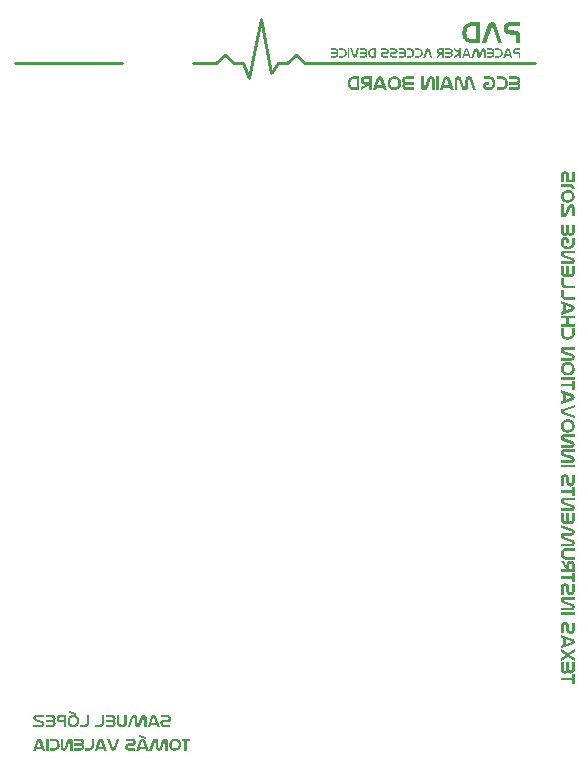
<source format=gbo>
%FSLAX25Y25*%
%MOIN*%
G70*
G01*
G75*
G04 Layer_Color=32896*
%ADD10C,0.00492*%
%ADD11R,0.13386X0.13386*%
%ADD12O,0.00787X0.02559*%
%ADD13O,0.02559X0.00787*%
%ADD14R,0.02835X0.03937*%
%ADD15R,0.03937X0.02835*%
%ADD16R,0.04134X0.04528*%
%ADD17O,0.01772X0.05512*%
%ADD18R,0.03740X0.02559*%
%ADD19R,0.03150X0.02165*%
%ADD20R,0.02559X0.03740*%
%ADD21R,0.03937X0.02362*%
G04:AMPARAMS|DCode=22|XSize=118.11mil|YSize=118.11mil|CornerRadius=0mil|HoleSize=0mil|Usage=FLASHONLY|Rotation=270.000|XOffset=0mil|YOffset=0mil|HoleType=Round|Shape=Octagon|*
%AMOCTAGOND22*
4,1,8,-0.02953,-0.05906,0.02953,-0.05906,0.05906,-0.02953,0.05906,0.02953,0.02953,0.05906,-0.02953,0.05906,-0.05906,0.02953,-0.05906,-0.02953,-0.02953,-0.05906,0.0*
%
%ADD22OCTAGOND22*%

%ADD23R,0.02362X0.03937*%
%ADD24R,0.05512X0.03543*%
%ADD25O,0.01181X0.05512*%
%ADD26O,0.05512X0.01181*%
%ADD27O,0.05709X0.01181*%
%ADD28O,0.01181X0.05709*%
%ADD29R,0.06496X0.04724*%
%ADD30R,0.03937X0.01811*%
%ADD31R,0.01811X0.01811*%
%ADD32C,0.01142*%
%ADD33R,0.01378X0.03740*%
%ADD34R,0.02953X0.06496*%
%ADD35R,0.03347X0.01575*%
%ADD36C,0.00984*%
%ADD37C,0.01575*%
%ADD38C,0.00787*%
%ADD39C,0.01969*%
%ADD40C,0.01000*%
%ADD41C,0.00500*%
%ADD42O,0.09843X0.05906*%
%ADD43R,0.07874X0.07874*%
%ADD44C,0.07874*%
%ADD45R,0.05906X0.05906*%
%ADD46C,0.05906*%
%ADD47O,0.05906X0.09843*%
%ADD48C,0.11811*%
%ADD49O,0.07874X0.11811*%
%ADD50C,0.19685*%
%ADD51O,0.01969X0.03937*%
%ADD52C,0.01969*%
%ADD53C,0.00394*%
%ADD54C,0.02362*%
%ADD55C,0.00591*%
%ADD56R,0.14186X0.14186*%
%ADD57O,0.01587X0.03359*%
%ADD58O,0.03359X0.01587*%
%ADD59R,0.03635X0.04737*%
%ADD60R,0.04737X0.03635*%
%ADD61R,0.04934X0.05328*%
%ADD62O,0.02572X0.06312*%
%ADD63R,0.04540X0.03359*%
%ADD64R,0.03950X0.02965*%
%ADD65R,0.03359X0.04540*%
%ADD66R,0.04737X0.03162*%
G04:AMPARAMS|DCode=67|XSize=126.11mil|YSize=126.11mil|CornerRadius=0mil|HoleSize=0mil|Usage=FLASHONLY|Rotation=270.000|XOffset=0mil|YOffset=0mil|HoleType=Round|Shape=Octagon|*
%AMOCTAGOND67*
4,1,8,-0.03153,-0.06306,0.03153,-0.06306,0.06306,-0.03153,0.06306,0.03153,0.03153,0.06306,-0.03153,0.06306,-0.06306,0.03153,-0.06306,-0.03153,-0.03153,-0.06306,0.0*
%
%ADD67OCTAGOND67*%

%ADD68R,0.03162X0.04737*%
%ADD69R,0.06312X0.04343*%
%ADD70O,0.01981X0.06312*%
%ADD71O,0.06312X0.01981*%
%ADD72O,0.06509X0.01981*%
%ADD73O,0.01981X0.06509*%
%ADD74R,0.07296X0.05524*%
%ADD75C,0.01535*%
%ADD76R,0.01772X0.04134*%
%ADD77R,0.03347X0.06890*%
%ADD78R,0.03819X0.02047*%
%ADD79O,0.10642X0.06706*%
%ADD80R,0.08674X0.08674*%
%ADD81C,0.08674*%
%ADD82R,0.06706X0.06706*%
%ADD83C,0.06706*%
%ADD84O,0.06706X0.10642*%
%ADD85C,0.12611*%
%ADD86O,0.08674X0.12611*%
%ADD87C,0.20485*%
%ADD88O,0.02769X0.04737*%
%ADD89C,0.02559*%
%ADD90C,0.02769*%
G36*
X96800Y239655D02*
X96992Y239616D01*
X97161Y239563D01*
X97307Y239501D01*
X97422Y239440D01*
X97460Y239409D01*
X97499Y239386D01*
X97529Y239363D01*
X97552Y239348D01*
X97560Y239340D01*
X97568Y239332D01*
X97637Y239263D01*
X97691Y239194D01*
X97744Y239117D01*
X97783Y239033D01*
X97852Y238871D01*
X97898Y238710D01*
X97921Y238564D01*
X97936Y238503D01*
Y238449D01*
X97944Y238403D01*
Y238372D01*
Y238349D01*
Y238341D01*
Y236836D01*
X98843D01*
Y239501D01*
X99756D01*
Y235915D01*
X97038D01*
Y238341D01*
X97030Y238403D01*
X97015Y238464D01*
X96992Y238510D01*
X96969Y238557D01*
X96946Y238595D01*
X96923Y238618D01*
X96907Y238633D01*
X96899Y238641D01*
X96846Y238679D01*
X96792Y238710D01*
X96738Y238733D01*
X96692Y238749D01*
X96646Y238756D01*
X96615Y238764D01*
X96585D01*
X96523Y238756D01*
X96462Y238749D01*
X96423Y238733D01*
X96416Y238725D01*
X96408D01*
X96347Y238695D01*
X96301Y238672D01*
X96270Y238641D01*
X96254Y238633D01*
X96208Y238587D01*
X96178Y238541D01*
X96155Y238510D01*
X96147Y238495D01*
X96124Y238441D01*
X96116Y238395D01*
X96109Y238357D01*
Y238349D01*
Y238341D01*
Y235915D01*
X95202D01*
Y238341D01*
X95210Y238449D01*
X95218Y238549D01*
X95233Y238641D01*
X95256Y238718D01*
X95279Y238787D01*
X95294Y238833D01*
X95302Y238871D01*
X95310Y238879D01*
X95356Y238971D01*
X95402Y239048D01*
X95448Y239117D01*
X95494Y239186D01*
X95540Y239232D01*
X95571Y239271D01*
X95594Y239294D01*
X95602Y239301D01*
X95671Y239363D01*
X95748Y239417D01*
X95824Y239463D01*
X95893Y239501D01*
X95947Y239532D01*
X96001Y239555D01*
X96032Y239563D01*
X96039Y239570D01*
X96139Y239601D01*
X96231Y239632D01*
X96324Y239647D01*
X96400Y239655D01*
X96477Y239662D01*
X96531Y239670D01*
X96692D01*
X96800Y239655D01*
D02*
G37*
G36*
X98336Y235415D02*
X98459Y235400D01*
X98574Y235377D01*
X98674Y235354D01*
X98750Y235323D01*
X98812Y235300D01*
X98850Y235285D01*
X98866Y235277D01*
X98973Y235216D01*
X99065Y235154D01*
X99150Y235093D01*
X99227Y235031D01*
X99280Y234978D01*
X99326Y234932D01*
X99349Y234901D01*
X99357Y234893D01*
X99426Y234801D01*
X99488Y234717D01*
X99534Y234624D01*
X99572Y234540D01*
X99611Y234471D01*
X99634Y234417D01*
X99641Y234379D01*
X99649Y234363D01*
X99687Y234248D01*
X99710Y234140D01*
X99734Y234025D01*
X99741Y233926D01*
X99749Y233833D01*
X99756Y233764D01*
Y233718D01*
Y233710D01*
Y233703D01*
X98843D01*
Y233780D01*
X98835Y233856D01*
X98827Y233918D01*
X98820Y233964D01*
X98812Y234010D01*
X98804Y234041D01*
X98796Y234056D01*
Y234064D01*
X98766Y234156D01*
X98727Y234233D01*
X98697Y234279D01*
X98681Y234286D01*
Y234294D01*
X98620Y234356D01*
X98551Y234402D01*
X98505Y234432D01*
X98489Y234440D01*
X98482D01*
X98389Y234478D01*
X98297Y234494D01*
X98259Y234502D01*
X95202D01*
Y235423D01*
X98198D01*
X98336Y235415D01*
D02*
G37*
G36*
X97706Y233396D02*
X97898Y233372D01*
X98075Y233349D01*
X98243Y233311D01*
X98397Y233257D01*
X98543Y233204D01*
X98681Y233142D01*
X98804Y233065D01*
X98919Y232989D01*
X99019Y232912D01*
X99119Y232827D01*
X99203Y232735D01*
X99280Y232643D01*
X99357Y232551D01*
X99472Y232351D01*
X99564Y232159D01*
X99641Y231975D01*
X99687Y231798D01*
X99718Y231645D01*
X99741Y231514D01*
X99749Y231460D01*
Y231414D01*
X99756Y231376D01*
Y231345D01*
Y231330D01*
Y231322D01*
Y231284D01*
X99749Y231092D01*
X99734Y230915D01*
X99703Y230754D01*
X99657Y230600D01*
X99611Y230454D01*
X99549Y230324D01*
X99480Y230201D01*
X99403Y230085D01*
X99319Y229978D01*
X99234Y229886D01*
X99142Y229794D01*
X99042Y229717D01*
X98835Y229579D01*
X98628Y229463D01*
X98420Y229379D01*
X98213Y229317D01*
X98021Y229271D01*
X97852Y229233D01*
X97775Y229225D01*
X97706Y229218D01*
X97645Y229210D01*
X97598D01*
X97552Y229202D01*
X97475D01*
X97268Y229210D01*
X97076Y229225D01*
X96892Y229256D01*
X96723Y229294D01*
X96569Y229341D01*
X96423Y229394D01*
X96285Y229456D01*
X96162Y229525D01*
X96047Y229602D01*
X95939Y229686D01*
X95847Y229771D01*
X95755Y229863D01*
X95678Y229955D01*
X95609Y230047D01*
X95486Y230247D01*
X95394Y230439D01*
X95325Y230623D01*
X95271Y230800D01*
X95241Y230961D01*
X95218Y231092D01*
X95210Y231145D01*
Y231191D01*
X95202Y231230D01*
Y231260D01*
Y231276D01*
Y231284D01*
Y231322D01*
X95210Y231514D01*
X95225Y231691D01*
X95256Y231852D01*
X95302Y232006D01*
X95348Y232151D01*
X95410Y232290D01*
X95479Y232413D01*
X95556Y232528D01*
X95640Y232628D01*
X95732Y232727D01*
X95824Y232812D01*
X95924Y232896D01*
X96124Y233035D01*
X96339Y233142D01*
X96554Y233227D01*
X96754Y233296D01*
X96946Y233342D01*
X97122Y233372D01*
X97199Y233380D01*
X97268Y233388D01*
X97330Y233396D01*
X97376Y233403D01*
X97499D01*
X97706Y233396D01*
D02*
G37*
G36*
X-77095Y57603D02*
X-79743D01*
X-79810Y57596D01*
X-79851Y57582D01*
X-79877Y57569D01*
X-79884Y57562D01*
X-79911Y57529D01*
X-79924Y57495D01*
X-79931Y57468D01*
Y57455D01*
X-79924Y57408D01*
X-79904Y57367D01*
X-79884Y57341D01*
X-79877Y57327D01*
X-79837Y57280D01*
X-79790Y57253D01*
X-79756Y57233D01*
X-79750Y57226D01*
X-79743D01*
X-77640Y56312D01*
X-77559Y56272D01*
X-77485Y56238D01*
X-77418Y56198D01*
X-77364Y56164D01*
X-77324Y56138D01*
X-77297Y56111D01*
X-77277Y56097D01*
X-77270Y56091D01*
X-77183Y56003D01*
X-77122Y55923D01*
X-77102Y55889D01*
X-77082Y55862D01*
X-77075Y55849D01*
X-77068Y55842D01*
X-77021Y55748D01*
X-76988Y55667D01*
X-76981Y55634D01*
X-76974Y55607D01*
X-76968Y55593D01*
Y55587D01*
X-76954Y55499D01*
X-76947Y55425D01*
Y55398D01*
Y55378D01*
Y55365D01*
Y55358D01*
X-76961Y55210D01*
X-76988Y55076D01*
X-77028Y54962D01*
X-77075Y54861D01*
X-77122Y54787D01*
X-77162Y54726D01*
X-77189Y54693D01*
X-77203Y54679D01*
X-77310Y54592D01*
X-77431Y54525D01*
X-77552Y54484D01*
X-77673Y54451D01*
X-77788Y54431D01*
X-77834Y54424D01*
X-77875D01*
X-77908Y54417D01*
X-80630D01*
Y55204D01*
X-77935D01*
X-77881Y55210D01*
X-77841Y55224D01*
X-77814Y55237D01*
X-77808Y55244D01*
X-77774Y55278D01*
X-77761Y55318D01*
X-77754Y55351D01*
Y55365D01*
X-77761Y55405D01*
X-77774Y55445D01*
X-77788Y55472D01*
X-77794Y55479D01*
X-77834Y55519D01*
X-77881Y55553D01*
X-77922Y55580D01*
X-77929Y55587D01*
X-77935D01*
X-80092Y56527D01*
X-80166Y56561D01*
X-80234Y56601D01*
X-80287Y56642D01*
X-80334Y56675D01*
X-80375Y56702D01*
X-80401Y56729D01*
X-80422Y56742D01*
X-80428Y56749D01*
X-80475Y56796D01*
X-80516Y56850D01*
X-80576Y56931D01*
X-80596Y56964D01*
X-80610Y56991D01*
X-80623Y57004D01*
Y57011D01*
X-80664Y57105D01*
X-80690Y57193D01*
X-80697Y57220D01*
X-80704Y57246D01*
Y57260D01*
Y57267D01*
X-80711Y57347D01*
X-80717Y57408D01*
Y57441D01*
Y57455D01*
X-80704Y57603D01*
X-80677Y57737D01*
X-80637Y57851D01*
X-80596Y57952D01*
X-80549Y58026D01*
X-80509Y58086D01*
X-80482Y58120D01*
X-80469Y58134D01*
X-80368Y58221D01*
X-80247Y58288D01*
X-80119Y58335D01*
X-79998Y58369D01*
X-79891Y58389D01*
X-79844Y58396D01*
X-79797D01*
X-79763Y58402D01*
X-77095D01*
Y57603D01*
D02*
G37*
G36*
X-67002Y58396D02*
X-66847Y58382D01*
X-66706Y58355D01*
X-66572Y58315D01*
X-66444Y58275D01*
X-66330Y58221D01*
X-66222Y58160D01*
X-66122Y58093D01*
X-66027Y58019D01*
X-65947Y57945D01*
X-65866Y57865D01*
X-65799Y57777D01*
X-65678Y57596D01*
X-65577Y57414D01*
X-65503Y57233D01*
X-65450Y57052D01*
X-65409Y56884D01*
X-65376Y56736D01*
X-65369Y56669D01*
X-65362Y56608D01*
X-65355Y56554D01*
Y56514D01*
X-65349Y56474D01*
Y56447D01*
Y56433D01*
Y56427D01*
Y56406D01*
X-65355Y56225D01*
X-65369Y56057D01*
X-65396Y55896D01*
X-65429Y55748D01*
X-65470Y55613D01*
X-65517Y55486D01*
X-65570Y55365D01*
X-65631Y55257D01*
X-65698Y55156D01*
X-65772Y55062D01*
X-65846Y54982D01*
X-65927Y54901D01*
X-66007Y54834D01*
X-66088Y54773D01*
X-66263Y54666D01*
X-66431Y54585D01*
X-66592Y54525D01*
X-66746Y54478D01*
X-66888Y54451D01*
X-67002Y54431D01*
X-67049Y54424D01*
X-67089D01*
X-67123Y54417D01*
X-67472D01*
X-67640Y54424D01*
X-67795Y54438D01*
X-67936Y54464D01*
X-68070Y54505D01*
X-68198Y54545D01*
X-68312Y54599D01*
X-68420Y54659D01*
X-68521Y54726D01*
X-68615Y54800D01*
X-68695Y54881D01*
X-68776Y54962D01*
X-68843Y55049D01*
X-68964Y55224D01*
X-69058Y55412D01*
X-69132Y55600D01*
X-69193Y55775D01*
X-69233Y55943D01*
X-69260Y56097D01*
X-69266Y56164D01*
X-69273Y56225D01*
X-69280Y56279D01*
X-69287Y56319D01*
Y56359D01*
Y56386D01*
Y56400D01*
Y56406D01*
Y56427D01*
X-69280Y56608D01*
X-69266Y56776D01*
X-69240Y56931D01*
X-69206Y57078D01*
X-69166Y57213D01*
X-69112Y57341D01*
X-69058Y57462D01*
X-68998Y57569D01*
X-68931Y57670D01*
X-68857Y57757D01*
X-68783Y57845D01*
X-68702Y57918D01*
X-68621Y57986D01*
X-68541Y58053D01*
X-68373Y58154D01*
X-68205Y58234D01*
X-68037Y58302D01*
X-67882Y58342D01*
X-67748Y58369D01*
X-67633Y58389D01*
X-67586Y58396D01*
X-67546D01*
X-67513Y58402D01*
X-67170D01*
X-67002Y58396D01*
D02*
G37*
G36*
X-69670Y54417D02*
X-70476D01*
Y56023D01*
X-71666D01*
X-71786Y56030D01*
X-71901Y56037D01*
X-72001Y56057D01*
X-72089Y56077D01*
X-72156Y56091D01*
X-72210Y56111D01*
X-72237Y56117D01*
X-72250Y56124D01*
X-72338Y56164D01*
X-72418Y56212D01*
X-72485Y56252D01*
X-72546Y56299D01*
X-72593Y56332D01*
X-72627Y56366D01*
X-72647Y56386D01*
X-72653Y56393D01*
X-72707Y56460D01*
X-72754Y56527D01*
X-72795Y56595D01*
X-72821Y56655D01*
X-72848Y56709D01*
X-72862Y56749D01*
X-72875Y56776D01*
Y56783D01*
X-72916Y56937D01*
X-72929Y57011D01*
X-72936Y57078D01*
X-72942Y57132D01*
Y57173D01*
Y57199D01*
Y57206D01*
Y57293D01*
X-72929Y57381D01*
X-72922Y57455D01*
X-72909Y57529D01*
X-72895Y57582D01*
X-72882Y57623D01*
X-72875Y57656D01*
X-72868Y57663D01*
X-72842Y57744D01*
X-72808Y57811D01*
X-72768Y57878D01*
X-72727Y57932D01*
X-72694Y57979D01*
X-72667Y58012D01*
X-72647Y58033D01*
X-72640Y58039D01*
X-72579Y58100D01*
X-72512Y58154D01*
X-72445Y58194D01*
X-72378Y58234D01*
X-72324Y58261D01*
X-72277Y58281D01*
X-72250Y58295D01*
X-72237Y58302D01*
X-72143Y58335D01*
X-72049Y58362D01*
X-71948Y58375D01*
X-71860Y58389D01*
X-71780Y58396D01*
X-71719Y58402D01*
X-69670D01*
Y54417D01*
D02*
G37*
G36*
X-74434Y58396D02*
X-74327Y58389D01*
X-74233Y58375D01*
X-74145Y58355D01*
X-74078Y58335D01*
X-74024Y58322D01*
X-73997Y58315D01*
X-73984Y58308D01*
X-73897Y58275D01*
X-73816Y58234D01*
X-73749Y58194D01*
X-73695Y58154D01*
X-73648Y58113D01*
X-73608Y58086D01*
X-73588Y58066D01*
X-73581Y58060D01*
X-73527Y57999D01*
X-73480Y57932D01*
X-73440Y57865D01*
X-73406Y57811D01*
X-73379Y57757D01*
X-73359Y57717D01*
X-73352Y57683D01*
X-73346Y57677D01*
X-73319Y57596D01*
X-73305Y57515D01*
X-73292Y57435D01*
X-73278Y57361D01*
Y57300D01*
X-73272Y57246D01*
Y57220D01*
Y57206D01*
X-73278Y57126D01*
X-73285Y57038D01*
X-73305Y56964D01*
X-73325Y56897D01*
X-73339Y56836D01*
X-73359Y56789D01*
X-73366Y56763D01*
X-73372Y56749D01*
X-73413Y56669D01*
X-73466Y56601D01*
X-73514Y56541D01*
X-73567Y56494D01*
X-73614Y56460D01*
X-73655Y56440D01*
X-73681Y56427D01*
X-73688Y56420D01*
X-73614Y56380D01*
X-73547Y56332D01*
X-73493Y56279D01*
X-73453Y56225D01*
X-73413Y56178D01*
X-73393Y56138D01*
X-73379Y56111D01*
X-73372Y56097D01*
X-73339Y56010D01*
X-73312Y55929D01*
X-73299Y55849D01*
X-73285Y55775D01*
X-73278Y55714D01*
X-73272Y55660D01*
Y55634D01*
Y55620D01*
X-73285Y55452D01*
X-73292Y55378D01*
X-73305Y55311D01*
X-73319Y55257D01*
X-73325Y55217D01*
X-73339Y55183D01*
Y55177D01*
X-73366Y55103D01*
X-73399Y55029D01*
X-73440Y54962D01*
X-73473Y54908D01*
X-73507Y54861D01*
X-73527Y54827D01*
X-73547Y54800D01*
X-73554Y54794D01*
X-73614Y54733D01*
X-73681Y54679D01*
X-73749Y54632D01*
X-73816Y54592D01*
X-73870Y54558D01*
X-73917Y54538D01*
X-73944Y54525D01*
X-73957Y54518D01*
X-74051Y54484D01*
X-74159Y54458D01*
X-74253Y54444D01*
X-74347Y54431D01*
X-74434Y54424D01*
X-74495Y54417D01*
X-76544D01*
Y55204D01*
X-74448D01*
X-74387Y55210D01*
X-74333Y55224D01*
X-74286Y55237D01*
X-74246Y55264D01*
X-74212Y55284D01*
X-74192Y55298D01*
X-74179Y55311D01*
X-74172Y55318D01*
X-74138Y55365D01*
X-74112Y55419D01*
X-74092Y55472D01*
X-74078Y55519D01*
X-74071Y55566D01*
X-74065Y55600D01*
Y55627D01*
Y55634D01*
X-74071Y55687D01*
X-74085Y55734D01*
X-74092Y55761D01*
X-74098Y55775D01*
X-74125Y55828D01*
X-74152Y55869D01*
X-74172Y55896D01*
X-74179Y55902D01*
X-74219Y55936D01*
X-74260Y55970D01*
X-74286Y55983D01*
X-74300Y55990D01*
X-74353Y56010D01*
X-74401Y56017D01*
X-74434Y56023D01*
X-76544D01*
Y56816D01*
X-74448D01*
X-74387Y56823D01*
X-74333Y56836D01*
X-74286Y56850D01*
X-74246Y56877D01*
X-74212Y56897D01*
X-74192Y56910D01*
X-74179Y56924D01*
X-74172Y56931D01*
X-74138Y56978D01*
X-74112Y57025D01*
X-74092Y57072D01*
X-74078Y57112D01*
X-74071Y57152D01*
X-74065Y57186D01*
Y57206D01*
Y57213D01*
X-74071Y57273D01*
X-74085Y57320D01*
X-74092Y57347D01*
X-74098Y57361D01*
X-74125Y57414D01*
X-74152Y57455D01*
X-74172Y57482D01*
X-74179Y57488D01*
X-74219Y57522D01*
X-74260Y57549D01*
X-74286Y57562D01*
X-74300Y57569D01*
X-74353Y57589D01*
X-74401Y57596D01*
X-74434Y57603D01*
X-76544D01*
Y58402D01*
X-74555D01*
X-74434Y58396D01*
D02*
G37*
G36*
X99756Y205863D02*
X99749Y205725D01*
X99741Y205602D01*
X99726Y205494D01*
X99703Y205394D01*
X99680Y205317D01*
X99664Y205256D01*
X99657Y205225D01*
X99649Y205210D01*
X99611Y205110D01*
X99564Y205018D01*
X99518Y204941D01*
X99472Y204880D01*
X99426Y204826D01*
X99396Y204780D01*
X99373Y204757D01*
X99365Y204749D01*
X99296Y204688D01*
X99219Y204634D01*
X99142Y204588D01*
X99081Y204550D01*
X99019Y204519D01*
X98973Y204496D01*
X98935Y204488D01*
X98927Y204480D01*
X98835Y204450D01*
X98743Y204434D01*
X98651Y204419D01*
X98566Y204404D01*
X98497D01*
X98435Y204396D01*
X98389D01*
X98297Y204404D01*
X98198Y204411D01*
X98113Y204434D01*
X98036Y204457D01*
X97967Y204473D01*
X97913Y204496D01*
X97883Y204503D01*
X97867Y204511D01*
X97775Y204557D01*
X97698Y204619D01*
X97629Y204672D01*
X97575Y204734D01*
X97537Y204788D01*
X97514Y204834D01*
X97499Y204864D01*
X97491Y204872D01*
X97445Y204788D01*
X97391Y204711D01*
X97330Y204649D01*
X97268Y204603D01*
X97214Y204557D01*
X97168Y204534D01*
X97138Y204519D01*
X97122Y204511D01*
X97022Y204473D01*
X96930Y204442D01*
X96838Y204427D01*
X96754Y204411D01*
X96684Y204404D01*
X96623Y204396D01*
X96577D01*
X96385Y204411D01*
X96301Y204419D01*
X96224Y204434D01*
X96162Y204450D01*
X96116Y204457D01*
X96078Y204473D01*
X96070D01*
X95986Y204503D01*
X95901Y204542D01*
X95824Y204588D01*
X95763Y204626D01*
X95709Y204665D01*
X95671Y204688D01*
X95640Y204711D01*
X95632Y204718D01*
X95563Y204788D01*
X95502Y204864D01*
X95448Y204941D01*
X95402Y205018D01*
X95363Y205079D01*
X95341Y205133D01*
X95325Y205164D01*
X95317Y205179D01*
X95279Y205287D01*
X95248Y205410D01*
X95233Y205517D01*
X95218Y205625D01*
X95210Y205725D01*
X95202Y205794D01*
Y205824D01*
Y205847D01*
Y205855D01*
Y205863D01*
Y208136D01*
X96101D01*
Y205740D01*
X96109Y205671D01*
X96124Y205609D01*
X96139Y205556D01*
X96170Y205509D01*
X96193Y205471D01*
X96208Y205448D01*
X96224Y205433D01*
X96231Y205425D01*
X96285Y205387D01*
X96347Y205356D01*
X96408Y205333D01*
X96462Y205317D01*
X96516Y205310D01*
X96554Y205302D01*
X96592D01*
X96654Y205310D01*
X96707Y205325D01*
X96738Y205333D01*
X96754Y205341D01*
X96815Y205371D01*
X96861Y205402D01*
X96892Y205425D01*
X96899Y205433D01*
X96938Y205479D01*
X96976Y205525D01*
X96992Y205556D01*
X96999Y205571D01*
X97022Y205632D01*
X97030Y205686D01*
X97038Y205725D01*
Y205732D01*
Y205740D01*
Y208136D01*
X97944D01*
Y205740D01*
X97952Y205671D01*
X97967Y205609D01*
X97982Y205556D01*
X98013Y205509D01*
X98036Y205471D01*
X98052Y205448D01*
X98067Y205433D01*
X98075Y205425D01*
X98128Y205387D01*
X98182Y205356D01*
X98236Y205333D01*
X98282Y205317D01*
X98328Y205310D01*
X98366Y205302D01*
X98397D01*
X98466Y205310D01*
X98520Y205325D01*
X98551Y205333D01*
X98566Y205341D01*
X98628Y205371D01*
X98674Y205402D01*
X98704Y205425D01*
X98712Y205433D01*
X98750Y205479D01*
X98781Y205525D01*
X98796Y205556D01*
X98804Y205571D01*
X98827Y205632D01*
X98835Y205686D01*
X98843Y205725D01*
Y205732D01*
Y205740D01*
Y208136D01*
X99756D01*
Y205863D01*
D02*
G37*
G36*
X96101Y202614D02*
X96116Y202430D01*
X96147Y202276D01*
X96185Y202138D01*
X96239Y202023D01*
X96293Y201931D01*
X96331Y201869D01*
X96362Y201831D01*
X96377Y201815D01*
X96492Y201723D01*
X96615Y201654D01*
X96754Y201600D01*
X96884Y201570D01*
X96999Y201547D01*
X97045Y201539D01*
X97092D01*
X97130Y201531D01*
X99756D01*
Y200610D01*
X97184D01*
X97015Y200617D01*
X96861Y200633D01*
X96723Y200648D01*
X96600Y200671D01*
X96500Y200694D01*
X96423Y200717D01*
X96400Y200725D01*
X96377D01*
X96370Y200732D01*
X96362D01*
X96231Y200786D01*
X96116Y200848D01*
X96009Y200917D01*
X95916Y200978D01*
X95840Y201032D01*
X95786Y201078D01*
X95755Y201116D01*
X95740Y201124D01*
X95648Y201224D01*
X95571Y201332D01*
X95502Y201439D01*
X95440Y201539D01*
X95402Y201631D01*
X95363Y201700D01*
X95348Y201746D01*
X95341Y201754D01*
Y201762D01*
X95294Y201908D01*
X95264Y202061D01*
X95233Y202207D01*
X95218Y202338D01*
X95210Y202461D01*
Y202507D01*
X95202Y202553D01*
Y202591D01*
Y202614D01*
Y202629D01*
Y202637D01*
Y204035D01*
X96101D01*
Y202614D01*
D02*
G37*
G36*
Y198766D02*
X96116Y198582D01*
X96147Y198428D01*
X96185Y198290D01*
X96239Y198175D01*
X96293Y198083D01*
X96331Y198021D01*
X96362Y197983D01*
X96377Y197968D01*
X96492Y197876D01*
X96615Y197806D01*
X96754Y197753D01*
X96884Y197722D01*
X96999Y197699D01*
X97045Y197691D01*
X97092D01*
X97130Y197684D01*
X99756D01*
Y196762D01*
X97184D01*
X97015Y196770D01*
X96861Y196785D01*
X96723Y196800D01*
X96600Y196823D01*
X96500Y196846D01*
X96423Y196870D01*
X96400Y196877D01*
X96377D01*
X96370Y196885D01*
X96362D01*
X96231Y196939D01*
X96116Y197000D01*
X96009Y197069D01*
X95916Y197131D01*
X95840Y197184D01*
X95786Y197230D01*
X95755Y197269D01*
X95740Y197276D01*
X95648Y197376D01*
X95571Y197484D01*
X95502Y197591D01*
X95440Y197691D01*
X95402Y197783D01*
X95363Y197853D01*
X95348Y197899D01*
X95341Y197906D01*
Y197914D01*
X95294Y198060D01*
X95264Y198214D01*
X95233Y198359D01*
X95218Y198490D01*
X95210Y198613D01*
Y198659D01*
X95202Y198705D01*
Y198743D01*
Y198766D01*
Y198782D01*
Y198790D01*
Y200187D01*
X96101D01*
Y198766D01*
D02*
G37*
G36*
X99756Y212260D02*
X96400D01*
X96293Y212252D01*
X96216Y212222D01*
X96155Y212176D01*
X96116Y212130D01*
X96093Y212084D01*
X96086Y212037D01*
X96078Y212007D01*
Y211999D01*
X96086Y211945D01*
X96101Y211907D01*
X96116Y211884D01*
X96124Y211876D01*
X96178Y211845D01*
X96239Y211822D01*
X96285Y211807D01*
X96301Y211799D01*
X96308D01*
X99088Y210886D01*
X99196Y210839D01*
X99288Y210786D01*
X99373Y210717D01*
X99442Y210655D01*
X99495Y210594D01*
X99541Y210540D01*
X99564Y210509D01*
X99572Y210494D01*
X99634Y210386D01*
X99680Y210271D01*
X99718Y210164D01*
X99741Y210064D01*
X99756Y209979D01*
X99764Y209910D01*
Y209864D01*
Y209856D01*
Y209849D01*
Y209756D01*
X99749Y209664D01*
X99741Y209588D01*
X99726Y209518D01*
X99710Y209457D01*
X99695Y209411D01*
X99687Y209380D01*
X99680Y209372D01*
X99649Y209296D01*
X99611Y209219D01*
X99572Y209150D01*
X99534Y209096D01*
X99503Y209050D01*
X99472Y209012D01*
X99457Y208988D01*
X99449Y208981D01*
X99334Y208873D01*
X99211Y208797D01*
X99165Y208766D01*
X99127Y208743D01*
X99096Y208735D01*
X99088Y208727D01*
X99004Y208697D01*
X98927Y208674D01*
X98843Y208658D01*
X98773Y208651D01*
X98712Y208643D01*
X98666Y208635D01*
X95202D01*
Y209603D01*
X98543D01*
X98651Y209611D01*
X98727Y209641D01*
X98781Y209687D01*
X98820Y209734D01*
X98843Y209780D01*
X98850Y209826D01*
X98858Y209856D01*
Y209864D01*
X98850Y209918D01*
X98827Y209956D01*
X98804Y209979D01*
X98796Y209987D01*
X98750Y210018D01*
X98697Y210041D01*
X98651Y210056D01*
X98643Y210064D01*
X98635D01*
X95855Y210970D01*
X95748Y211016D01*
X95648Y211070D01*
X95563Y211139D01*
X95494Y211200D01*
X95433Y211262D01*
X95394Y211308D01*
X95363Y211339D01*
X95356Y211354D01*
X95294Y211469D01*
X95248Y211584D01*
X95210Y211692D01*
X95187Y211792D01*
X95171Y211884D01*
X95164Y211953D01*
Y211999D01*
Y212007D01*
Y212014D01*
Y212107D01*
X95179Y212191D01*
X95187Y212276D01*
X95202Y212345D01*
X95218Y212398D01*
X95225Y212444D01*
X95241Y212475D01*
Y212483D01*
X95271Y212567D01*
X95310Y212636D01*
X95348Y212706D01*
X95387Y212759D01*
X95417Y212806D01*
X95448Y212836D01*
X95463Y212859D01*
X95471Y212867D01*
X95594Y212982D01*
X95655Y213020D01*
X95717Y213059D01*
X95763Y213090D01*
X95801Y213113D01*
X95832Y213120D01*
X95840Y213128D01*
X95924Y213159D01*
X96009Y213190D01*
X96086Y213205D01*
X96162Y213212D01*
X96224Y213220D01*
X96277Y213228D01*
X99756D01*
Y212260D01*
D02*
G37*
G36*
X98843Y228703D02*
X98996Y228672D01*
X99127Y228626D01*
X99242Y228580D01*
X99326Y228526D01*
X99396Y228480D01*
X99434Y228450D01*
X99449Y228434D01*
X99549Y228319D01*
X99626Y228181D01*
X99680Y228043D01*
X99718Y227904D01*
X99741Y227774D01*
X99749Y227720D01*
Y227674D01*
X99756Y227636D01*
Y227605D01*
Y227590D01*
Y227582D01*
Y224587D01*
X98843D01*
Y227597D01*
Y227643D01*
X98835Y227682D01*
X98827Y227712D01*
X98820Y227735D01*
X98804Y227766D01*
X98796Y227774D01*
X98766Y227797D01*
X98727Y227804D01*
X98697Y227812D01*
X98681D01*
X98628Y227804D01*
X98581Y227789D01*
X98543Y227766D01*
X98535Y227758D01*
X98528D01*
X98474Y227720D01*
X98443Y227666D01*
X98420Y227628D01*
X98413Y227620D01*
Y227612D01*
X97353Y225170D01*
X97314Y225086D01*
X97276Y225009D01*
X97230Y224940D01*
X97191Y224886D01*
X97161Y224840D01*
X97130Y224809D01*
X97115Y224786D01*
X97107Y224779D01*
X97007Y224679D01*
X96915Y224610D01*
X96877Y224587D01*
X96846Y224564D01*
X96830Y224556D01*
X96823Y224548D01*
X96715Y224502D01*
X96623Y224464D01*
X96585Y224456D01*
X96554Y224448D01*
X96539Y224441D01*
X96531D01*
X96431Y224425D01*
X96354Y224418D01*
X95202D01*
Y228611D01*
X96101D01*
Y225332D01*
X96277D01*
X96339Y225339D01*
X96385Y225362D01*
X96416Y225378D01*
X96423Y225385D01*
X96469Y225439D01*
X96508Y225485D01*
X96531Y225524D01*
X96539Y225539D01*
X97598Y227966D01*
X97667Y228104D01*
X97744Y228227D01*
X97821Y228327D01*
X97890Y228404D01*
X97952Y228465D01*
X98005Y228511D01*
X98036Y228534D01*
X98052Y228542D01*
X98159Y228603D01*
X98267Y228642D01*
X98366Y228672D01*
X98466Y228695D01*
X98551Y228711D01*
X98612Y228718D01*
X98674D01*
X98843Y228703D01*
D02*
G37*
G36*
X99756Y219633D02*
X99749Y219495D01*
X99741Y219372D01*
X99726Y219264D01*
X99703Y219164D01*
X99680Y219088D01*
X99664Y219026D01*
X99657Y218996D01*
X99649Y218980D01*
X99611Y218880D01*
X99564Y218788D01*
X99518Y218711D01*
X99472Y218650D01*
X99426Y218596D01*
X99396Y218550D01*
X99373Y218527D01*
X99365Y218519D01*
X99296Y218458D01*
X99219Y218404D01*
X99142Y218358D01*
X99081Y218320D01*
X99019Y218289D01*
X98973Y218266D01*
X98935Y218258D01*
X98927Y218251D01*
X98835Y218220D01*
X98743Y218204D01*
X98651Y218189D01*
X98566Y218174D01*
X98497D01*
X98435Y218166D01*
X98389D01*
X98297Y218174D01*
X98198Y218181D01*
X98113Y218204D01*
X98036Y218228D01*
X97967Y218243D01*
X97913Y218266D01*
X97883Y218274D01*
X97867Y218281D01*
X97775Y218327D01*
X97698Y218389D01*
X97629Y218443D01*
X97575Y218504D01*
X97537Y218558D01*
X97514Y218604D01*
X97499Y218635D01*
X97491Y218642D01*
X97445Y218558D01*
X97391Y218481D01*
X97330Y218420D01*
X97268Y218373D01*
X97214Y218327D01*
X97168Y218304D01*
X97138Y218289D01*
X97122Y218281D01*
X97022Y218243D01*
X96930Y218212D01*
X96838Y218197D01*
X96754Y218181D01*
X96684Y218174D01*
X96623Y218166D01*
X96577D01*
X96385Y218181D01*
X96301Y218189D01*
X96224Y218204D01*
X96162Y218220D01*
X96116Y218228D01*
X96078Y218243D01*
X96070D01*
X95986Y218274D01*
X95901Y218312D01*
X95824Y218358D01*
X95763Y218396D01*
X95709Y218435D01*
X95671Y218458D01*
X95640Y218481D01*
X95632Y218489D01*
X95563Y218558D01*
X95502Y218635D01*
X95448Y218711D01*
X95402Y218788D01*
X95363Y218850D01*
X95341Y218903D01*
X95325Y218934D01*
X95317Y218950D01*
X95279Y219057D01*
X95248Y219180D01*
X95233Y219287D01*
X95218Y219395D01*
X95210Y219495D01*
X95202Y219564D01*
Y219595D01*
Y219618D01*
Y219625D01*
Y219633D01*
Y221906D01*
X96101D01*
Y219510D01*
X96109Y219441D01*
X96124Y219380D01*
X96139Y219326D01*
X96170Y219280D01*
X96193Y219241D01*
X96208Y219218D01*
X96224Y219203D01*
X96231Y219195D01*
X96285Y219157D01*
X96347Y219126D01*
X96408Y219103D01*
X96462Y219088D01*
X96516Y219080D01*
X96554Y219072D01*
X96592D01*
X96654Y219080D01*
X96707Y219095D01*
X96738Y219103D01*
X96754Y219111D01*
X96815Y219142D01*
X96861Y219172D01*
X96892Y219195D01*
X96899Y219203D01*
X96938Y219249D01*
X96976Y219295D01*
X96992Y219326D01*
X96999Y219341D01*
X97022Y219403D01*
X97030Y219456D01*
X97038Y219495D01*
Y219502D01*
Y219510D01*
Y221906D01*
X97944D01*
Y219510D01*
X97952Y219441D01*
X97967Y219380D01*
X97982Y219326D01*
X98013Y219280D01*
X98036Y219241D01*
X98052Y219218D01*
X98067Y219203D01*
X98075Y219195D01*
X98128Y219157D01*
X98182Y219126D01*
X98236Y219103D01*
X98282Y219088D01*
X98328Y219080D01*
X98366Y219072D01*
X98397D01*
X98466Y219080D01*
X98520Y219095D01*
X98551Y219103D01*
X98566Y219111D01*
X98628Y219142D01*
X98674Y219172D01*
X98704Y219195D01*
X98712Y219203D01*
X98750Y219249D01*
X98781Y219295D01*
X98796Y219326D01*
X98804Y219341D01*
X98827Y219403D01*
X98835Y219456D01*
X98843Y219495D01*
Y219502D01*
Y219510D01*
Y221906D01*
X99756D01*
Y219633D01*
D02*
G37*
G36*
X96654Y217790D02*
X96761Y217782D01*
X96853Y217767D01*
X96938Y217751D01*
X97007Y217728D01*
X97053Y217713D01*
X97092Y217705D01*
X97099Y217698D01*
X97191Y217659D01*
X97276Y217613D01*
X97353Y217567D01*
X97422Y217521D01*
X97475Y217483D01*
X97514Y217452D01*
X97537Y217429D01*
X97545Y217421D01*
X97614Y217352D01*
X97667Y217283D01*
X97721Y217221D01*
X97760Y217152D01*
X97790Y217099D01*
X97813Y217053D01*
X97829Y217022D01*
X97837Y217014D01*
X97875Y216930D01*
X97898Y216838D01*
X97921Y216753D01*
X97929Y216676D01*
X97936Y216607D01*
X97944Y216553D01*
Y216523D01*
Y216507D01*
Y215701D01*
X97038D01*
Y216469D01*
X97030Y216530D01*
X97015Y216592D01*
X96992Y216638D01*
X96969Y216684D01*
X96946Y216715D01*
X96923Y216738D01*
X96907Y216753D01*
X96899Y216761D01*
X96846Y216799D01*
X96792Y216830D01*
X96738Y216853D01*
X96684Y216868D01*
X96646Y216876D01*
X96608Y216884D01*
X96577D01*
X96508Y216876D01*
X96446Y216868D01*
X96408Y216853D01*
X96400Y216845D01*
X96393D01*
X96331Y216814D01*
X96285Y216791D01*
X96254Y216761D01*
X96239Y216753D01*
X96201Y216707D01*
X96170Y216669D01*
X96147Y216638D01*
X96139Y216622D01*
X96116Y216569D01*
X96109Y216515D01*
X96101Y216484D01*
Y216469D01*
Y215547D01*
X96109Y215455D01*
X96116Y215378D01*
X96162Y215225D01*
X96224Y215094D01*
X96316Y214987D01*
X96416Y214887D01*
X96531Y214810D01*
X96654Y214749D01*
X96784Y214695D01*
X96915Y214656D01*
X97038Y214626D01*
X97153Y214603D01*
X97253Y214587D01*
X97345Y214580D01*
X97406Y214572D01*
X97598D01*
X97721Y214580D01*
X97837Y214595D01*
X97944Y214610D01*
X98036Y214626D01*
X98121Y214649D01*
X98198Y214672D01*
X98267Y214695D01*
X98328Y214718D01*
X98382Y214741D01*
X98420Y214764D01*
X98459Y214779D01*
X98489Y214795D01*
X98505Y214810D01*
X98520Y214818D01*
X98628Y214917D01*
X98704Y215040D01*
X98766Y215156D01*
X98804Y215278D01*
X98827Y215386D01*
X98835Y215478D01*
X98843Y215509D01*
Y215532D01*
Y215547D01*
Y215555D01*
Y217421D01*
X99756D01*
Y215747D01*
X99749Y215555D01*
X99734Y215378D01*
X99703Y215217D01*
X99657Y215063D01*
X99611Y214917D01*
X99549Y214787D01*
X99480Y214664D01*
X99403Y214549D01*
X99319Y214441D01*
X99234Y214349D01*
X99142Y214257D01*
X99042Y214180D01*
X98835Y214042D01*
X98628Y213927D01*
X98420Y213842D01*
X98213Y213781D01*
X98021Y213735D01*
X97852Y213696D01*
X97775Y213689D01*
X97706Y213681D01*
X97645Y213673D01*
X97598D01*
X97552Y213666D01*
X97475D01*
X97268Y213673D01*
X97076Y213689D01*
X96892Y213719D01*
X96723Y213758D01*
X96569Y213804D01*
X96423Y213858D01*
X96285Y213919D01*
X96162Y213988D01*
X96047Y214065D01*
X95939Y214149D01*
X95847Y214234D01*
X95755Y214326D01*
X95678Y214418D01*
X95609Y214510D01*
X95486Y214710D01*
X95394Y214902D01*
X95325Y215086D01*
X95271Y215263D01*
X95241Y215424D01*
X95218Y215555D01*
X95210Y215609D01*
Y215655D01*
X95202Y215693D01*
Y215724D01*
Y215739D01*
Y215747D01*
Y216500D01*
X95210Y216599D01*
X95218Y216684D01*
X95233Y216768D01*
X95256Y216845D01*
X95279Y216907D01*
X95294Y216953D01*
X95302Y216983D01*
X95310Y216991D01*
X95356Y217076D01*
X95410Y217160D01*
X95456Y217229D01*
X95509Y217291D01*
X95548Y217337D01*
X95586Y217375D01*
X95609Y217398D01*
X95617Y217406D01*
X95694Y217475D01*
X95763Y217529D01*
X95840Y217575D01*
X95901Y217621D01*
X95963Y217652D01*
X96009Y217675D01*
X96039Y217682D01*
X96047Y217690D01*
X96139Y217728D01*
X96224Y217751D01*
X96308Y217774D01*
X96385Y217782D01*
X96454Y217790D01*
X96500Y217797D01*
X96546D01*
X96654Y217790D01*
D02*
G37*
G36*
X-75590Y46555D02*
X-76396D01*
Y50540D01*
X-75590D01*
Y46555D01*
D02*
G37*
G36*
X-78594Y50533D02*
X-78500Y50520D01*
X-78412Y50500D01*
X-78338Y50473D01*
X-78278Y50446D01*
X-78238Y50426D01*
X-78204Y50412D01*
X-78197Y50406D01*
X-78123Y50352D01*
X-78056Y50291D01*
X-78003Y50224D01*
X-77962Y50157D01*
X-77929Y50103D01*
X-77908Y50056D01*
X-77895Y50023D01*
X-77888Y50009D01*
X-76685Y46555D01*
X-77505D01*
X-77700Y47106D01*
X-79689D01*
X-79891Y46555D01*
X-80717D01*
X-79508Y50009D01*
X-79467Y50103D01*
X-79420Y50184D01*
X-79367Y50251D01*
X-79320Y50312D01*
X-79273Y50352D01*
X-79232Y50379D01*
X-79205Y50399D01*
X-79199Y50406D01*
X-79118Y50453D01*
X-79031Y50486D01*
X-78950Y50507D01*
X-78869Y50527D01*
X-78802Y50533D01*
X-78748Y50540D01*
X-78701D01*
X-78594Y50533D01*
D02*
G37*
G36*
X-66316Y59000D02*
Y58422D01*
X-68662Y59021D01*
Y59766D01*
X-66316Y59000D01*
D02*
G37*
G36*
X-73540Y50533D02*
X-73386Y50520D01*
X-73245Y50493D01*
X-73110Y50453D01*
X-72983Y50412D01*
X-72868Y50359D01*
X-72761Y50298D01*
X-72660Y50231D01*
X-72566Y50157D01*
X-72485Y50083D01*
X-72405Y50002D01*
X-72338Y49915D01*
X-72217Y49734D01*
X-72116Y49552D01*
X-72042Y49371D01*
X-71988Y49189D01*
X-71948Y49021D01*
X-71914Y48873D01*
X-71908Y48806D01*
X-71901Y48746D01*
X-71894Y48692D01*
Y48652D01*
X-71887Y48611D01*
Y48585D01*
Y48571D01*
Y48564D01*
Y48544D01*
X-71894Y48363D01*
X-71908Y48195D01*
X-71934Y48033D01*
X-71968Y47886D01*
X-72008Y47751D01*
X-72055Y47624D01*
X-72109Y47503D01*
X-72170Y47395D01*
X-72237Y47294D01*
X-72311Y47200D01*
X-72385Y47120D01*
X-72465Y47039D01*
X-72546Y46972D01*
X-72627Y46911D01*
X-72801Y46804D01*
X-72969Y46723D01*
X-73131Y46663D01*
X-73285Y46616D01*
X-73426Y46589D01*
X-73540Y46569D01*
X-73588Y46562D01*
X-73628D01*
X-73661Y46555D01*
X-75173D01*
Y47341D01*
X-73534D01*
X-73453Y47348D01*
X-73386Y47355D01*
X-73251Y47395D01*
X-73137Y47449D01*
X-73043Y47530D01*
X-72956Y47617D01*
X-72889Y47718D01*
X-72835Y47825D01*
X-72788Y47939D01*
X-72754Y48054D01*
X-72727Y48161D01*
X-72707Y48262D01*
X-72694Y48349D01*
X-72687Y48430D01*
X-72680Y48484D01*
Y48524D01*
Y48537D01*
Y48652D01*
X-72687Y48759D01*
X-72700Y48860D01*
X-72714Y48954D01*
X-72727Y49035D01*
X-72747Y49109D01*
X-72768Y49176D01*
X-72788Y49236D01*
X-72808Y49290D01*
X-72828Y49337D01*
X-72848Y49371D01*
X-72862Y49404D01*
X-72875Y49431D01*
X-72889Y49445D01*
X-72895Y49458D01*
X-72983Y49552D01*
X-73090Y49619D01*
X-73191Y49673D01*
X-73299Y49707D01*
X-73393Y49727D01*
X-73473Y49734D01*
X-73500Y49740D01*
X-75173D01*
Y50540D01*
X-73708D01*
X-73540Y50533D01*
D02*
G37*
G36*
X-58057D02*
X-57964Y50520D01*
X-57876Y50500D01*
X-57802Y50473D01*
X-57742Y50446D01*
X-57701Y50426D01*
X-57668Y50412D01*
X-57661Y50406D01*
X-57587Y50352D01*
X-57520Y50291D01*
X-57466Y50224D01*
X-57426Y50157D01*
X-57392Y50103D01*
X-57372Y50056D01*
X-57359Y50023D01*
X-57352Y50009D01*
X-56149Y46555D01*
X-56969D01*
X-57164Y47106D01*
X-59153D01*
X-59355Y46555D01*
X-60181D01*
X-58972Y50009D01*
X-58931Y50103D01*
X-58884Y50184D01*
X-58830Y50251D01*
X-58783Y50312D01*
X-58736Y50352D01*
X-58696Y50379D01*
X-58669Y50399D01*
X-58662Y50406D01*
X-58582Y50453D01*
X-58494Y50486D01*
X-58414Y50507D01*
X-58333Y50527D01*
X-58266Y50533D01*
X-58212Y50540D01*
X-58165D01*
X-58057Y50533D01*
D02*
G37*
G36*
X-60463Y48289D02*
X-60470Y48141D01*
X-60483Y48007D01*
X-60497Y47886D01*
X-60517Y47778D01*
X-60537Y47691D01*
X-60557Y47624D01*
X-60564Y47603D01*
Y47583D01*
X-60571Y47577D01*
Y47570D01*
X-60618Y47456D01*
X-60672Y47355D01*
X-60732Y47261D01*
X-60786Y47180D01*
X-60833Y47113D01*
X-60873Y47066D01*
X-60907Y47039D01*
X-60913Y47025D01*
X-61001Y46945D01*
X-61095Y46878D01*
X-61189Y46817D01*
X-61276Y46763D01*
X-61357Y46730D01*
X-61418Y46696D01*
X-61458Y46683D01*
X-61465Y46676D01*
X-61471D01*
X-61599Y46636D01*
X-61733Y46609D01*
X-61861Y46582D01*
X-61975Y46569D01*
X-62083Y46562D01*
X-62123D01*
X-62164Y46555D01*
X-63460D01*
Y47341D01*
X-62217D01*
X-62056Y47355D01*
X-61922Y47382D01*
X-61801Y47415D01*
X-61700Y47462D01*
X-61619Y47509D01*
X-61565Y47543D01*
X-61532Y47570D01*
X-61518Y47583D01*
X-61438Y47684D01*
X-61377Y47792D01*
X-61330Y47913D01*
X-61303Y48027D01*
X-61283Y48128D01*
X-61276Y48168D01*
Y48208D01*
X-61270Y48242D01*
Y48262D01*
Y48275D01*
Y48282D01*
Y50540D01*
X-60463D01*
Y48289D01*
D02*
G37*
G36*
X-64939Y50533D02*
X-64831Y50527D01*
X-64737Y50513D01*
X-64650Y50493D01*
X-64583Y50473D01*
X-64529Y50459D01*
X-64502Y50453D01*
X-64489Y50446D01*
X-64401Y50412D01*
X-64321Y50372D01*
X-64253Y50332D01*
X-64200Y50291D01*
X-64153Y50251D01*
X-64112Y50224D01*
X-64092Y50204D01*
X-64085Y50197D01*
X-64032Y50137D01*
X-63985Y50070D01*
X-63944Y50002D01*
X-63911Y49949D01*
X-63884Y49895D01*
X-63864Y49855D01*
X-63857Y49821D01*
X-63850Y49814D01*
X-63823Y49734D01*
X-63810Y49653D01*
X-63796Y49572D01*
X-63783Y49499D01*
Y49438D01*
X-63776Y49384D01*
Y49357D01*
Y49344D01*
X-63783Y49263D01*
X-63790Y49176D01*
X-63810Y49102D01*
X-63830Y49035D01*
X-63844Y48974D01*
X-63864Y48927D01*
X-63870Y48900D01*
X-63877Y48887D01*
X-63917Y48806D01*
X-63971Y48739D01*
X-64018Y48679D01*
X-64072Y48632D01*
X-64119Y48598D01*
X-64159Y48578D01*
X-64186Y48564D01*
X-64193Y48558D01*
X-64119Y48517D01*
X-64052Y48470D01*
X-63998Y48417D01*
X-63958Y48363D01*
X-63917Y48316D01*
X-63897Y48275D01*
X-63884Y48249D01*
X-63877Y48235D01*
X-63844Y48148D01*
X-63817Y48067D01*
X-63803Y47987D01*
X-63790Y47913D01*
X-63783Y47852D01*
X-63776Y47798D01*
Y47771D01*
Y47758D01*
X-63790Y47590D01*
X-63796Y47516D01*
X-63810Y47449D01*
X-63823Y47395D01*
X-63830Y47355D01*
X-63844Y47321D01*
Y47315D01*
X-63870Y47241D01*
X-63904Y47167D01*
X-63944Y47099D01*
X-63978Y47046D01*
X-64012Y46999D01*
X-64032Y46965D01*
X-64052Y46938D01*
X-64059Y46931D01*
X-64119Y46871D01*
X-64186Y46817D01*
X-64253Y46770D01*
X-64321Y46730D01*
X-64374Y46696D01*
X-64421Y46676D01*
X-64448Y46663D01*
X-64462Y46656D01*
X-64556Y46622D01*
X-64663Y46595D01*
X-64757Y46582D01*
X-64851Y46569D01*
X-64939Y46562D01*
X-64999Y46555D01*
X-67049D01*
Y47341D01*
X-64952D01*
X-64892Y47348D01*
X-64838Y47361D01*
X-64791Y47375D01*
X-64751Y47402D01*
X-64717Y47422D01*
X-64697Y47435D01*
X-64684Y47449D01*
X-64677Y47456D01*
X-64643Y47503D01*
X-64616Y47556D01*
X-64596Y47610D01*
X-64583Y47657D01*
X-64576Y47704D01*
X-64569Y47738D01*
Y47765D01*
Y47771D01*
X-64576Y47825D01*
X-64589Y47872D01*
X-64596Y47899D01*
X-64603Y47913D01*
X-64630Y47966D01*
X-64657Y48007D01*
X-64677Y48033D01*
X-64684Y48040D01*
X-64724Y48074D01*
X-64764Y48107D01*
X-64791Y48121D01*
X-64804Y48128D01*
X-64858Y48148D01*
X-64905Y48155D01*
X-64939Y48161D01*
X-67049D01*
Y48954D01*
X-64952D01*
X-64892Y48961D01*
X-64838Y48974D01*
X-64791Y48988D01*
X-64751Y49015D01*
X-64717Y49035D01*
X-64697Y49048D01*
X-64684Y49062D01*
X-64677Y49068D01*
X-64643Y49115D01*
X-64616Y49163D01*
X-64596Y49209D01*
X-64583Y49250D01*
X-64576Y49290D01*
X-64569Y49324D01*
Y49344D01*
Y49351D01*
X-64576Y49411D01*
X-64589Y49458D01*
X-64596Y49485D01*
X-64603Y49499D01*
X-64630Y49552D01*
X-64657Y49593D01*
X-64677Y49619D01*
X-64684Y49626D01*
X-64724Y49660D01*
X-64764Y49687D01*
X-64791Y49700D01*
X-64804Y49707D01*
X-64858Y49727D01*
X-64905Y49734D01*
X-64939Y49740D01*
X-67049D01*
Y50540D01*
X-65060D01*
X-64939Y50533D01*
D02*
G37*
G36*
X-54415Y58396D02*
X-54308Y58389D01*
X-54214Y58375D01*
X-54126Y58355D01*
X-54059Y58335D01*
X-54005Y58322D01*
X-53979Y58315D01*
X-53965Y58308D01*
X-53878Y58275D01*
X-53797Y58234D01*
X-53730Y58194D01*
X-53676Y58154D01*
X-53629Y58113D01*
X-53589Y58086D01*
X-53569Y58066D01*
X-53562Y58060D01*
X-53508Y57999D01*
X-53461Y57932D01*
X-53421Y57865D01*
X-53387Y57811D01*
X-53360Y57757D01*
X-53340Y57717D01*
X-53333Y57683D01*
X-53327Y57677D01*
X-53300Y57596D01*
X-53286Y57515D01*
X-53273Y57435D01*
X-53259Y57361D01*
Y57300D01*
X-53253Y57246D01*
Y57220D01*
Y57206D01*
X-53259Y57126D01*
X-53266Y57038D01*
X-53286Y56964D01*
X-53307Y56897D01*
X-53320Y56836D01*
X-53340Y56789D01*
X-53347Y56763D01*
X-53354Y56749D01*
X-53394Y56669D01*
X-53448Y56601D01*
X-53495Y56541D01*
X-53548Y56494D01*
X-53596Y56460D01*
X-53636Y56440D01*
X-53663Y56427D01*
X-53669Y56420D01*
X-53596Y56380D01*
X-53528Y56332D01*
X-53474Y56279D01*
X-53434Y56225D01*
X-53394Y56178D01*
X-53374Y56138D01*
X-53360Y56111D01*
X-53354Y56097D01*
X-53320Y56010D01*
X-53293Y55929D01*
X-53280Y55849D01*
X-53266Y55775D01*
X-53259Y55714D01*
X-53253Y55660D01*
Y55634D01*
Y55620D01*
X-53266Y55452D01*
X-53273Y55378D01*
X-53286Y55311D01*
X-53300Y55257D01*
X-53307Y55217D01*
X-53320Y55183D01*
Y55177D01*
X-53347Y55103D01*
X-53380Y55029D01*
X-53421Y54962D01*
X-53454Y54908D01*
X-53488Y54861D01*
X-53508Y54827D01*
X-53528Y54800D01*
X-53535Y54794D01*
X-53596Y54733D01*
X-53663Y54679D01*
X-53730Y54632D01*
X-53797Y54592D01*
X-53851Y54558D01*
X-53898Y54538D01*
X-53925Y54525D01*
X-53938Y54518D01*
X-54032Y54484D01*
X-54140Y54458D01*
X-54234Y54444D01*
X-54328Y54431D01*
X-54415Y54424D01*
X-54476Y54417D01*
X-56525D01*
Y55204D01*
X-54429D01*
X-54368Y55210D01*
X-54315Y55224D01*
X-54268Y55237D01*
X-54227Y55264D01*
X-54194Y55284D01*
X-54173Y55298D01*
X-54160Y55311D01*
X-54153Y55318D01*
X-54120Y55365D01*
X-54093Y55419D01*
X-54073Y55472D01*
X-54059Y55519D01*
X-54052Y55566D01*
X-54046Y55600D01*
Y55627D01*
Y55634D01*
X-54052Y55687D01*
X-54066Y55734D01*
X-54073Y55761D01*
X-54079Y55775D01*
X-54106Y55828D01*
X-54133Y55869D01*
X-54153Y55896D01*
X-54160Y55902D01*
X-54200Y55936D01*
X-54241Y55970D01*
X-54268Y55983D01*
X-54281Y55990D01*
X-54335Y56010D01*
X-54382Y56017D01*
X-54415Y56023D01*
X-56525D01*
Y56816D01*
X-54429D01*
X-54368Y56823D01*
X-54315Y56836D01*
X-54268Y56850D01*
X-54227Y56877D01*
X-54194Y56897D01*
X-54173Y56910D01*
X-54160Y56924D01*
X-54153Y56931D01*
X-54120Y56978D01*
X-54093Y57025D01*
X-54073Y57072D01*
X-54059Y57112D01*
X-54052Y57152D01*
X-54046Y57186D01*
Y57206D01*
Y57213D01*
X-54052Y57273D01*
X-54066Y57320D01*
X-54073Y57347D01*
X-54079Y57361D01*
X-54106Y57414D01*
X-54133Y57455D01*
X-54153Y57482D01*
X-54160Y57488D01*
X-54200Y57522D01*
X-54241Y57549D01*
X-54268Y57562D01*
X-54281Y57569D01*
X-54335Y57589D01*
X-54382Y57596D01*
X-54415Y57603D01*
X-56525D01*
Y58402D01*
X-54536D01*
X-54415Y58396D01*
D02*
G37*
G36*
X-56962Y56151D02*
X-56969Y56003D01*
X-56982Y55869D01*
X-56996Y55748D01*
X-57016Y55640D01*
X-57036Y55553D01*
X-57056Y55486D01*
X-57063Y55466D01*
Y55445D01*
X-57070Y55439D01*
Y55432D01*
X-57117Y55318D01*
X-57170Y55217D01*
X-57231Y55123D01*
X-57285Y55042D01*
X-57332Y54975D01*
X-57372Y54928D01*
X-57406Y54901D01*
X-57412Y54888D01*
X-57500Y54807D01*
X-57594Y54740D01*
X-57688Y54679D01*
X-57775Y54626D01*
X-57856Y54592D01*
X-57916Y54558D01*
X-57957Y54545D01*
X-57964Y54538D01*
X-57970D01*
X-58098Y54498D01*
X-58232Y54471D01*
X-58360Y54444D01*
X-58474Y54431D01*
X-58582Y54424D01*
X-58622D01*
X-58662Y54417D01*
X-59959D01*
Y55204D01*
X-58716D01*
X-58555Y55217D01*
X-58420Y55244D01*
X-58299Y55278D01*
X-58199Y55325D01*
X-58118Y55372D01*
X-58064Y55405D01*
X-58031Y55432D01*
X-58017Y55445D01*
X-57937Y55546D01*
X-57876Y55654D01*
X-57829Y55775D01*
X-57802Y55889D01*
X-57782Y55990D01*
X-57775Y56030D01*
Y56070D01*
X-57769Y56104D01*
Y56124D01*
Y56138D01*
Y56144D01*
Y58402D01*
X-56962D01*
Y56151D01*
D02*
G37*
G36*
X-62029D02*
X-62036Y56003D01*
X-62049Y55869D01*
X-62063Y55748D01*
X-62083Y55640D01*
X-62103Y55553D01*
X-62123Y55486D01*
X-62130Y55466D01*
Y55445D01*
X-62137Y55439D01*
Y55432D01*
X-62184Y55318D01*
X-62237Y55217D01*
X-62298Y55123D01*
X-62352Y55042D01*
X-62399Y54975D01*
X-62439Y54928D01*
X-62473Y54901D01*
X-62479Y54888D01*
X-62567Y54807D01*
X-62661Y54740D01*
X-62755Y54679D01*
X-62842Y54626D01*
X-62923Y54592D01*
X-62983Y54558D01*
X-63024Y54545D01*
X-63030Y54538D01*
X-63037D01*
X-63165Y54498D01*
X-63299Y54471D01*
X-63427Y54444D01*
X-63541Y54431D01*
X-63649Y54424D01*
X-63689D01*
X-63729Y54417D01*
X-65026D01*
Y55204D01*
X-63783D01*
X-63622Y55217D01*
X-63487Y55244D01*
X-63366Y55278D01*
X-63266Y55325D01*
X-63185Y55372D01*
X-63131Y55405D01*
X-63098Y55432D01*
X-63084Y55445D01*
X-63003Y55546D01*
X-62943Y55654D01*
X-62896Y55775D01*
X-62869Y55889D01*
X-62849Y55990D01*
X-62842Y56030D01*
Y56070D01*
X-62836Y56104D01*
Y56124D01*
Y56138D01*
Y56144D01*
Y58402D01*
X-62029D01*
Y56151D01*
D02*
G37*
G36*
X-40458Y58396D02*
X-40364Y58382D01*
X-40276Y58362D01*
X-40203Y58335D01*
X-40142Y58308D01*
X-40102Y58288D01*
X-40068Y58275D01*
X-40061Y58268D01*
X-39987Y58214D01*
X-39920Y58154D01*
X-39867Y58086D01*
X-39826Y58019D01*
X-39793Y57965D01*
X-39772Y57918D01*
X-39759Y57885D01*
X-39752Y57871D01*
X-38549Y54417D01*
X-39369D01*
X-39564Y54968D01*
X-41553D01*
X-41755Y54417D01*
X-42581D01*
X-41372Y57871D01*
X-41331Y57965D01*
X-41284Y58046D01*
X-41231Y58113D01*
X-41184Y58174D01*
X-41137Y58214D01*
X-41096Y58241D01*
X-41069Y58261D01*
X-41063Y58268D01*
X-40982Y58315D01*
X-40895Y58349D01*
X-40814Y58369D01*
X-40733Y58389D01*
X-40666Y58396D01*
X-40612Y58402D01*
X-40565D01*
X-40458Y58396D01*
D02*
G37*
G36*
X-43791D02*
X-43717Y58389D01*
X-43657Y58375D01*
X-43603Y58362D01*
X-43562Y58349D01*
X-43536Y58342D01*
X-43529Y58335D01*
X-43462Y58308D01*
X-43395Y58275D01*
X-43334Y58241D01*
X-43287Y58207D01*
X-43247Y58180D01*
X-43220Y58154D01*
X-43200Y58140D01*
X-43193Y58134D01*
X-43099Y58033D01*
X-43032Y57925D01*
X-43005Y57885D01*
X-42985Y57851D01*
X-42978Y57824D01*
X-42971Y57818D01*
X-42944Y57744D01*
X-42924Y57677D01*
X-42911Y57603D01*
X-42904Y57542D01*
X-42897Y57488D01*
X-42891Y57448D01*
Y57421D01*
Y57408D01*
Y54417D01*
X-43737D01*
Y57341D01*
X-43744Y57435D01*
X-43771Y57502D01*
X-43811Y57549D01*
X-43852Y57582D01*
X-43892Y57603D01*
X-43932Y57609D01*
X-43959Y57616D01*
X-43966D01*
X-44013Y57609D01*
X-44040Y57589D01*
X-44060Y57569D01*
X-44067Y57562D01*
X-44093Y57515D01*
X-44120Y57468D01*
X-44140Y57428D01*
X-44147Y57414D01*
Y57408D01*
X-44940Y55009D01*
X-44980Y54915D01*
X-45028Y54834D01*
X-45081Y54760D01*
X-45135Y54693D01*
X-45189Y54646D01*
X-45229Y54612D01*
X-45256Y54585D01*
X-45269Y54579D01*
X-45364Y54525D01*
X-45464Y54484D01*
X-45558Y54451D01*
X-45646Y54431D01*
X-45726Y54417D01*
X-45787Y54411D01*
X-45921D01*
X-46002Y54424D01*
X-46076Y54431D01*
X-46136Y54444D01*
X-46183Y54458D01*
X-46224Y54464D01*
X-46251Y54478D01*
X-46257D01*
X-46331Y54505D01*
X-46392Y54538D01*
X-46452Y54572D01*
X-46499Y54599D01*
X-46540Y54626D01*
X-46566Y54653D01*
X-46586Y54666D01*
X-46593Y54673D01*
X-46694Y54780D01*
X-46728Y54834D01*
X-46761Y54888D01*
X-46788Y54928D01*
X-46808Y54962D01*
X-46815Y54988D01*
X-46822Y54995D01*
X-46849Y55069D01*
X-46869Y55143D01*
X-46882Y55210D01*
X-46896Y55278D01*
Y55331D01*
X-46902Y55372D01*
Y55405D01*
Y55412D01*
Y57341D01*
X-46916Y57435D01*
X-46943Y57502D01*
X-46976Y57549D01*
X-47023Y57582D01*
X-47064Y57603D01*
X-47104Y57609D01*
X-47131Y57616D01*
X-47137D01*
X-47178Y57609D01*
X-47205Y57589D01*
X-47225Y57569D01*
X-47232Y57562D01*
X-47258Y57522D01*
X-47285Y57468D01*
X-47306Y57428D01*
X-47312Y57421D01*
Y57414D01*
X-48347Y54417D01*
X-49221D01*
X-48045Y57771D01*
X-47998Y57878D01*
X-47944Y57972D01*
X-47883Y58053D01*
X-47823Y58120D01*
X-47769Y58174D01*
X-47722Y58207D01*
X-47695Y58234D01*
X-47682Y58241D01*
X-47588Y58295D01*
X-47487Y58335D01*
X-47393Y58369D01*
X-47306Y58389D01*
X-47232Y58402D01*
X-47171Y58409D01*
X-47037D01*
X-46956Y58396D01*
X-46889Y58389D01*
X-46828Y58375D01*
X-46775Y58362D01*
X-46734Y58349D01*
X-46707Y58342D01*
X-46701Y58335D01*
X-46633Y58308D01*
X-46566Y58275D01*
X-46506Y58241D01*
X-46459Y58207D01*
X-46418Y58180D01*
X-46385Y58154D01*
X-46365Y58140D01*
X-46358Y58134D01*
X-46264Y58033D01*
X-46197Y57925D01*
X-46170Y57885D01*
X-46150Y57851D01*
X-46143Y57824D01*
X-46136Y57818D01*
X-46109Y57744D01*
X-46089Y57677D01*
X-46076Y57603D01*
X-46069Y57542D01*
X-46062Y57488D01*
X-46056Y57448D01*
Y57421D01*
Y57408D01*
Y55486D01*
X-46049Y55392D01*
X-46022Y55325D01*
X-45988Y55271D01*
X-45948Y55237D01*
X-45901Y55217D01*
X-45867Y55210D01*
X-45841Y55204D01*
X-45834D01*
X-45787Y55210D01*
X-45753Y55230D01*
X-45733Y55244D01*
X-45726Y55251D01*
X-45713Y55271D01*
X-45700Y55298D01*
X-45673Y55358D01*
X-45666Y55385D01*
X-45652Y55405D01*
X-45646Y55419D01*
Y55425D01*
X-44859Y57818D01*
X-44819Y57912D01*
X-44772Y57992D01*
X-44718Y58066D01*
X-44665Y58127D01*
X-44611Y58174D01*
X-44564Y58214D01*
X-44537Y58234D01*
X-44524Y58241D01*
X-44429Y58295D01*
X-44329Y58335D01*
X-44234Y58369D01*
X-44147Y58389D01*
X-44067Y58402D01*
X-44006Y58409D01*
X-43872D01*
X-43791Y58396D01*
D02*
G37*
G36*
X-49483Y55936D02*
X-49490Y55815D01*
X-49503Y55701D01*
X-49516Y55593D01*
X-49543Y55499D01*
X-49564Y55425D01*
X-49577Y55365D01*
X-49590Y55331D01*
X-49597Y55318D01*
X-49644Y55217D01*
X-49698Y55123D01*
X-49752Y55042D01*
X-49805Y54975D01*
X-49852Y54915D01*
X-49893Y54874D01*
X-49920Y54841D01*
X-49926Y54834D01*
X-50014Y54760D01*
X-50101Y54700D01*
X-50188Y54646D01*
X-50276Y54606D01*
X-50343Y54572D01*
X-50403Y54545D01*
X-50444Y54532D01*
X-50450Y54525D01*
X-50457D01*
X-50578Y54491D01*
X-50706Y54464D01*
X-50827Y54444D01*
X-50941Y54431D01*
X-51035Y54424D01*
X-51116Y54417D01*
X-51183D01*
X-51337Y54424D01*
X-51472Y54438D01*
X-51600Y54451D01*
X-51707Y54471D01*
X-51794Y54491D01*
X-51862Y54511D01*
X-51882Y54518D01*
X-51902D01*
X-51909Y54525D01*
X-51916D01*
X-52030Y54572D01*
X-52131Y54619D01*
X-52218Y54673D01*
X-52298Y54720D01*
X-52359Y54767D01*
X-52399Y54800D01*
X-52433Y54827D01*
X-52440Y54834D01*
X-52513Y54915D01*
X-52581Y54995D01*
X-52635Y55076D01*
X-52681Y55150D01*
X-52715Y55217D01*
X-52735Y55271D01*
X-52749Y55304D01*
X-52755Y55318D01*
X-52789Y55425D01*
X-52816Y55533D01*
X-52836Y55640D01*
X-52850Y55734D01*
X-52856Y55822D01*
X-52863Y55882D01*
Y55909D01*
Y55929D01*
Y55936D01*
Y55943D01*
Y58402D01*
X-52063D01*
Y55949D01*
X-52057Y55835D01*
X-52030Y55728D01*
X-51996Y55634D01*
X-51956Y55560D01*
X-51916Y55493D01*
X-51882Y55452D01*
X-51855Y55419D01*
X-51848Y55412D01*
X-51761Y55345D01*
X-51660Y55291D01*
X-51553Y55257D01*
X-51452Y55230D01*
X-51358Y55217D01*
X-51284Y55210D01*
X-51250Y55204D01*
X-51190D01*
X-51035Y55210D01*
X-50907Y55237D01*
X-50793Y55271D01*
X-50699Y55311D01*
X-50618Y55345D01*
X-50572Y55378D01*
X-50538Y55405D01*
X-50524Y55412D01*
X-50444Y55493D01*
X-50390Y55587D01*
X-50350Y55674D01*
X-50316Y55761D01*
X-50303Y55835D01*
X-50296Y55896D01*
X-50289Y55936D01*
Y55943D01*
Y55949D01*
Y58402D01*
X-49483D01*
Y55936D01*
D02*
G37*
G36*
X-35949Y58396D02*
X-35835Y58389D01*
X-35734Y58369D01*
X-35646Y58355D01*
X-35579Y58335D01*
X-35525Y58315D01*
X-35498Y58308D01*
X-35485Y58302D01*
X-35398Y58261D01*
X-35317Y58221D01*
X-35250Y58180D01*
X-35196Y58134D01*
X-35149Y58100D01*
X-35109Y58066D01*
X-35089Y58046D01*
X-35082Y58039D01*
X-35028Y57979D01*
X-34981Y57912D01*
X-34941Y57851D01*
X-34907Y57791D01*
X-34887Y57737D01*
X-34867Y57697D01*
X-34860Y57670D01*
X-34853Y57663D01*
X-34813Y57502D01*
X-34800Y57421D01*
X-34793Y57354D01*
Y57293D01*
X-34786Y57246D01*
Y57220D01*
Y57206D01*
X-34800Y57052D01*
X-34806Y56978D01*
X-34820Y56917D01*
X-34833Y56863D01*
X-34840Y56823D01*
X-34853Y56789D01*
Y56783D01*
X-34880Y56709D01*
X-34914Y56635D01*
X-34954Y56568D01*
X-34988Y56514D01*
X-35021Y56467D01*
X-35041Y56433D01*
X-35062Y56406D01*
X-35068Y56400D01*
X-35129Y56339D01*
X-35196Y56286D01*
X-35263Y56238D01*
X-35324Y56198D01*
X-35377Y56164D01*
X-35425Y56144D01*
X-35451Y56131D01*
X-35465Y56124D01*
X-35566Y56091D01*
X-35666Y56064D01*
X-35767Y56050D01*
X-35861Y56037D01*
X-35942Y56030D01*
X-36009Y56023D01*
X-37158D01*
X-37212Y56017D01*
X-37259Y56003D01*
X-37299Y55983D01*
X-37340Y55963D01*
X-37367Y55943D01*
X-37387Y55923D01*
X-37400Y55909D01*
X-37407Y55902D01*
X-37441Y55855D01*
X-37468Y55808D01*
X-37488Y55761D01*
X-37501Y55714D01*
X-37508Y55681D01*
X-37514Y55647D01*
Y55627D01*
Y55620D01*
X-37508Y55553D01*
X-37501Y55499D01*
X-37481Y55445D01*
X-37461Y55398D01*
X-37441Y55365D01*
X-37427Y55338D01*
X-37414Y55325D01*
X-37407Y55318D01*
X-37367Y55278D01*
X-37326Y55251D01*
X-37286Y55230D01*
X-37246Y55217D01*
X-37212Y55210D01*
X-37185Y55204D01*
X-34981D01*
Y54417D01*
X-37024D01*
X-37132Y54424D01*
X-37239Y54431D01*
X-37427Y54464D01*
X-37514Y54484D01*
X-37588Y54511D01*
X-37662Y54538D01*
X-37723Y54565D01*
X-37783Y54592D01*
X-37830Y54619D01*
X-37871Y54646D01*
X-37911Y54666D01*
X-37938Y54686D01*
X-37958Y54700D01*
X-37965Y54713D01*
X-37971D01*
X-38032Y54773D01*
X-38086Y54841D01*
X-38133Y54908D01*
X-38173Y54982D01*
X-38234Y55130D01*
X-38274Y55271D01*
X-38294Y55405D01*
X-38301Y55459D01*
X-38307Y55513D01*
X-38314Y55553D01*
Y55580D01*
Y55600D01*
Y55607D01*
Y55634D01*
X-38307Y55741D01*
X-38301Y55842D01*
X-38281Y55929D01*
X-38260Y56017D01*
X-38234Y56097D01*
X-38207Y56171D01*
X-38173Y56232D01*
X-38140Y56292D01*
X-38106Y56346D01*
X-38072Y56393D01*
X-38045Y56427D01*
X-38019Y56460D01*
X-37998Y56480D01*
X-37978Y56501D01*
X-37971Y56514D01*
X-37965D01*
X-37898Y56568D01*
X-37824Y56615D01*
X-37676Y56689D01*
X-37521Y56742D01*
X-37373Y56776D01*
X-37239Y56803D01*
X-37185Y56810D01*
X-37132D01*
X-37091Y56816D01*
X-35962D01*
X-35908Y56823D01*
X-35855Y56836D01*
X-35808Y56850D01*
X-35767Y56877D01*
X-35740Y56897D01*
X-35713Y56910D01*
X-35700Y56924D01*
X-35693Y56931D01*
X-35653Y56978D01*
X-35626Y57025D01*
X-35606Y57072D01*
X-35593Y57112D01*
X-35586Y57152D01*
X-35579Y57186D01*
Y57206D01*
Y57213D01*
X-35586Y57273D01*
X-35599Y57320D01*
X-35606Y57347D01*
X-35613Y57361D01*
X-35640Y57414D01*
X-35666Y57455D01*
X-35687Y57482D01*
X-35693Y57488D01*
X-35734Y57522D01*
X-35774Y57549D01*
X-35801Y57562D01*
X-35814Y57569D01*
X-35868Y57589D01*
X-35915Y57596D01*
X-35949Y57603D01*
X-38059D01*
Y58402D01*
X-36070D01*
X-35949Y58396D01*
D02*
G37*
G36*
X99150Y195057D02*
X99257Y195011D01*
X99349Y194957D01*
X99426Y194896D01*
X99495Y194842D01*
X99541Y194788D01*
X99572Y194742D01*
X99595Y194711D01*
X99603Y194704D01*
X99657Y194612D01*
X99695Y194512D01*
X99718Y194420D01*
X99741Y194327D01*
X99749Y194251D01*
X99756Y194189D01*
Y194151D01*
Y194143D01*
Y194135D01*
X99749Y194012D01*
X99734Y193905D01*
X99710Y193805D01*
X99680Y193721D01*
X99649Y193652D01*
X99626Y193605D01*
X99611Y193567D01*
X99603Y193559D01*
X99541Y193475D01*
X99472Y193398D01*
X99396Y193337D01*
X99319Y193291D01*
X99257Y193252D01*
X99203Y193229D01*
X99165Y193214D01*
X99150Y193206D01*
X95202Y191831D01*
Y192768D01*
X95832Y192991D01*
Y195264D01*
X95202Y195495D01*
Y196439D01*
X99150Y195057D01*
D02*
G37*
G36*
X97038Y107996D02*
Y108288D01*
X97045Y108427D01*
X97053Y108557D01*
X97076Y108672D01*
X97099Y108772D01*
X97115Y108849D01*
X97138Y108910D01*
X97145Y108941D01*
X97153Y108957D01*
X97199Y109056D01*
X97253Y109149D01*
X97299Y109225D01*
X97353Y109294D01*
X97391Y109348D01*
X97429Y109387D01*
X97452Y109410D01*
X97460Y109417D01*
X97537Y109479D01*
X97614Y109532D01*
X97691Y109579D01*
X97760Y109609D01*
X97821Y109640D01*
X97867Y109655D01*
X97898Y109671D01*
X97906D01*
X98082Y109717D01*
X98167Y109732D01*
X98243Y109740D01*
X98305Y109748D01*
X98489D01*
X98589Y109732D01*
X98674Y109724D01*
X98758Y109709D01*
X98820Y109694D01*
X98866Y109678D01*
X98904Y109671D01*
X98912Y109663D01*
X99004Y109632D01*
X99081Y109594D01*
X99157Y109548D01*
X99219Y109502D01*
X99273Y109463D01*
X99311Y109433D01*
X99334Y109410D01*
X99342Y109402D01*
X99411Y109333D01*
X99472Y109256D01*
X99518Y109179D01*
X99564Y109102D01*
X99595Y109041D01*
X99618Y108987D01*
X99634Y108957D01*
X99641Y108941D01*
X99680Y108834D01*
X99710Y108726D01*
X99726Y108611D01*
X99741Y108511D01*
X99749Y108419D01*
X99756Y108350D01*
Y108304D01*
Y108296D01*
Y108288D01*
Y106007D01*
X95202D01*
Y106929D01*
X96846D01*
X95118Y109786D01*
X96131D01*
X97038Y107996D01*
D02*
G37*
G36*
X99756Y102620D02*
X98843D01*
Y103711D01*
X95202D01*
Y104617D01*
X98843D01*
Y105646D01*
X99756D01*
Y102620D01*
D02*
G37*
G36*
X96715Y102313D02*
X96830Y102306D01*
X96930Y102283D01*
X97030Y102260D01*
X97122Y102229D01*
X97207Y102198D01*
X97276Y102160D01*
X97345Y102121D01*
X97406Y102083D01*
X97460Y102044D01*
X97499Y102014D01*
X97537Y101983D01*
X97560Y101960D01*
X97583Y101937D01*
X97598Y101929D01*
Y101922D01*
X97660Y101845D01*
X97714Y101760D01*
X97798Y101591D01*
X97860Y101415D01*
X97898Y101246D01*
X97929Y101092D01*
X97936Y101031D01*
Y100969D01*
X97944Y100923D01*
Y100892D01*
Y100870D01*
Y100862D01*
Y99633D01*
X97952Y99572D01*
X97967Y99510D01*
X97982Y99456D01*
X98013Y99410D01*
X98036Y99380D01*
X98052Y99349D01*
X98067Y99334D01*
X98075Y99326D01*
X98128Y99280D01*
X98182Y99249D01*
X98236Y99226D01*
X98282Y99211D01*
X98328Y99203D01*
X98366Y99195D01*
X98397D01*
X98466Y99203D01*
X98520Y99218D01*
X98551Y99226D01*
X98566Y99234D01*
X98628Y99264D01*
X98674Y99295D01*
X98704Y99318D01*
X98712Y99326D01*
X98750Y99372D01*
X98781Y99418D01*
X98796Y99449D01*
X98804Y99464D01*
X98827Y99525D01*
X98835Y99579D01*
X98843Y99618D01*
Y99625D01*
Y99633D01*
Y102029D01*
X99756D01*
Y99756D01*
X99749Y99618D01*
X99741Y99487D01*
X99718Y99372D01*
X99703Y99272D01*
X99680Y99195D01*
X99657Y99134D01*
X99649Y99103D01*
X99641Y99088D01*
X99595Y98988D01*
X99549Y98896D01*
X99503Y98819D01*
X99449Y98757D01*
X99411Y98704D01*
X99373Y98658D01*
X99349Y98635D01*
X99342Y98627D01*
X99273Y98566D01*
X99196Y98512D01*
X99127Y98466D01*
X99058Y98427D01*
X98996Y98404D01*
X98950Y98381D01*
X98919Y98374D01*
X98912Y98366D01*
X98727Y98320D01*
X98635Y98304D01*
X98558Y98297D01*
X98489D01*
X98435Y98289D01*
X98389D01*
X98213Y98304D01*
X98128Y98312D01*
X98059Y98327D01*
X97998Y98343D01*
X97952Y98350D01*
X97913Y98366D01*
X97906D01*
X97821Y98396D01*
X97737Y98435D01*
X97660Y98481D01*
X97598Y98519D01*
X97545Y98558D01*
X97506Y98581D01*
X97475Y98604D01*
X97468Y98612D01*
X97399Y98681D01*
X97337Y98757D01*
X97284Y98834D01*
X97237Y98903D01*
X97199Y98965D01*
X97176Y99019D01*
X97161Y99049D01*
X97153Y99065D01*
X97115Y99180D01*
X97084Y99295D01*
X97069Y99410D01*
X97053Y99518D01*
X97045Y99610D01*
X97038Y99687D01*
Y99717D01*
Y99740D01*
Y99748D01*
Y99756D01*
Y101000D01*
X97030Y101061D01*
X97015Y101115D01*
X96992Y101161D01*
X96969Y101207D01*
X96946Y101238D01*
X96923Y101261D01*
X96907Y101277D01*
X96899Y101284D01*
X96846Y101323D01*
X96792Y101353D01*
X96738Y101376D01*
X96684Y101392D01*
X96646Y101399D01*
X96608Y101407D01*
X96577D01*
X96500Y101399D01*
X96439Y101392D01*
X96377Y101369D01*
X96324Y101346D01*
X96285Y101323D01*
X96254Y101307D01*
X96239Y101292D01*
X96231Y101284D01*
X96185Y101238D01*
X96155Y101192D01*
X96131Y101146D01*
X96116Y101100D01*
X96109Y101061D01*
X96101Y101031D01*
Y101008D01*
Y101000D01*
Y98512D01*
X95202D01*
Y100846D01*
X95210Y100969D01*
X95218Y101092D01*
X95256Y101307D01*
X95279Y101407D01*
X95310Y101492D01*
X95341Y101576D01*
X95371Y101645D01*
X95402Y101714D01*
X95433Y101768D01*
X95463Y101814D01*
X95486Y101860D01*
X95509Y101891D01*
X95525Y101914D01*
X95540Y101922D01*
Y101929D01*
X95609Y101998D01*
X95686Y102060D01*
X95763Y102114D01*
X95847Y102160D01*
X96016Y102229D01*
X96178Y102275D01*
X96331Y102298D01*
X96393Y102306D01*
X96454Y102313D01*
X96500Y102321D01*
X96592D01*
X96715Y102313D01*
D02*
G37*
G36*
X99756Y113134D02*
X96953D01*
X96823Y113127D01*
X96700Y113096D01*
X96592Y113058D01*
X96508Y113012D01*
X96431Y112966D01*
X96385Y112927D01*
X96347Y112896D01*
X96339Y112889D01*
X96262Y112789D01*
X96201Y112674D01*
X96162Y112551D01*
X96131Y112436D01*
X96116Y112328D01*
X96109Y112244D01*
X96101Y112205D01*
Y112182D01*
Y112167D01*
Y112159D01*
Y112136D01*
X96109Y111959D01*
X96139Y111813D01*
X96178Y111683D01*
X96224Y111575D01*
X96262Y111483D01*
X96301Y111430D01*
X96331Y111391D01*
X96339Y111376D01*
X96431Y111284D01*
X96539Y111222D01*
X96638Y111176D01*
X96738Y111138D01*
X96823Y111122D01*
X96892Y111115D01*
X96938Y111107D01*
X99756D01*
Y110185D01*
X96938D01*
X96800Y110193D01*
X96669Y110208D01*
X96546Y110224D01*
X96439Y110254D01*
X96354Y110277D01*
X96285Y110293D01*
X96247Y110308D01*
X96231Y110316D01*
X96116Y110370D01*
X96009Y110431D01*
X95916Y110493D01*
X95840Y110554D01*
X95771Y110608D01*
X95724Y110654D01*
X95686Y110685D01*
X95678Y110692D01*
X95594Y110792D01*
X95525Y110892D01*
X95463Y110992D01*
X95417Y111092D01*
X95379Y111168D01*
X95348Y111238D01*
X95333Y111284D01*
X95325Y111291D01*
Y111299D01*
X95287Y111437D01*
X95256Y111583D01*
X95233Y111721D01*
X95218Y111852D01*
X95210Y111959D01*
X95202Y112052D01*
Y112082D01*
Y112105D01*
Y112121D01*
Y112128D01*
X95210Y112305D01*
X95225Y112459D01*
X95241Y112604D01*
X95264Y112727D01*
X95287Y112827D01*
X95310Y112904D01*
X95317Y112927D01*
Y112950D01*
X95325Y112958D01*
Y112966D01*
X95379Y113096D01*
X95433Y113211D01*
X95494Y113311D01*
X95548Y113403D01*
X95602Y113472D01*
X95640Y113518D01*
X95671Y113557D01*
X95678Y113565D01*
X95771Y113649D01*
X95863Y113726D01*
X95955Y113787D01*
X96039Y113841D01*
X96116Y113879D01*
X96178Y113902D01*
X96216Y113918D01*
X96231Y113926D01*
X96354Y113964D01*
X96477Y113995D01*
X96600Y114018D01*
X96707Y114033D01*
X96807Y114041D01*
X96877Y114048D01*
X99756D01*
Y113134D01*
D02*
G37*
G36*
Y129923D02*
X96400D01*
X96293Y129915D01*
X96216Y129885D01*
X96155Y129838D01*
X96116Y129792D01*
X96093Y129746D01*
X96086Y129700D01*
X96078Y129669D01*
Y129662D01*
X96086Y129608D01*
X96101Y129570D01*
X96116Y129547D01*
X96124Y129539D01*
X96178Y129508D01*
X96239Y129485D01*
X96285Y129470D01*
X96301Y129462D01*
X96308D01*
X99088Y128548D01*
X99196Y128502D01*
X99288Y128448D01*
X99373Y128379D01*
X99442Y128318D01*
X99495Y128256D01*
X99541Y128203D01*
X99564Y128172D01*
X99572Y128156D01*
X99634Y128049D01*
X99680Y127934D01*
X99718Y127826D01*
X99741Y127726D01*
X99756Y127642D01*
X99764Y127573D01*
Y127527D01*
Y127519D01*
Y127511D01*
Y127419D01*
X99749Y127327D01*
X99741Y127250D01*
X99726Y127181D01*
X99710Y127120D01*
X99695Y127074D01*
X99687Y127043D01*
X99680Y127035D01*
X99649Y126958D01*
X99611Y126882D01*
X99572Y126813D01*
X99534Y126759D01*
X99503Y126713D01*
X99472Y126674D01*
X99457Y126651D01*
X99449Y126644D01*
X99334Y126536D01*
X99211Y126459D01*
X99165Y126428D01*
X99127Y126406D01*
X99096Y126398D01*
X99088Y126390D01*
X99004Y126359D01*
X98927Y126336D01*
X98843Y126321D01*
X98773Y126313D01*
X98712Y126306D01*
X98666Y126298D01*
X95202D01*
Y127266D01*
X98543D01*
X98651Y127273D01*
X98727Y127304D01*
X98781Y127350D01*
X98820Y127396D01*
X98843Y127442D01*
X98850Y127488D01*
X98858Y127519D01*
Y127527D01*
X98850Y127580D01*
X98827Y127619D01*
X98804Y127642D01*
X98796Y127650D01*
X98750Y127680D01*
X98697Y127703D01*
X98651Y127719D01*
X98643Y127726D01*
X98635D01*
X95855Y128633D01*
X95748Y128679D01*
X95648Y128733D01*
X95563Y128802D01*
X95494Y128863D01*
X95433Y128925D01*
X95394Y128971D01*
X95363Y129001D01*
X95356Y129017D01*
X95294Y129132D01*
X95248Y129247D01*
X95210Y129355D01*
X95187Y129454D01*
X95171Y129547D01*
X95164Y129616D01*
Y129662D01*
Y129669D01*
Y129677D01*
Y129769D01*
X95179Y129854D01*
X95187Y129938D01*
X95202Y130007D01*
X95218Y130061D01*
X95225Y130107D01*
X95241Y130138D01*
Y130146D01*
X95271Y130230D01*
X95310Y130299D01*
X95348Y130368D01*
X95387Y130422D01*
X95417Y130468D01*
X95448Y130499D01*
X95463Y130522D01*
X95471Y130530D01*
X95594Y130645D01*
X95655Y130683D01*
X95717Y130722D01*
X95763Y130752D01*
X95801Y130775D01*
X95832Y130783D01*
X95840Y130791D01*
X95924Y130822D01*
X96009Y130852D01*
X96086Y130868D01*
X96162Y130875D01*
X96224Y130883D01*
X96277Y130891D01*
X99756D01*
Y129923D01*
D02*
G37*
G36*
Y123526D02*
X99749Y123387D01*
X99741Y123264D01*
X99726Y123157D01*
X99703Y123057D01*
X99680Y122980D01*
X99664Y122919D01*
X99657Y122888D01*
X99649Y122873D01*
X99611Y122773D01*
X99564Y122681D01*
X99518Y122604D01*
X99472Y122542D01*
X99426Y122489D01*
X99396Y122443D01*
X99373Y122420D01*
X99365Y122412D01*
X99296Y122350D01*
X99219Y122297D01*
X99142Y122251D01*
X99081Y122212D01*
X99019Y122181D01*
X98973Y122158D01*
X98935Y122151D01*
X98927Y122143D01*
X98835Y122112D01*
X98743Y122097D01*
X98651Y122082D01*
X98566Y122066D01*
X98497D01*
X98435Y122059D01*
X98389D01*
X98297Y122066D01*
X98198Y122074D01*
X98113Y122097D01*
X98036Y122120D01*
X97967Y122135D01*
X97913Y122158D01*
X97883Y122166D01*
X97867Y122174D01*
X97775Y122220D01*
X97698Y122281D01*
X97629Y122335D01*
X97575Y122397D01*
X97537Y122450D01*
X97514Y122496D01*
X97499Y122527D01*
X97491Y122535D01*
X97445Y122450D01*
X97391Y122373D01*
X97330Y122312D01*
X97268Y122266D01*
X97214Y122220D01*
X97168Y122197D01*
X97138Y122181D01*
X97122Y122174D01*
X97022Y122135D01*
X96930Y122105D01*
X96838Y122089D01*
X96754Y122074D01*
X96684Y122066D01*
X96623Y122059D01*
X96577D01*
X96385Y122074D01*
X96301Y122082D01*
X96224Y122097D01*
X96162Y122112D01*
X96116Y122120D01*
X96078Y122135D01*
X96070D01*
X95986Y122166D01*
X95901Y122204D01*
X95824Y122251D01*
X95763Y122289D01*
X95709Y122327D01*
X95671Y122350D01*
X95640Y122373D01*
X95632Y122381D01*
X95563Y122450D01*
X95502Y122527D01*
X95448Y122604D01*
X95402Y122681D01*
X95363Y122742D01*
X95341Y122796D01*
X95325Y122827D01*
X95317Y122842D01*
X95279Y122950D01*
X95248Y123072D01*
X95233Y123180D01*
X95218Y123287D01*
X95210Y123387D01*
X95202Y123456D01*
Y123487D01*
Y123510D01*
Y123518D01*
Y123526D01*
Y125799D01*
X96101D01*
Y123403D01*
X96109Y123334D01*
X96124Y123272D01*
X96139Y123218D01*
X96170Y123172D01*
X96193Y123134D01*
X96208Y123111D01*
X96224Y123095D01*
X96231Y123088D01*
X96285Y123049D01*
X96347Y123019D01*
X96408Y122996D01*
X96462Y122980D01*
X96516Y122973D01*
X96554Y122965D01*
X96592D01*
X96654Y122973D01*
X96707Y122988D01*
X96738Y122996D01*
X96754Y123003D01*
X96815Y123034D01*
X96861Y123065D01*
X96892Y123088D01*
X96899Y123095D01*
X96938Y123142D01*
X96976Y123188D01*
X96992Y123218D01*
X96999Y123234D01*
X97022Y123295D01*
X97030Y123349D01*
X97038Y123387D01*
Y123395D01*
Y123403D01*
Y125799D01*
X97944D01*
Y123403D01*
X97952Y123334D01*
X97967Y123272D01*
X97982Y123218D01*
X98013Y123172D01*
X98036Y123134D01*
X98052Y123111D01*
X98067Y123095D01*
X98075Y123088D01*
X98128Y123049D01*
X98182Y123019D01*
X98236Y122996D01*
X98282Y122980D01*
X98328Y122973D01*
X98366Y122965D01*
X98397D01*
X98466Y122973D01*
X98520Y122988D01*
X98551Y122996D01*
X98566Y123003D01*
X98628Y123034D01*
X98674Y123065D01*
X98704Y123088D01*
X98712Y123095D01*
X98750Y123142D01*
X98781Y123188D01*
X98796Y123218D01*
X98804Y123234D01*
X98827Y123295D01*
X98835Y123349D01*
X98843Y123387D01*
Y123395D01*
Y123403D01*
Y125799D01*
X99756D01*
Y123526D01*
D02*
G37*
G36*
X99035Y120476D02*
X99157Y120423D01*
X99265Y120361D01*
X99357Y120292D01*
X99434Y120223D01*
X99495Y120162D01*
X99534Y120108D01*
X99564Y120077D01*
X99572Y120062D01*
X99634Y119954D01*
X99680Y119839D01*
X99718Y119732D01*
X99741Y119632D01*
X99756Y119547D01*
X99764Y119478D01*
Y119432D01*
Y119424D01*
Y119417D01*
Y119325D01*
X99749Y119232D01*
X99741Y119156D01*
X99726Y119086D01*
X99710Y119025D01*
X99695Y118979D01*
X99687Y118948D01*
X99680Y118940D01*
X99649Y118864D01*
X99611Y118787D01*
X99572Y118718D01*
X99534Y118664D01*
X99503Y118618D01*
X99472Y118580D01*
X99457Y118556D01*
X99449Y118549D01*
X99334Y118441D01*
X99211Y118365D01*
X99165Y118334D01*
X99127Y118311D01*
X99096Y118303D01*
X99088Y118295D01*
X99004Y118265D01*
X98927Y118242D01*
X98843Y118226D01*
X98773Y118219D01*
X98712Y118211D01*
X98666Y118203D01*
X96423D01*
X96316Y118196D01*
X96239Y118165D01*
X96178Y118126D01*
X96139Y118080D01*
X96116Y118027D01*
X96109Y117988D01*
X96101Y117957D01*
Y117950D01*
X96109Y117896D01*
X96131Y117858D01*
X96147Y117835D01*
X96155Y117827D01*
X96178Y117812D01*
X96208Y117796D01*
X96277Y117765D01*
X96308Y117758D01*
X96331Y117742D01*
X96347Y117735D01*
X96354D01*
X99088Y116836D01*
X99196Y116790D01*
X99288Y116736D01*
X99373Y116675D01*
X99442Y116613D01*
X99495Y116552D01*
X99541Y116498D01*
X99564Y116468D01*
X99572Y116452D01*
X99634Y116345D01*
X99680Y116229D01*
X99718Y116122D01*
X99741Y116022D01*
X99756Y115930D01*
X99764Y115861D01*
Y115815D01*
Y115807D01*
Y115799D01*
Y115707D01*
X99749Y115615D01*
X99741Y115531D01*
X99726Y115462D01*
X99710Y115400D01*
X99695Y115354D01*
X99687Y115323D01*
X99680Y115316D01*
X99649Y115239D01*
X99611Y115162D01*
X99572Y115093D01*
X99534Y115039D01*
X99503Y114993D01*
X99472Y114962D01*
X99457Y114939D01*
X99449Y114932D01*
X99334Y114824D01*
X99211Y114747D01*
X99165Y114716D01*
X99127Y114693D01*
X99096Y114686D01*
X99088Y114678D01*
X99004Y114647D01*
X98927Y114624D01*
X98843Y114609D01*
X98773Y114601D01*
X98712Y114594D01*
X98666Y114586D01*
X95202D01*
Y115554D01*
X98543D01*
X98651Y115561D01*
X98727Y115592D01*
X98781Y115638D01*
X98820Y115684D01*
X98843Y115730D01*
X98850Y115776D01*
X98858Y115807D01*
Y115815D01*
X98850Y115868D01*
X98827Y115899D01*
X98804Y115922D01*
X98796Y115930D01*
X98743Y115961D01*
X98689Y115991D01*
X98643Y116014D01*
X98628Y116022D01*
X98620D01*
X95878Y116928D01*
X95771Y116974D01*
X95678Y117028D01*
X95594Y117090D01*
X95517Y117151D01*
X95463Y117212D01*
X95425Y117259D01*
X95394Y117289D01*
X95387Y117305D01*
X95325Y117412D01*
X95279Y117527D01*
X95241Y117635D01*
X95218Y117735D01*
X95202Y117827D01*
X95195Y117896D01*
Y117942D01*
Y117950D01*
Y117957D01*
Y118050D01*
X95210Y118142D01*
X95218Y118226D01*
X95233Y118295D01*
X95248Y118349D01*
X95256Y118395D01*
X95271Y118426D01*
Y118434D01*
X95302Y118518D01*
X95341Y118587D01*
X95379Y118656D01*
X95410Y118710D01*
X95440Y118756D01*
X95471Y118787D01*
X95486Y118810D01*
X95494Y118818D01*
X95617Y118933D01*
X95678Y118971D01*
X95740Y119010D01*
X95786Y119040D01*
X95824Y119063D01*
X95855Y119071D01*
X95863Y119079D01*
X95947Y119109D01*
X96032Y119132D01*
X96109Y119148D01*
X96185Y119163D01*
X96247D01*
X96293Y119171D01*
X98543D01*
X98651Y119186D01*
X98727Y119217D01*
X98781Y119255D01*
X98820Y119309D01*
X98843Y119355D01*
X98850Y119401D01*
X98858Y119432D01*
Y119440D01*
X98850Y119486D01*
X98827Y119517D01*
X98804Y119540D01*
X98796Y119547D01*
X98750Y119578D01*
X98689Y119609D01*
X98643Y119632D01*
X98635Y119639D01*
X98628D01*
X95202Y120822D01*
Y121820D01*
X99035Y120476D01*
D02*
G37*
G36*
X99756Y79412D02*
X97990Y78359D01*
X99756Y77300D01*
Y76270D01*
X97537Y77691D01*
X95202Y76270D01*
Y77315D01*
X96992Y78359D01*
X95202Y79404D01*
Y80441D01*
X97537Y79012D01*
X99756Y80441D01*
Y79412D01*
D02*
G37*
G36*
Y73690D02*
X99749Y73552D01*
X99741Y73429D01*
X99726Y73321D01*
X99703Y73221D01*
X99680Y73145D01*
X99664Y73083D01*
X99657Y73053D01*
X99649Y73037D01*
X99611Y72937D01*
X99564Y72845D01*
X99518Y72768D01*
X99472Y72707D01*
X99426Y72653D01*
X99396Y72607D01*
X99373Y72584D01*
X99365Y72576D01*
X99296Y72515D01*
X99219Y72461D01*
X99142Y72415D01*
X99081Y72377D01*
X99019Y72346D01*
X98973Y72323D01*
X98935Y72315D01*
X98927Y72308D01*
X98835Y72277D01*
X98743Y72262D01*
X98651Y72246D01*
X98566Y72231D01*
X98497D01*
X98435Y72223D01*
X98389D01*
X98297Y72231D01*
X98198Y72238D01*
X98113Y72262D01*
X98036Y72285D01*
X97967Y72300D01*
X97913Y72323D01*
X97883Y72331D01*
X97867Y72338D01*
X97775Y72384D01*
X97698Y72446D01*
X97629Y72500D01*
X97575Y72561D01*
X97537Y72615D01*
X97514Y72661D01*
X97499Y72692D01*
X97491Y72699D01*
X97445Y72615D01*
X97391Y72538D01*
X97330Y72477D01*
X97268Y72430D01*
X97214Y72384D01*
X97168Y72361D01*
X97138Y72346D01*
X97122Y72338D01*
X97022Y72300D01*
X96930Y72269D01*
X96838Y72254D01*
X96754Y72238D01*
X96684Y72231D01*
X96623Y72223D01*
X96577D01*
X96385Y72238D01*
X96301Y72246D01*
X96224Y72262D01*
X96162Y72277D01*
X96116Y72285D01*
X96078Y72300D01*
X96070D01*
X95986Y72331D01*
X95901Y72369D01*
X95824Y72415D01*
X95763Y72453D01*
X95709Y72492D01*
X95671Y72515D01*
X95640Y72538D01*
X95632Y72546D01*
X95563Y72615D01*
X95502Y72692D01*
X95448Y72768D01*
X95402Y72845D01*
X95363Y72907D01*
X95341Y72960D01*
X95325Y72991D01*
X95317Y73006D01*
X95279Y73114D01*
X95248Y73237D01*
X95233Y73344D01*
X95218Y73452D01*
X95210Y73552D01*
X95202Y73621D01*
Y73652D01*
Y73675D01*
Y73682D01*
Y73690D01*
Y75963D01*
X96101D01*
Y73567D01*
X96109Y73498D01*
X96124Y73436D01*
X96139Y73383D01*
X96170Y73337D01*
X96193Y73298D01*
X96208Y73275D01*
X96224Y73260D01*
X96231Y73252D01*
X96285Y73214D01*
X96347Y73183D01*
X96408Y73160D01*
X96462Y73145D01*
X96516Y73137D01*
X96554Y73129D01*
X96592D01*
X96654Y73137D01*
X96707Y73152D01*
X96738Y73160D01*
X96754Y73168D01*
X96815Y73198D01*
X96861Y73229D01*
X96892Y73252D01*
X96899Y73260D01*
X96938Y73306D01*
X96976Y73352D01*
X96992Y73383D01*
X96999Y73398D01*
X97022Y73460D01*
X97030Y73513D01*
X97038Y73552D01*
Y73559D01*
Y73567D01*
Y75963D01*
X97944D01*
Y73567D01*
X97952Y73498D01*
X97967Y73436D01*
X97982Y73383D01*
X98013Y73337D01*
X98036Y73298D01*
X98052Y73275D01*
X98067Y73260D01*
X98075Y73252D01*
X98128Y73214D01*
X98182Y73183D01*
X98236Y73160D01*
X98282Y73145D01*
X98328Y73137D01*
X98366Y73129D01*
X98397D01*
X98466Y73137D01*
X98520Y73152D01*
X98551Y73160D01*
X98566Y73168D01*
X98628Y73198D01*
X98674Y73229D01*
X98704Y73252D01*
X98712Y73260D01*
X98750Y73306D01*
X98781Y73352D01*
X98796Y73383D01*
X98804Y73398D01*
X98827Y73460D01*
X98835Y73513D01*
X98843Y73552D01*
Y73559D01*
Y73567D01*
Y75963D01*
X99756D01*
Y73690D01*
D02*
G37*
G36*
Y68898D02*
X98843D01*
Y69988D01*
X95202D01*
Y70894D01*
X98843D01*
Y71924D01*
X99756D01*
Y68898D01*
D02*
G37*
G36*
X99150Y83805D02*
X99257Y83758D01*
X99349Y83705D01*
X99426Y83643D01*
X99495Y83590D01*
X99541Y83536D01*
X99572Y83490D01*
X99595Y83459D01*
X99603Y83451D01*
X99657Y83359D01*
X99695Y83259D01*
X99718Y83167D01*
X99741Y83075D01*
X99749Y82998D01*
X99756Y82937D01*
Y82898D01*
Y82891D01*
Y82883D01*
X99749Y82760D01*
X99734Y82652D01*
X99710Y82553D01*
X99680Y82468D01*
X99649Y82399D01*
X99626Y82353D01*
X99611Y82315D01*
X99603Y82307D01*
X99541Y82222D01*
X99472Y82146D01*
X99396Y82084D01*
X99319Y82038D01*
X99257Y82000D01*
X99203Y81977D01*
X99165Y81961D01*
X99150Y81954D01*
X95202Y80579D01*
Y81516D01*
X95832Y81739D01*
Y84012D01*
X95202Y84242D01*
Y85187D01*
X99150Y83805D01*
D02*
G37*
G36*
X99756Y96891D02*
X96400D01*
X96293Y96884D01*
X96216Y96853D01*
X96155Y96807D01*
X96116Y96761D01*
X96093Y96715D01*
X96086Y96668D01*
X96078Y96638D01*
Y96630D01*
X96086Y96576D01*
X96101Y96538D01*
X96116Y96515D01*
X96124Y96507D01*
X96178Y96477D01*
X96239Y96453D01*
X96285Y96438D01*
X96301Y96430D01*
X96308D01*
X99088Y95517D01*
X99196Y95470D01*
X99288Y95417D01*
X99373Y95348D01*
X99442Y95286D01*
X99495Y95225D01*
X99541Y95171D01*
X99564Y95140D01*
X99572Y95125D01*
X99634Y95017D01*
X99680Y94902D01*
X99718Y94795D01*
X99741Y94695D01*
X99756Y94610D01*
X99764Y94541D01*
Y94495D01*
Y94487D01*
Y94480D01*
Y94388D01*
X99749Y94295D01*
X99741Y94219D01*
X99726Y94150D01*
X99710Y94088D01*
X99695Y94042D01*
X99687Y94011D01*
X99680Y94004D01*
X99649Y93927D01*
X99611Y93850D01*
X99572Y93781D01*
X99534Y93727D01*
X99503Y93681D01*
X99472Y93643D01*
X99457Y93620D01*
X99449Y93612D01*
X99334Y93504D01*
X99211Y93428D01*
X99165Y93397D01*
X99127Y93374D01*
X99096Y93366D01*
X99088Y93358D01*
X99004Y93328D01*
X98927Y93305D01*
X98843Y93289D01*
X98773Y93282D01*
X98712Y93274D01*
X98666Y93266D01*
X95202D01*
Y94234D01*
X98543D01*
X98651Y94242D01*
X98727Y94272D01*
X98781Y94318D01*
X98820Y94365D01*
X98843Y94411D01*
X98850Y94457D01*
X98858Y94487D01*
Y94495D01*
X98850Y94549D01*
X98827Y94587D01*
X98804Y94610D01*
X98796Y94618D01*
X98750Y94649D01*
X98697Y94672D01*
X98651Y94687D01*
X98643Y94695D01*
X98635D01*
X95855Y95601D01*
X95748Y95647D01*
X95648Y95701D01*
X95563Y95770D01*
X95494Y95831D01*
X95433Y95893D01*
X95394Y95939D01*
X95363Y95970D01*
X95356Y95985D01*
X95294Y96100D01*
X95248Y96215D01*
X95210Y96323D01*
X95187Y96423D01*
X95171Y96515D01*
X95164Y96584D01*
Y96630D01*
Y96638D01*
Y96645D01*
Y96738D01*
X95179Y96822D01*
X95187Y96907D01*
X95202Y96976D01*
X95218Y97030D01*
X95225Y97076D01*
X95241Y97106D01*
Y97114D01*
X95271Y97198D01*
X95310Y97268D01*
X95348Y97337D01*
X95387Y97390D01*
X95417Y97436D01*
X95448Y97467D01*
X95463Y97490D01*
X95471Y97498D01*
X95594Y97613D01*
X95655Y97652D01*
X95717Y97690D01*
X95763Y97721D01*
X95801Y97744D01*
X95832Y97751D01*
X95840Y97759D01*
X95924Y97790D01*
X96009Y97821D01*
X96086Y97836D01*
X96162Y97844D01*
X96224Y97851D01*
X96277Y97859D01*
X99756D01*
Y96891D01*
D02*
G37*
G36*
Y91853D02*
X95202D01*
Y92775D01*
X99756D01*
Y91853D01*
D02*
G37*
G36*
X96715Y89472D02*
X96830Y89465D01*
X96930Y89442D01*
X97030Y89419D01*
X97122Y89388D01*
X97207Y89357D01*
X97276Y89319D01*
X97345Y89280D01*
X97406Y89242D01*
X97460Y89204D01*
X97499Y89173D01*
X97537Y89142D01*
X97560Y89119D01*
X97583Y89096D01*
X97598Y89088D01*
Y89081D01*
X97660Y89004D01*
X97714Y88919D01*
X97798Y88750D01*
X97860Y88574D01*
X97898Y88405D01*
X97929Y88251D01*
X97936Y88190D01*
Y88128D01*
X97944Y88082D01*
Y88052D01*
Y88029D01*
Y88021D01*
Y86792D01*
X97952Y86731D01*
X97967Y86669D01*
X97982Y86615D01*
X98013Y86569D01*
X98036Y86539D01*
X98052Y86508D01*
X98067Y86493D01*
X98075Y86485D01*
X98128Y86439D01*
X98182Y86408D01*
X98236Y86385D01*
X98282Y86370D01*
X98328Y86362D01*
X98366Y86354D01*
X98397D01*
X98466Y86362D01*
X98520Y86377D01*
X98551Y86385D01*
X98566Y86393D01*
X98628Y86423D01*
X98674Y86454D01*
X98704Y86477D01*
X98712Y86485D01*
X98750Y86531D01*
X98781Y86577D01*
X98796Y86608D01*
X98804Y86623D01*
X98827Y86685D01*
X98835Y86738D01*
X98843Y86777D01*
Y86784D01*
Y86792D01*
Y89188D01*
X99756D01*
Y86915D01*
X99749Y86777D01*
X99741Y86646D01*
X99718Y86531D01*
X99703Y86431D01*
X99680Y86354D01*
X99657Y86293D01*
X99649Y86262D01*
X99641Y86247D01*
X99595Y86147D01*
X99549Y86055D01*
X99503Y85978D01*
X99449Y85917D01*
X99411Y85863D01*
X99373Y85817D01*
X99349Y85794D01*
X99342Y85786D01*
X99273Y85725D01*
X99196Y85671D01*
X99127Y85625D01*
X99058Y85586D01*
X98996Y85563D01*
X98950Y85540D01*
X98919Y85532D01*
X98912Y85525D01*
X98727Y85479D01*
X98635Y85463D01*
X98558Y85456D01*
X98489D01*
X98435Y85448D01*
X98389D01*
X98213Y85463D01*
X98128Y85471D01*
X98059Y85486D01*
X97998Y85502D01*
X97952Y85510D01*
X97913Y85525D01*
X97906D01*
X97821Y85556D01*
X97737Y85594D01*
X97660Y85640D01*
X97598Y85678D01*
X97545Y85717D01*
X97506Y85740D01*
X97475Y85763D01*
X97468Y85771D01*
X97399Y85840D01*
X97337Y85917D01*
X97284Y85993D01*
X97237Y86062D01*
X97199Y86124D01*
X97176Y86178D01*
X97161Y86208D01*
X97153Y86224D01*
X97115Y86339D01*
X97084Y86454D01*
X97069Y86569D01*
X97053Y86677D01*
X97045Y86769D01*
X97038Y86846D01*
Y86876D01*
Y86900D01*
Y86907D01*
Y86915D01*
Y88159D01*
X97030Y88221D01*
X97015Y88274D01*
X96992Y88320D01*
X96969Y88366D01*
X96946Y88397D01*
X96923Y88420D01*
X96907Y88436D01*
X96899Y88443D01*
X96846Y88482D01*
X96792Y88512D01*
X96738Y88535D01*
X96684Y88551D01*
X96646Y88558D01*
X96608Y88566D01*
X96577D01*
X96500Y88558D01*
X96439Y88551D01*
X96377Y88528D01*
X96324Y88505D01*
X96285Y88482D01*
X96254Y88466D01*
X96239Y88451D01*
X96231Y88443D01*
X96185Y88397D01*
X96155Y88351D01*
X96131Y88305D01*
X96116Y88259D01*
X96109Y88221D01*
X96101Y88190D01*
Y88167D01*
Y88159D01*
Y85671D01*
X95202D01*
Y88006D01*
X95210Y88128D01*
X95218Y88251D01*
X95256Y88466D01*
X95279Y88566D01*
X95310Y88651D01*
X95341Y88735D01*
X95371Y88804D01*
X95402Y88873D01*
X95433Y88927D01*
X95463Y88973D01*
X95486Y89019D01*
X95509Y89050D01*
X95525Y89073D01*
X95540Y89081D01*
Y89088D01*
X95609Y89157D01*
X95686Y89219D01*
X95763Y89273D01*
X95847Y89319D01*
X96016Y89388D01*
X96178Y89434D01*
X96331Y89457D01*
X96393Y89465D01*
X96454Y89472D01*
X96500Y89480D01*
X96592D01*
X96715Y89472D01*
D02*
G37*
G36*
X99756Y170243D02*
X95202D01*
Y171165D01*
X99756D01*
Y170243D01*
D02*
G37*
G36*
Y166856D02*
X98843D01*
Y167947D01*
X95202D01*
Y168853D01*
X98843D01*
Y169882D01*
X99756D01*
Y166856D01*
D02*
G37*
G36*
X99150Y165282D02*
X99257Y165236D01*
X99349Y165182D01*
X99426Y165120D01*
X99495Y165067D01*
X99541Y165013D01*
X99572Y164967D01*
X99595Y164936D01*
X99603Y164928D01*
X99657Y164836D01*
X99695Y164736D01*
X99718Y164644D01*
X99741Y164552D01*
X99749Y164475D01*
X99756Y164414D01*
Y164375D01*
Y164368D01*
Y164360D01*
X99749Y164237D01*
X99734Y164130D01*
X99710Y164030D01*
X99680Y163945D01*
X99649Y163876D01*
X99626Y163830D01*
X99611Y163792D01*
X99603Y163784D01*
X99541Y163700D01*
X99472Y163623D01*
X99396Y163561D01*
X99319Y163515D01*
X99257Y163477D01*
X99203Y163454D01*
X99165Y163438D01*
X99150Y163431D01*
X95202Y162056D01*
Y162993D01*
X95832Y163216D01*
Y165489D01*
X95202Y165719D01*
Y166664D01*
X99150Y165282D01*
D02*
G37*
G36*
X97706Y176095D02*
X97898Y176080D01*
X98075Y176049D01*
X98243Y176011D01*
X98397Y175964D01*
X98543Y175903D01*
X98681Y175842D01*
X98804Y175773D01*
X98919Y175696D01*
X99019Y175611D01*
X99119Y175527D01*
X99203Y175435D01*
X99280Y175342D01*
X99357Y175250D01*
X99472Y175058D01*
X99564Y174866D01*
X99641Y174674D01*
X99687Y174498D01*
X99718Y174344D01*
X99741Y174214D01*
X99749Y174160D01*
Y174114D01*
X99756Y174075D01*
Y174045D01*
Y174029D01*
Y174021D01*
Y173684D01*
X99749Y173492D01*
X99734Y173315D01*
X99703Y173154D01*
X99657Y173000D01*
X99611Y172854D01*
X99549Y172724D01*
X99480Y172601D01*
X99403Y172485D01*
X99319Y172378D01*
X99234Y172286D01*
X99142Y172194D01*
X99042Y172117D01*
X98835Y171979D01*
X98628Y171863D01*
X98420Y171779D01*
X98213Y171718D01*
X98021Y171671D01*
X97852Y171633D01*
X97775Y171625D01*
X97706Y171618D01*
X97645Y171610D01*
X97598D01*
X97552Y171602D01*
X97475D01*
X97268Y171610D01*
X97076Y171625D01*
X96892Y171656D01*
X96723Y171694D01*
X96569Y171740D01*
X96423Y171794D01*
X96285Y171856D01*
X96162Y171925D01*
X96047Y172002D01*
X95939Y172086D01*
X95847Y172171D01*
X95755Y172263D01*
X95678Y172355D01*
X95609Y172447D01*
X95486Y172647D01*
X95394Y172839D01*
X95325Y173023D01*
X95271Y173200D01*
X95241Y173361D01*
X95218Y173492D01*
X95210Y173545D01*
Y173591D01*
X95202Y173630D01*
Y173661D01*
Y173676D01*
Y173684D01*
Y174029D01*
X95210Y174221D01*
X95225Y174398D01*
X95256Y174559D01*
X95302Y174713D01*
X95348Y174859D01*
X95410Y174989D01*
X95479Y175112D01*
X95556Y175227D01*
X95640Y175335D01*
X95732Y175427D01*
X95824Y175519D01*
X95924Y175596D01*
X96124Y175734D01*
X96339Y175842D01*
X96554Y175926D01*
X96754Y175995D01*
X96946Y176041D01*
X97122Y176072D01*
X97199Y176080D01*
X97268Y176087D01*
X97330Y176095D01*
X97376Y176103D01*
X97499D01*
X97706Y176095D01*
D02*
G37*
G36*
X99756Y190580D02*
X97944D01*
Y188667D01*
X99756D01*
Y187746D01*
X95202D01*
Y188667D01*
X97038D01*
Y190580D01*
X95202D01*
Y191486D01*
X99756D01*
Y190580D01*
D02*
G37*
G36*
Y185595D02*
X99749Y185403D01*
X99734Y185227D01*
X99703Y185065D01*
X99657Y184912D01*
X99611Y184766D01*
X99549Y184635D01*
X99480Y184512D01*
X99403Y184397D01*
X99319Y184290D01*
X99234Y184197D01*
X99142Y184105D01*
X99042Y184028D01*
X98835Y183890D01*
X98628Y183775D01*
X98420Y183691D01*
X98213Y183629D01*
X98021Y183583D01*
X97852Y183545D01*
X97775Y183537D01*
X97706Y183529D01*
X97645Y183522D01*
X97598D01*
X97552Y183514D01*
X97475D01*
X97268Y183522D01*
X97076Y183537D01*
X96892Y183568D01*
X96723Y183606D01*
X96569Y183652D01*
X96423Y183706D01*
X96285Y183767D01*
X96162Y183836D01*
X96047Y183913D01*
X95939Y183998D01*
X95847Y184082D01*
X95755Y184174D01*
X95678Y184267D01*
X95609Y184359D01*
X95486Y184558D01*
X95394Y184750D01*
X95325Y184935D01*
X95271Y185111D01*
X95241Y185273D01*
X95218Y185403D01*
X95210Y185457D01*
Y185503D01*
X95202Y185541D01*
Y185572D01*
Y185588D01*
Y185595D01*
Y187269D01*
X96101D01*
Y185396D01*
X96109Y185303D01*
X96116Y185227D01*
X96162Y185073D01*
X96224Y184942D01*
X96316Y184835D01*
X96416Y184735D01*
X96531Y184658D01*
X96654Y184597D01*
X96784Y184543D01*
X96915Y184505D01*
X97038Y184474D01*
X97153Y184451D01*
X97253Y184436D01*
X97345Y184428D01*
X97406Y184420D01*
X97598D01*
X97721Y184428D01*
X97837Y184443D01*
X97944Y184459D01*
X98036Y184474D01*
X98121Y184497D01*
X98198Y184520D01*
X98267Y184543D01*
X98328Y184566D01*
X98382Y184589D01*
X98420Y184612D01*
X98459Y184628D01*
X98489Y184643D01*
X98505Y184658D01*
X98520Y184666D01*
X98628Y184766D01*
X98704Y184889D01*
X98766Y185004D01*
X98804Y185127D01*
X98827Y185234D01*
X98835Y185326D01*
X98843Y185357D01*
Y185380D01*
Y185396D01*
Y185403D01*
Y187269D01*
X99756D01*
Y185595D01*
D02*
G37*
G36*
Y180166D02*
X96400D01*
X96293Y180158D01*
X96216Y180127D01*
X96155Y180081D01*
X96116Y180035D01*
X96093Y179989D01*
X96086Y179943D01*
X96078Y179912D01*
Y179904D01*
X96086Y179851D01*
X96101Y179812D01*
X96116Y179789D01*
X96124Y179781D01*
X96178Y179751D01*
X96239Y179728D01*
X96285Y179712D01*
X96301Y179705D01*
X96308D01*
X99088Y178791D01*
X99196Y178745D01*
X99288Y178691D01*
X99373Y178622D01*
X99442Y178560D01*
X99495Y178499D01*
X99541Y178445D01*
X99564Y178414D01*
X99572Y178399D01*
X99634Y178292D01*
X99680Y178176D01*
X99718Y178069D01*
X99741Y177969D01*
X99756Y177884D01*
X99764Y177815D01*
Y177769D01*
Y177762D01*
Y177754D01*
Y177662D01*
X99749Y177570D01*
X99741Y177493D01*
X99726Y177424D01*
X99710Y177362D01*
X99695Y177316D01*
X99687Y177286D01*
X99680Y177278D01*
X99649Y177201D01*
X99611Y177124D01*
X99572Y177055D01*
X99534Y177001D01*
X99503Y176955D01*
X99472Y176917D01*
X99457Y176894D01*
X99449Y176886D01*
X99334Y176779D01*
X99211Y176702D01*
X99165Y176671D01*
X99127Y176648D01*
X99096Y176640D01*
X99088Y176633D01*
X99004Y176602D01*
X98927Y176579D01*
X98843Y176564D01*
X98773Y176556D01*
X98712Y176548D01*
X98666Y176541D01*
X95202D01*
Y177508D01*
X98543D01*
X98651Y177516D01*
X98727Y177547D01*
X98781Y177593D01*
X98820Y177639D01*
X98843Y177685D01*
X98850Y177731D01*
X98858Y177762D01*
Y177769D01*
X98850Y177823D01*
X98827Y177861D01*
X98804Y177884D01*
X98796Y177892D01*
X98750Y177923D01*
X98697Y177946D01*
X98651Y177961D01*
X98643Y177969D01*
X98635D01*
X95855Y178875D01*
X95748Y178921D01*
X95648Y178975D01*
X95563Y179044D01*
X95494Y179106D01*
X95433Y179167D01*
X95394Y179213D01*
X95363Y179244D01*
X95356Y179259D01*
X95294Y179374D01*
X95248Y179490D01*
X95210Y179597D01*
X95187Y179697D01*
X95171Y179789D01*
X95164Y179858D01*
Y179904D01*
Y179912D01*
Y179920D01*
Y180012D01*
X95179Y180096D01*
X95187Y180181D01*
X95202Y180250D01*
X95218Y180304D01*
X95225Y180350D01*
X95241Y180380D01*
Y180388D01*
X95271Y180473D01*
X95310Y180542D01*
X95348Y180611D01*
X95387Y180665D01*
X95417Y180711D01*
X95448Y180742D01*
X95463Y180764D01*
X95471Y180772D01*
X95594Y180887D01*
X95655Y180926D01*
X95717Y180964D01*
X95763Y180995D01*
X95801Y181018D01*
X95832Y181026D01*
X95840Y181033D01*
X95924Y181064D01*
X96009Y181095D01*
X96086Y181110D01*
X96162Y181118D01*
X96224Y181125D01*
X96277Y181133D01*
X99756D01*
Y180166D01*
D02*
G37*
G36*
Y140982D02*
X95202D01*
Y141904D01*
X99756D01*
Y140982D01*
D02*
G37*
G36*
X96715Y138601D02*
X96830Y138594D01*
X96930Y138571D01*
X97030Y138548D01*
X97122Y138517D01*
X97207Y138486D01*
X97276Y138448D01*
X97345Y138409D01*
X97406Y138371D01*
X97460Y138332D01*
X97499Y138302D01*
X97537Y138271D01*
X97560Y138248D01*
X97583Y138225D01*
X97598Y138217D01*
Y138210D01*
X97660Y138133D01*
X97714Y138048D01*
X97798Y137879D01*
X97860Y137703D01*
X97898Y137534D01*
X97929Y137380D01*
X97936Y137319D01*
Y137257D01*
X97944Y137211D01*
Y137180D01*
Y137157D01*
Y137150D01*
Y135921D01*
X97952Y135860D01*
X97967Y135798D01*
X97982Y135744D01*
X98013Y135698D01*
X98036Y135668D01*
X98052Y135637D01*
X98067Y135622D01*
X98075Y135614D01*
X98128Y135568D01*
X98182Y135537D01*
X98236Y135514D01*
X98282Y135499D01*
X98328Y135491D01*
X98366Y135483D01*
X98397D01*
X98466Y135491D01*
X98520Y135506D01*
X98551Y135514D01*
X98566Y135522D01*
X98628Y135552D01*
X98674Y135583D01*
X98704Y135606D01*
X98712Y135614D01*
X98750Y135660D01*
X98781Y135706D01*
X98796Y135737D01*
X98804Y135752D01*
X98827Y135813D01*
X98835Y135867D01*
X98843Y135906D01*
Y135913D01*
Y135921D01*
Y138317D01*
X99756D01*
Y136044D01*
X99749Y135906D01*
X99741Y135775D01*
X99718Y135660D01*
X99703Y135560D01*
X99680Y135483D01*
X99657Y135422D01*
X99649Y135391D01*
X99641Y135376D01*
X99595Y135276D01*
X99549Y135184D01*
X99503Y135107D01*
X99449Y135046D01*
X99411Y134992D01*
X99373Y134946D01*
X99349Y134923D01*
X99342Y134915D01*
X99273Y134853D01*
X99196Y134800D01*
X99127Y134754D01*
X99058Y134715D01*
X98996Y134692D01*
X98950Y134669D01*
X98919Y134661D01*
X98912Y134654D01*
X98727Y134608D01*
X98635Y134592D01*
X98558Y134585D01*
X98489D01*
X98435Y134577D01*
X98389D01*
X98213Y134592D01*
X98128Y134600D01*
X98059Y134615D01*
X97998Y134631D01*
X97952Y134638D01*
X97913Y134654D01*
X97906D01*
X97821Y134685D01*
X97737Y134723D01*
X97660Y134769D01*
X97598Y134807D01*
X97545Y134846D01*
X97506Y134869D01*
X97475Y134892D01*
X97468Y134900D01*
X97399Y134969D01*
X97337Y135046D01*
X97284Y135122D01*
X97237Y135191D01*
X97199Y135253D01*
X97176Y135307D01*
X97161Y135337D01*
X97153Y135353D01*
X97115Y135468D01*
X97084Y135583D01*
X97069Y135698D01*
X97053Y135806D01*
X97045Y135898D01*
X97038Y135975D01*
Y136005D01*
Y136029D01*
Y136036D01*
Y136044D01*
Y137288D01*
X97030Y137349D01*
X97015Y137403D01*
X96992Y137449D01*
X96969Y137495D01*
X96946Y137526D01*
X96923Y137549D01*
X96907Y137565D01*
X96899Y137572D01*
X96846Y137611D01*
X96792Y137641D01*
X96738Y137664D01*
X96684Y137680D01*
X96646Y137687D01*
X96608Y137695D01*
X96577D01*
X96500Y137687D01*
X96439Y137680D01*
X96377Y137657D01*
X96324Y137634D01*
X96285Y137611D01*
X96254Y137595D01*
X96239Y137580D01*
X96231Y137572D01*
X96185Y137526D01*
X96155Y137480D01*
X96131Y137434D01*
X96116Y137388D01*
X96109Y137349D01*
X96101Y137319D01*
Y137296D01*
Y137288D01*
Y134800D01*
X95202D01*
Y137134D01*
X95210Y137257D01*
X95218Y137380D01*
X95256Y137595D01*
X95279Y137695D01*
X95310Y137780D01*
X95341Y137864D01*
X95371Y137933D01*
X95402Y138002D01*
X95433Y138056D01*
X95463Y138102D01*
X95486Y138148D01*
X95509Y138179D01*
X95525Y138202D01*
X95540Y138210D01*
Y138217D01*
X95609Y138286D01*
X95686Y138348D01*
X95763Y138402D01*
X95847Y138448D01*
X96016Y138517D01*
X96178Y138563D01*
X96331Y138586D01*
X96393Y138594D01*
X96454Y138601D01*
X96500Y138609D01*
X96592D01*
X96715Y138601D01*
D02*
G37*
G36*
X99756Y131252D02*
X98843D01*
Y132342D01*
X95202D01*
Y133248D01*
X98843D01*
Y134277D01*
X99756D01*
Y131252D01*
D02*
G37*
G36*
Y146020D02*
X96400D01*
X96293Y146012D01*
X96216Y145982D01*
X96155Y145936D01*
X96116Y145890D01*
X96093Y145844D01*
X96086Y145798D01*
X96078Y145767D01*
Y145759D01*
X96086Y145705D01*
X96101Y145667D01*
X96116Y145644D01*
X96124Y145636D01*
X96178Y145606D01*
X96239Y145582D01*
X96285Y145567D01*
X96301Y145559D01*
X96308D01*
X99088Y144646D01*
X99196Y144599D01*
X99288Y144546D01*
X99373Y144476D01*
X99442Y144415D01*
X99495Y144354D01*
X99541Y144300D01*
X99564Y144269D01*
X99572Y144254D01*
X99634Y144146D01*
X99680Y144031D01*
X99718Y143924D01*
X99741Y143824D01*
X99756Y143739D01*
X99764Y143670D01*
Y143624D01*
Y143616D01*
Y143609D01*
Y143517D01*
X99749Y143424D01*
X99741Y143348D01*
X99726Y143278D01*
X99710Y143217D01*
X99695Y143171D01*
X99687Y143140D01*
X99680Y143132D01*
X99649Y143056D01*
X99611Y142979D01*
X99572Y142910D01*
X99534Y142856D01*
X99503Y142810D01*
X99472Y142772D01*
X99457Y142748D01*
X99449Y142741D01*
X99334Y142633D01*
X99211Y142557D01*
X99165Y142526D01*
X99127Y142503D01*
X99096Y142495D01*
X99088Y142487D01*
X99004Y142457D01*
X98927Y142434D01*
X98843Y142418D01*
X98773Y142411D01*
X98712Y142403D01*
X98666Y142395D01*
X95202D01*
Y143363D01*
X98543D01*
X98651Y143371D01*
X98727Y143401D01*
X98781Y143447D01*
X98820Y143493D01*
X98843Y143540D01*
X98850Y143586D01*
X98858Y143616D01*
Y143624D01*
X98850Y143678D01*
X98827Y143716D01*
X98804Y143739D01*
X98796Y143747D01*
X98750Y143778D01*
X98697Y143801D01*
X98651Y143816D01*
X98643Y143824D01*
X98635D01*
X95855Y144730D01*
X95748Y144776D01*
X95648Y144830D01*
X95563Y144899D01*
X95494Y144960D01*
X95433Y145022D01*
X95394Y145068D01*
X95363Y145099D01*
X95356Y145114D01*
X95294Y145229D01*
X95248Y145344D01*
X95210Y145452D01*
X95187Y145552D01*
X95171Y145644D01*
X95164Y145713D01*
Y145759D01*
Y145767D01*
Y145774D01*
Y145867D01*
X95179Y145951D01*
X95187Y146036D01*
X95202Y146105D01*
X95218Y146158D01*
X95225Y146204D01*
X95241Y146235D01*
Y146243D01*
X95271Y146327D01*
X95310Y146397D01*
X95348Y146466D01*
X95387Y146519D01*
X95417Y146565D01*
X95448Y146596D01*
X95463Y146619D01*
X95471Y146627D01*
X95594Y146742D01*
X95655Y146781D01*
X95717Y146819D01*
X95763Y146850D01*
X95801Y146873D01*
X95832Y146880D01*
X95840Y146888D01*
X95924Y146919D01*
X96009Y146950D01*
X96086Y146965D01*
X96162Y146973D01*
X96224Y146980D01*
X96277Y146988D01*
X99756D01*
Y146020D01*
D02*
G37*
G36*
Y160950D02*
X96178Y159691D01*
X96139Y159675D01*
X96116Y159660D01*
X96101Y159652D01*
Y159644D01*
X96086Y159614D01*
Y159606D01*
Y159598D01*
Y159568D01*
X96093Y159529D01*
X96101Y159522D01*
Y159514D01*
X96116Y159506D01*
X96139Y159491D01*
X96162Y159483D01*
X96170D01*
X99756Y158224D01*
Y157287D01*
X95778Y158661D01*
X95671Y158708D01*
X95579Y158761D01*
X95502Y158823D01*
X95440Y158877D01*
X95387Y158930D01*
X95356Y158976D01*
X95333Y159007D01*
X95325Y159015D01*
X95279Y159107D01*
X95241Y159207D01*
X95218Y159307D01*
X95195Y159399D01*
X95187Y159476D01*
X95179Y159537D01*
Y159575D01*
Y159591D01*
X95187Y159706D01*
X95202Y159813D01*
X95225Y159913D01*
X95248Y159998D01*
X95271Y160067D01*
X95294Y160113D01*
X95310Y160151D01*
X95317Y160159D01*
X95379Y160244D01*
X95448Y160320D01*
X95525Y160382D01*
X95602Y160428D01*
X95671Y160466D01*
X95724Y160489D01*
X95763Y160505D01*
X95778Y160512D01*
X99756Y161895D01*
Y160950D01*
D02*
G37*
G36*
X97706Y157003D02*
X97898Y156987D01*
X98075Y156957D01*
X98243Y156918D01*
X98397Y156872D01*
X98543Y156811D01*
X98681Y156749D01*
X98804Y156680D01*
X98919Y156603D01*
X99019Y156519D01*
X99119Y156434D01*
X99203Y156342D01*
X99280Y156250D01*
X99357Y156158D01*
X99472Y155966D01*
X99564Y155774D01*
X99641Y155582D01*
X99687Y155405D01*
X99718Y155252D01*
X99741Y155121D01*
X99749Y155067D01*
Y155021D01*
X99756Y154983D01*
Y154952D01*
Y154937D01*
Y154929D01*
Y154591D01*
X99749Y154399D01*
X99734Y154222D01*
X99703Y154061D01*
X99657Y153908D01*
X99611Y153762D01*
X99549Y153631D01*
X99480Y153508D01*
X99403Y153393D01*
X99319Y153286D01*
X99234Y153193D01*
X99142Y153101D01*
X99042Y153024D01*
X98835Y152886D01*
X98628Y152771D01*
X98420Y152686D01*
X98213Y152625D01*
X98021Y152579D01*
X97852Y152541D01*
X97775Y152533D01*
X97706Y152525D01*
X97645Y152517D01*
X97598D01*
X97552Y152510D01*
X97475D01*
X97268Y152517D01*
X97076Y152533D01*
X96892Y152564D01*
X96723Y152602D01*
X96569Y152648D01*
X96423Y152702D01*
X96285Y152763D01*
X96162Y152832D01*
X96047Y152909D01*
X95939Y152994D01*
X95847Y153078D01*
X95755Y153170D01*
X95678Y153262D01*
X95609Y153355D01*
X95486Y153554D01*
X95394Y153746D01*
X95325Y153931D01*
X95271Y154107D01*
X95241Y154269D01*
X95218Y154399D01*
X95210Y154453D01*
Y154499D01*
X95202Y154537D01*
Y154568D01*
Y154583D01*
Y154591D01*
Y154937D01*
X95210Y155129D01*
X95225Y155305D01*
X95256Y155467D01*
X95302Y155620D01*
X95348Y155766D01*
X95410Y155897D01*
X95479Y156020D01*
X95556Y156135D01*
X95640Y156242D01*
X95732Y156334D01*
X95824Y156427D01*
X95924Y156503D01*
X96124Y156642D01*
X96339Y156749D01*
X96554Y156834D01*
X96754Y156903D01*
X96946Y156949D01*
X97122Y156980D01*
X97199Y156987D01*
X97268Y156995D01*
X97330Y157003D01*
X97376Y157010D01*
X97499D01*
X97706Y157003D01*
D02*
G37*
G36*
X99756Y151104D02*
X96400D01*
X96293Y151097D01*
X96216Y151066D01*
X96155Y151020D01*
X96116Y150974D01*
X96093Y150928D01*
X96086Y150882D01*
X96078Y150851D01*
Y150843D01*
X96086Y150789D01*
X96101Y150751D01*
X96116Y150728D01*
X96124Y150720D01*
X96178Y150690D01*
X96239Y150667D01*
X96285Y150651D01*
X96301Y150644D01*
X96308D01*
X99088Y149730D01*
X99196Y149684D01*
X99288Y149630D01*
X99373Y149561D01*
X99442Y149499D01*
X99495Y149438D01*
X99541Y149384D01*
X99564Y149353D01*
X99572Y149338D01*
X99634Y149230D01*
X99680Y149115D01*
X99718Y149008D01*
X99741Y148908D01*
X99756Y148823D01*
X99764Y148754D01*
Y148708D01*
Y148700D01*
Y148693D01*
Y148601D01*
X99749Y148509D01*
X99741Y148432D01*
X99726Y148363D01*
X99710Y148301D01*
X99695Y148255D01*
X99687Y148224D01*
X99680Y148217D01*
X99649Y148140D01*
X99611Y148063D01*
X99572Y147994D01*
X99534Y147940D01*
X99503Y147894D01*
X99472Y147856D01*
X99457Y147833D01*
X99449Y147825D01*
X99334Y147717D01*
X99211Y147641D01*
X99165Y147610D01*
X99127Y147587D01*
X99096Y147579D01*
X99088Y147572D01*
X99004Y147541D01*
X98927Y147518D01*
X98843Y147502D01*
X98773Y147495D01*
X98712Y147487D01*
X98666Y147479D01*
X95202D01*
Y148447D01*
X98543D01*
X98651Y148455D01*
X98727Y148486D01*
X98781Y148532D01*
X98820Y148578D01*
X98843Y148624D01*
X98850Y148670D01*
X98858Y148700D01*
Y148708D01*
X98850Y148762D01*
X98827Y148800D01*
X98804Y148823D01*
X98796Y148831D01*
X98750Y148862D01*
X98697Y148885D01*
X98651Y148900D01*
X98643Y148908D01*
X98635D01*
X95855Y149814D01*
X95748Y149860D01*
X95648Y149914D01*
X95563Y149983D01*
X95494Y150045D01*
X95433Y150106D01*
X95394Y150152D01*
X95363Y150183D01*
X95356Y150198D01*
X95294Y150313D01*
X95248Y150428D01*
X95210Y150536D01*
X95187Y150636D01*
X95171Y150728D01*
X95164Y150797D01*
Y150843D01*
Y150851D01*
Y150859D01*
Y150951D01*
X95179Y151035D01*
X95187Y151120D01*
X95202Y151189D01*
X95218Y151243D01*
X95225Y151289D01*
X95241Y151319D01*
Y151327D01*
X95271Y151412D01*
X95310Y151481D01*
X95348Y151550D01*
X95387Y151604D01*
X95417Y151650D01*
X95448Y151680D01*
X95463Y151703D01*
X95471Y151711D01*
X95594Y151826D01*
X95655Y151865D01*
X95717Y151903D01*
X95763Y151934D01*
X95801Y151957D01*
X95832Y151964D01*
X95840Y151972D01*
X95924Y152003D01*
X96009Y152034D01*
X96086Y152049D01*
X96162Y152057D01*
X96224Y152064D01*
X96277Y152072D01*
X99756D01*
Y151104D01*
D02*
G37*
G36*
X-47675Y50533D02*
X-47561Y50527D01*
X-47460Y50507D01*
X-47373Y50493D01*
X-47306Y50473D01*
X-47252Y50453D01*
X-47225Y50446D01*
X-47212Y50439D01*
X-47124Y50399D01*
X-47043Y50359D01*
X-46976Y50318D01*
X-46922Y50271D01*
X-46876Y50238D01*
X-46835Y50204D01*
X-46815Y50184D01*
X-46808Y50177D01*
X-46755Y50117D01*
X-46707Y50050D01*
X-46667Y49989D01*
X-46633Y49929D01*
X-46613Y49875D01*
X-46593Y49834D01*
X-46586Y49808D01*
X-46580Y49801D01*
X-46540Y49640D01*
X-46526Y49559D01*
X-46519Y49492D01*
Y49431D01*
X-46513Y49384D01*
Y49357D01*
Y49344D01*
X-46526Y49189D01*
X-46533Y49115D01*
X-46546Y49055D01*
X-46560Y49001D01*
X-46566Y48961D01*
X-46580Y48927D01*
Y48921D01*
X-46607Y48847D01*
X-46640Y48773D01*
X-46681Y48706D01*
X-46714Y48652D01*
X-46748Y48605D01*
X-46768Y48571D01*
X-46788Y48544D01*
X-46795Y48537D01*
X-46855Y48477D01*
X-46922Y48423D01*
X-46990Y48376D01*
X-47050Y48336D01*
X-47104Y48302D01*
X-47151Y48282D01*
X-47178Y48269D01*
X-47191Y48262D01*
X-47292Y48228D01*
X-47393Y48202D01*
X-47494Y48188D01*
X-47588Y48175D01*
X-47668Y48168D01*
X-47736Y48161D01*
X-48885D01*
X-48939Y48155D01*
X-48985Y48141D01*
X-49026Y48121D01*
X-49066Y48101D01*
X-49093Y48081D01*
X-49113Y48060D01*
X-49127Y48047D01*
X-49133Y48040D01*
X-49167Y47993D01*
X-49194Y47946D01*
X-49214Y47899D01*
X-49227Y47852D01*
X-49234Y47818D01*
X-49241Y47785D01*
Y47765D01*
Y47758D01*
X-49234Y47691D01*
X-49227Y47637D01*
X-49207Y47583D01*
X-49187Y47536D01*
X-49167Y47503D01*
X-49154Y47476D01*
X-49140Y47462D01*
X-49133Y47456D01*
X-49093Y47415D01*
X-49053Y47388D01*
X-49012Y47368D01*
X-48972Y47355D01*
X-48939Y47348D01*
X-48912Y47341D01*
X-46707D01*
Y46555D01*
X-48750D01*
X-48858Y46562D01*
X-48965Y46569D01*
X-49154Y46602D01*
X-49241Y46622D01*
X-49315Y46649D01*
X-49389Y46676D01*
X-49449Y46703D01*
X-49510Y46730D01*
X-49557Y46757D01*
X-49597Y46784D01*
X-49637Y46804D01*
X-49664Y46824D01*
X-49684Y46837D01*
X-49691Y46851D01*
X-49698D01*
X-49758Y46911D01*
X-49812Y46979D01*
X-49859Y47046D01*
X-49900Y47120D01*
X-49960Y47267D01*
X-50000Y47409D01*
X-50020Y47543D01*
X-50027Y47597D01*
X-50034Y47651D01*
X-50041Y47691D01*
Y47718D01*
Y47738D01*
Y47745D01*
Y47771D01*
X-50034Y47879D01*
X-50027Y47980D01*
X-50007Y48067D01*
X-49987Y48155D01*
X-49960Y48235D01*
X-49933Y48309D01*
X-49900Y48370D01*
X-49866Y48430D01*
X-49832Y48484D01*
X-49799Y48531D01*
X-49772Y48564D01*
X-49745Y48598D01*
X-49725Y48618D01*
X-49705Y48638D01*
X-49698Y48652D01*
X-49691D01*
X-49624Y48706D01*
X-49550Y48753D01*
X-49402Y48827D01*
X-49248Y48880D01*
X-49100Y48914D01*
X-48965Y48941D01*
X-48912Y48947D01*
X-48858D01*
X-48818Y48954D01*
X-47689D01*
X-47635Y48961D01*
X-47581Y48974D01*
X-47534Y48988D01*
X-47494Y49015D01*
X-47467Y49035D01*
X-47440Y49048D01*
X-47427Y49062D01*
X-47420Y49068D01*
X-47379Y49115D01*
X-47353Y49163D01*
X-47332Y49209D01*
X-47319Y49250D01*
X-47312Y49290D01*
X-47306Y49324D01*
Y49344D01*
Y49351D01*
X-47312Y49411D01*
X-47326Y49458D01*
X-47332Y49485D01*
X-47339Y49499D01*
X-47366Y49552D01*
X-47393Y49593D01*
X-47413Y49619D01*
X-47420Y49626D01*
X-47460Y49660D01*
X-47500Y49687D01*
X-47527Y49700D01*
X-47541Y49707D01*
X-47594Y49727D01*
X-47642Y49734D01*
X-47675Y49740D01*
X-49785D01*
Y50540D01*
X-47796D01*
X-47675Y50533D01*
D02*
G37*
G36*
X74529Y280584D02*
X74646Y280574D01*
X74753Y280554D01*
X74856Y280523D01*
X74953Y280492D01*
X75040Y280451D01*
X75121Y280405D01*
X75198Y280354D01*
X75270Y280298D01*
X75331Y280242D01*
X75392Y280181D01*
X75443Y280114D01*
X75535Y279976D01*
X75612Y279838D01*
X75668Y279700D01*
X75709Y279562D01*
X75740Y279434D01*
X75765Y279322D01*
X75770Y279271D01*
X75775Y279225D01*
X75781Y279184D01*
Y279153D01*
X75786Y279123D01*
Y279102D01*
Y279092D01*
Y279087D01*
Y279072D01*
X75781Y278934D01*
X75770Y278806D01*
X75750Y278683D01*
X75724Y278571D01*
X75694Y278469D01*
X75658Y278372D01*
X75617Y278280D01*
X75571Y278198D01*
X75520Y278121D01*
X75464Y278050D01*
X75408Y277988D01*
X75346Y277927D01*
X75285Y277876D01*
X75224Y277830D01*
X75091Y277748D01*
X74963Y277687D01*
X74840Y277641D01*
X74723Y277605D01*
X74616Y277585D01*
X74529Y277569D01*
X74493Y277564D01*
X74462D01*
X74437Y277559D01*
X73287D01*
Y278157D01*
X74534D01*
X74595Y278162D01*
X74646Y278167D01*
X74748Y278198D01*
X74835Y278239D01*
X74907Y278300D01*
X74973Y278366D01*
X75024Y278443D01*
X75065Y278525D01*
X75101Y278612D01*
X75127Y278699D01*
X75147Y278780D01*
X75162Y278857D01*
X75173Y278923D01*
X75178Y278985D01*
X75183Y279026D01*
Y279056D01*
Y279066D01*
Y279153D01*
X75178Y279235D01*
X75167Y279312D01*
X75157Y279383D01*
X75147Y279445D01*
X75132Y279501D01*
X75116Y279552D01*
X75101Y279598D01*
X75086Y279639D01*
X75070Y279675D01*
X75055Y279700D01*
X75045Y279726D01*
X75035Y279746D01*
X75024Y279756D01*
X75019Y279767D01*
X74953Y279838D01*
X74871Y279889D01*
X74794Y279930D01*
X74713Y279956D01*
X74641Y279971D01*
X74580Y279976D01*
X74559Y279981D01*
X73287D01*
Y280589D01*
X74401D01*
X74529Y280584D01*
D02*
G37*
G36*
X72127D02*
X72209Y280579D01*
X72280Y280569D01*
X72347Y280554D01*
X72398Y280538D01*
X72439Y280528D01*
X72459Y280523D01*
X72469Y280518D01*
X72536Y280492D01*
X72597Y280462D01*
X72648Y280431D01*
X72689Y280400D01*
X72725Y280369D01*
X72755Y280349D01*
X72771Y280334D01*
X72776Y280329D01*
X72817Y280283D01*
X72853Y280232D01*
X72883Y280181D01*
X72909Y280140D01*
X72929Y280099D01*
X72945Y280068D01*
X72950Y280043D01*
X72955Y280037D01*
X72975Y279976D01*
X72986Y279915D01*
X72996Y279853D01*
X73006Y279797D01*
Y279751D01*
X73011Y279710D01*
Y279690D01*
Y279680D01*
X73006Y279618D01*
X73001Y279552D01*
X72986Y279496D01*
X72970Y279445D01*
X72960Y279399D01*
X72945Y279363D01*
X72939Y279342D01*
X72934Y279332D01*
X72904Y279271D01*
X72863Y279220D01*
X72827Y279174D01*
X72786Y279138D01*
X72750Y279113D01*
X72720Y279097D01*
X72699Y279087D01*
X72694Y279082D01*
X72750Y279051D01*
X72802Y279015D01*
X72842Y278975D01*
X72873Y278934D01*
X72904Y278898D01*
X72919Y278867D01*
X72929Y278847D01*
X72934Y278836D01*
X72960Y278770D01*
X72980Y278709D01*
X72991Y278647D01*
X73001Y278591D01*
X73006Y278545D01*
X73011Y278504D01*
Y278484D01*
Y278474D01*
X73001Y278346D01*
X72996Y278290D01*
X72986Y278239D01*
X72975Y278198D01*
X72970Y278167D01*
X72960Y278142D01*
Y278136D01*
X72939Y278080D01*
X72914Y278024D01*
X72883Y277973D01*
X72858Y277932D01*
X72832Y277896D01*
X72817Y277871D01*
X72802Y277850D01*
X72796Y277845D01*
X72750Y277799D01*
X72699Y277758D01*
X72648Y277723D01*
X72597Y277692D01*
X72556Y277666D01*
X72521Y277651D01*
X72500Y277641D01*
X72490Y277636D01*
X72418Y277610D01*
X72337Y277590D01*
X72265Y277579D01*
X72193Y277569D01*
X72127Y277564D01*
X72081Y277559D01*
X70522D01*
Y278157D01*
X72117D01*
X72163Y278162D01*
X72204Y278172D01*
X72239Y278183D01*
X72270Y278203D01*
X72296Y278218D01*
X72311Y278228D01*
X72321Y278239D01*
X72326Y278244D01*
X72352Y278280D01*
X72372Y278320D01*
X72388Y278361D01*
X72398Y278397D01*
X72403Y278433D01*
X72408Y278458D01*
Y278479D01*
Y278484D01*
X72403Y278525D01*
X72393Y278561D01*
X72388Y278581D01*
X72382Y278591D01*
X72362Y278632D01*
X72342Y278663D01*
X72326Y278683D01*
X72321Y278688D01*
X72290Y278714D01*
X72260Y278740D01*
X72239Y278750D01*
X72229Y278755D01*
X72188Y278770D01*
X72153Y278775D01*
X72127Y278780D01*
X70522D01*
Y279383D01*
X72117D01*
X72163Y279388D01*
X72204Y279399D01*
X72239Y279409D01*
X72270Y279429D01*
X72296Y279445D01*
X72311Y279455D01*
X72321Y279465D01*
X72326Y279470D01*
X72352Y279506D01*
X72372Y279542D01*
X72388Y279577D01*
X72398Y279608D01*
X72403Y279639D01*
X72408Y279664D01*
Y279680D01*
Y279685D01*
X72403Y279731D01*
X72393Y279767D01*
X72388Y279787D01*
X72382Y279797D01*
X72362Y279838D01*
X72342Y279869D01*
X72326Y279889D01*
X72321Y279894D01*
X72290Y279920D01*
X72260Y279940D01*
X72239Y279950D01*
X72229Y279956D01*
X72188Y279971D01*
X72153Y279976D01*
X72127Y279981D01*
X70522D01*
Y280589D01*
X72035D01*
X72127Y280584D01*
D02*
G37*
G36*
X63813D02*
X63885Y280574D01*
X63951Y280559D01*
X64007Y280538D01*
X64053Y280518D01*
X64084Y280502D01*
X64109Y280492D01*
X64114Y280487D01*
X64171Y280446D01*
X64222Y280400D01*
X64263Y280349D01*
X64293Y280298D01*
X64319Y280257D01*
X64334Y280221D01*
X64345Y280196D01*
X64350Y280186D01*
X65264Y277559D01*
X64641D01*
X64493Y277978D01*
X62980D01*
X62827Y277559D01*
X62198D01*
X63118Y280186D01*
X63149Y280257D01*
X63184Y280318D01*
X63225Y280369D01*
X63261Y280416D01*
X63297Y280446D01*
X63328Y280467D01*
X63348Y280482D01*
X63353Y280487D01*
X63414Y280523D01*
X63481Y280548D01*
X63542Y280564D01*
X63604Y280579D01*
X63655Y280584D01*
X63696Y280589D01*
X63731D01*
X63813Y280584D01*
D02*
G37*
G36*
X27057Y277942D02*
X27026Y277871D01*
X26990Y277809D01*
X26950Y277758D01*
X26914Y277717D01*
X26878Y277682D01*
X26847Y277661D01*
X26827Y277646D01*
X26822Y277641D01*
X26760Y277610D01*
X26694Y277585D01*
X26628Y277569D01*
X26566Y277554D01*
X26515Y277549D01*
X26474Y277544D01*
X26439D01*
X26362Y277549D01*
X26290Y277559D01*
X26224Y277574D01*
X26168Y277590D01*
X26122Y277605D01*
X26091Y277620D01*
X26065Y277631D01*
X26060Y277636D01*
X26004Y277677D01*
X25953Y277723D01*
X25912Y277774D01*
X25881Y277825D01*
X25856Y277871D01*
X25841Y277906D01*
X25830Y277932D01*
X25825Y277942D01*
X24905Y280589D01*
X25534D01*
X26372Y278208D01*
X26382Y278183D01*
X26392Y278167D01*
X26398Y278157D01*
X26403D01*
X26423Y278147D01*
X26454D01*
X26479Y278152D01*
X26485Y278157D01*
X26490D01*
X26495Y278167D01*
X26505Y278183D01*
X26510Y278198D01*
Y278203D01*
X27348Y280589D01*
X27972D01*
X27057Y277942D01*
D02*
G37*
G36*
X81698Y279981D02*
X80099D01*
X80058Y279976D01*
X80022Y279971D01*
X80001Y279961D01*
X79991Y279956D01*
X79956Y279935D01*
X79930Y279920D01*
X79909Y279899D01*
X79904Y279894D01*
X79879Y279864D01*
X79853Y279833D01*
X79843Y279807D01*
X79838Y279802D01*
Y279797D01*
X79823Y279756D01*
X79817Y279721D01*
X79812Y279695D01*
Y279690D01*
Y279685D01*
X79817Y279639D01*
X79828Y279598D01*
X79838Y279562D01*
X79853Y279532D01*
X79874Y279506D01*
X79884Y279486D01*
X79894Y279475D01*
X79899Y279470D01*
X79930Y279439D01*
X79966Y279419D01*
X80001Y279404D01*
X80032Y279394D01*
X80063Y279388D01*
X80083Y279383D01*
X80804D01*
X80880Y279373D01*
X81018Y279348D01*
X81141Y279312D01*
X81197Y279291D01*
X81243Y279271D01*
X81289Y279245D01*
X81325Y279225D01*
X81356Y279205D01*
X81381Y279189D01*
X81407Y279174D01*
X81422Y279164D01*
X81427Y279158D01*
X81432Y279153D01*
X81478Y279107D01*
X81519Y279061D01*
X81555Y279010D01*
X81586Y278954D01*
X81632Y278842D01*
X81662Y278734D01*
X81683Y278637D01*
X81688Y278596D01*
X81693Y278555D01*
X81698Y278525D01*
Y278504D01*
Y278489D01*
Y278484D01*
Y277559D01*
X81090D01*
Y278474D01*
X81085Y278520D01*
X81075Y278561D01*
X81064Y278596D01*
X81049Y278627D01*
X81034Y278653D01*
X81018Y278673D01*
X81013Y278683D01*
X81008Y278688D01*
X80977Y278719D01*
X80942Y278740D01*
X80911Y278760D01*
X80880Y278770D01*
X80855Y278775D01*
X80834Y278780D01*
X80180D01*
X80088Y278785D01*
X80001Y278791D01*
X79925Y278806D01*
X79858Y278821D01*
X79807Y278831D01*
X79766Y278847D01*
X79746Y278852D01*
X79736Y278857D01*
X79669Y278888D01*
X79608Y278923D01*
X79557Y278954D01*
X79511Y278990D01*
X79475Y279015D01*
X79450Y279041D01*
X79434Y279056D01*
X79429Y279061D01*
X79388Y279113D01*
X79352Y279164D01*
X79322Y279215D01*
X79301Y279261D01*
X79281Y279302D01*
X79271Y279332D01*
X79261Y279353D01*
Y279358D01*
X79230Y279475D01*
X79220Y279532D01*
X79215Y279583D01*
X79210Y279624D01*
Y279654D01*
Y279675D01*
Y279680D01*
Y279746D01*
X79220Y279813D01*
X79225Y279869D01*
X79235Y279925D01*
X79245Y279966D01*
X79255Y279996D01*
X79261Y280022D01*
X79266Y280027D01*
X79291Y280088D01*
X79317Y280140D01*
X79347Y280191D01*
X79378Y280232D01*
X79404Y280267D01*
X79424Y280293D01*
X79439Y280308D01*
X79444Y280313D01*
X79491Y280359D01*
X79542Y280400D01*
X79593Y280431D01*
X79639Y280462D01*
X79680Y280482D01*
X79715Y280497D01*
X79736Y280507D01*
X79746Y280513D01*
X79817Y280538D01*
X79889Y280559D01*
X79966Y280569D01*
X80032Y280579D01*
X80093Y280584D01*
X80139Y280589D01*
X81698D01*
Y279981D01*
D02*
G37*
G36*
X77579Y280584D02*
X77651Y280574D01*
X77717Y280559D01*
X77773Y280538D01*
X77820Y280518D01*
X77850Y280502D01*
X77876Y280492D01*
X77881Y280487D01*
X77937Y280446D01*
X77988Y280400D01*
X78029Y280349D01*
X78060Y280298D01*
X78085Y280257D01*
X78101Y280221D01*
X78111Y280196D01*
X78116Y280186D01*
X79031Y277559D01*
X78407D01*
X78259Y277978D01*
X76746D01*
X76593Y277559D01*
X75965D01*
X76884Y280186D01*
X76915Y280257D01*
X76951Y280318D01*
X76992Y280369D01*
X77027Y280416D01*
X77063Y280446D01*
X77094Y280467D01*
X77114Y280482D01*
X77119Y280487D01*
X77181Y280523D01*
X77247Y280548D01*
X77308Y280564D01*
X77370Y280579D01*
X77421Y280584D01*
X77462Y280589D01*
X77498D01*
X77579Y280584D01*
D02*
G37*
G36*
X61370Y279654D02*
Y280589D01*
X61984D01*
Y277559D01*
X61370D01*
Y278494D01*
X59424Y277534D01*
Y278167D01*
X61386Y279072D01*
X59424Y279950D01*
Y280620D01*
X61370Y279654D01*
D02*
G37*
G36*
X47844Y280584D02*
X47962Y280574D01*
X48069Y280554D01*
X48171Y280523D01*
X48268Y280492D01*
X48355Y280451D01*
X48437Y280405D01*
X48514Y280354D01*
X48585Y280298D01*
X48647Y280242D01*
X48708Y280181D01*
X48759Y280114D01*
X48851Y279976D01*
X48928Y279838D01*
X48984Y279700D01*
X49025Y279562D01*
X49055Y279434D01*
X49081Y279322D01*
X49086Y279271D01*
X49091Y279225D01*
X49096Y279184D01*
Y279153D01*
X49101Y279123D01*
Y279102D01*
Y279092D01*
Y279087D01*
Y279072D01*
X49096Y278934D01*
X49086Y278806D01*
X49066Y278683D01*
X49040Y278571D01*
X49009Y278469D01*
X48974Y278372D01*
X48933Y278280D01*
X48887Y278198D01*
X48836Y278121D01*
X48779Y278050D01*
X48723Y277988D01*
X48662Y277927D01*
X48601Y277876D01*
X48539Y277830D01*
X48406Y277748D01*
X48279Y277687D01*
X48156Y277641D01*
X48039Y277605D01*
X47931Y277585D01*
X47844Y277569D01*
X47809Y277564D01*
X47778D01*
X47752Y277559D01*
X46602D01*
Y278157D01*
X47849D01*
X47911Y278162D01*
X47962Y278167D01*
X48064Y278198D01*
X48151Y278239D01*
X48222Y278300D01*
X48289Y278366D01*
X48340Y278443D01*
X48381Y278525D01*
X48417Y278612D01*
X48442Y278699D01*
X48463Y278780D01*
X48478Y278857D01*
X48488Y278923D01*
X48493Y278985D01*
X48498Y279026D01*
Y279056D01*
Y279066D01*
Y279153D01*
X48493Y279235D01*
X48483Y279312D01*
X48473Y279383D01*
X48463Y279445D01*
X48447Y279501D01*
X48432Y279552D01*
X48417Y279598D01*
X48401Y279639D01*
X48386Y279675D01*
X48371Y279700D01*
X48360Y279726D01*
X48350Y279746D01*
X48340Y279756D01*
X48335Y279767D01*
X48268Y279838D01*
X48187Y279889D01*
X48110Y279930D01*
X48028Y279956D01*
X47957Y279971D01*
X47895Y279976D01*
X47875Y279981D01*
X46602D01*
Y280589D01*
X47717D01*
X47844Y280584D01*
D02*
G37*
G36*
X45064D02*
X45182Y280574D01*
X45289Y280554D01*
X45391Y280523D01*
X45489Y280492D01*
X45575Y280451D01*
X45657Y280405D01*
X45734Y280354D01*
X45805Y280298D01*
X45867Y280242D01*
X45928Y280181D01*
X45979Y280114D01*
X46071Y279976D01*
X46148Y279838D01*
X46204Y279700D01*
X46245Y279562D01*
X46275Y279434D01*
X46301Y279322D01*
X46306Y279271D01*
X46311Y279225D01*
X46316Y279184D01*
Y279153D01*
X46321Y279123D01*
Y279102D01*
Y279092D01*
Y279087D01*
Y279072D01*
X46316Y278934D01*
X46306Y278806D01*
X46286Y278683D01*
X46260Y278571D01*
X46229Y278469D01*
X46194Y278372D01*
X46153Y278280D01*
X46107Y278198D01*
X46056Y278121D01*
X46000Y278050D01*
X45943Y277988D01*
X45882Y277927D01*
X45821Y277876D01*
X45759Y277830D01*
X45627Y277748D01*
X45499Y277687D01*
X45376Y277641D01*
X45259Y277605D01*
X45151Y277585D01*
X45064Y277569D01*
X45029Y277564D01*
X44998D01*
X44972Y277559D01*
X43823D01*
Y278157D01*
X45070D01*
X45131Y278162D01*
X45182Y278167D01*
X45284Y278198D01*
X45371Y278239D01*
X45443Y278300D01*
X45509Y278366D01*
X45560Y278443D01*
X45601Y278525D01*
X45637Y278612D01*
X45662Y278699D01*
X45683Y278780D01*
X45698Y278857D01*
X45708Y278923D01*
X45713Y278985D01*
X45719Y279026D01*
Y279056D01*
Y279066D01*
Y279153D01*
X45713Y279235D01*
X45703Y279312D01*
X45693Y279383D01*
X45683Y279445D01*
X45667Y279501D01*
X45652Y279552D01*
X45637Y279598D01*
X45621Y279639D01*
X45606Y279675D01*
X45591Y279700D01*
X45581Y279726D01*
X45570Y279746D01*
X45560Y279756D01*
X45555Y279767D01*
X45489Y279838D01*
X45407Y279889D01*
X45330Y279930D01*
X45248Y279956D01*
X45177Y279971D01*
X45116Y279976D01*
X45095Y279981D01*
X43823D01*
Y280589D01*
X44937D01*
X45064Y280584D01*
D02*
G37*
G36*
X42663D02*
X42744Y280579D01*
X42816Y280569D01*
X42882Y280554D01*
X42934Y280538D01*
X42974Y280528D01*
X42995Y280523D01*
X43005Y280518D01*
X43071Y280492D01*
X43133Y280462D01*
X43184Y280431D01*
X43225Y280400D01*
X43261Y280369D01*
X43291Y280349D01*
X43307Y280334D01*
X43312Y280329D01*
X43353Y280283D01*
X43388Y280232D01*
X43419Y280181D01*
X43445Y280140D01*
X43465Y280099D01*
X43480Y280068D01*
X43485Y280043D01*
X43491Y280037D01*
X43511Y279976D01*
X43521Y279915D01*
X43531Y279853D01*
X43542Y279797D01*
Y279751D01*
X43547Y279710D01*
Y279690D01*
Y279680D01*
X43542Y279618D01*
X43536Y279552D01*
X43521Y279496D01*
X43506Y279445D01*
X43496Y279399D01*
X43480Y279363D01*
X43475Y279342D01*
X43470Y279332D01*
X43439Y279271D01*
X43399Y279220D01*
X43363Y279174D01*
X43322Y279138D01*
X43286Y279113D01*
X43255Y279097D01*
X43235Y279087D01*
X43230Y279082D01*
X43286Y279051D01*
X43337Y279015D01*
X43378Y278975D01*
X43409Y278934D01*
X43439Y278898D01*
X43455Y278867D01*
X43465Y278847D01*
X43470Y278836D01*
X43496Y278770D01*
X43516Y278709D01*
X43526Y278647D01*
X43536Y278591D01*
X43542Y278545D01*
X43547Y278504D01*
Y278484D01*
Y278474D01*
X43536Y278346D01*
X43531Y278290D01*
X43521Y278239D01*
X43511Y278198D01*
X43506Y278167D01*
X43496Y278142D01*
Y278136D01*
X43475Y278080D01*
X43450Y278024D01*
X43419Y277973D01*
X43393Y277932D01*
X43368Y277896D01*
X43353Y277871D01*
X43337Y277850D01*
X43332Y277845D01*
X43286Y277799D01*
X43235Y277758D01*
X43184Y277723D01*
X43133Y277692D01*
X43092Y277666D01*
X43056Y277651D01*
X43036Y277641D01*
X43025Y277636D01*
X42954Y277610D01*
X42872Y277590D01*
X42801Y277579D01*
X42729Y277569D01*
X42663Y277564D01*
X42617Y277559D01*
X41058D01*
Y278157D01*
X42652D01*
X42698Y278162D01*
X42739Y278172D01*
X42775Y278183D01*
X42806Y278203D01*
X42831Y278218D01*
X42847Y278228D01*
X42857Y278239D01*
X42862Y278244D01*
X42888Y278280D01*
X42908Y278320D01*
X42923Y278361D01*
X42934Y278397D01*
X42939Y278433D01*
X42944Y278458D01*
Y278479D01*
Y278484D01*
X42939Y278525D01*
X42928Y278561D01*
X42923Y278581D01*
X42918Y278591D01*
X42898Y278632D01*
X42877Y278663D01*
X42862Y278683D01*
X42857Y278688D01*
X42826Y278714D01*
X42796Y278740D01*
X42775Y278750D01*
X42765Y278755D01*
X42724Y278770D01*
X42688Y278775D01*
X42663Y278780D01*
X41058D01*
Y279383D01*
X42652D01*
X42698Y279388D01*
X42739Y279399D01*
X42775Y279409D01*
X42806Y279429D01*
X42831Y279445D01*
X42847Y279455D01*
X42857Y279465D01*
X42862Y279470D01*
X42888Y279506D01*
X42908Y279542D01*
X42923Y279577D01*
X42934Y279608D01*
X42939Y279639D01*
X42944Y279664D01*
Y279680D01*
Y279685D01*
X42939Y279731D01*
X42928Y279767D01*
X42923Y279787D01*
X42918Y279797D01*
X42898Y279838D01*
X42877Y279869D01*
X42862Y279889D01*
X42857Y279894D01*
X42826Y279920D01*
X42796Y279940D01*
X42775Y279950D01*
X42765Y279956D01*
X42724Y279971D01*
X42688Y279976D01*
X42663Y279981D01*
X41058D01*
Y280589D01*
X42571D01*
X42663Y280584D01*
D02*
G37*
G36*
X58248D02*
X58330Y280579D01*
X58402Y280569D01*
X58468Y280554D01*
X58519Y280538D01*
X58560Y280528D01*
X58580Y280523D01*
X58591Y280518D01*
X58657Y280492D01*
X58718Y280462D01*
X58769Y280431D01*
X58810Y280400D01*
X58846Y280369D01*
X58877Y280349D01*
X58892Y280334D01*
X58897Y280329D01*
X58938Y280283D01*
X58974Y280232D01*
X59004Y280181D01*
X59030Y280140D01*
X59051Y280099D01*
X59066Y280068D01*
X59071Y280043D01*
X59076Y280037D01*
X59096Y279976D01*
X59107Y279915D01*
X59117Y279853D01*
X59127Y279797D01*
Y279751D01*
X59132Y279710D01*
Y279690D01*
Y279680D01*
X59127Y279618D01*
X59122Y279552D01*
X59107Y279496D01*
X59091Y279445D01*
X59081Y279399D01*
X59066Y279363D01*
X59061Y279342D01*
X59056Y279332D01*
X59025Y279271D01*
X58984Y279220D01*
X58948Y279174D01*
X58907Y279138D01*
X58872Y279113D01*
X58841Y279097D01*
X58821Y279087D01*
X58815Y279082D01*
X58872Y279051D01*
X58923Y279015D01*
X58964Y278975D01*
X58994Y278934D01*
X59025Y278898D01*
X59040Y278867D01*
X59051Y278847D01*
X59056Y278836D01*
X59081Y278770D01*
X59102Y278709D01*
X59112Y278647D01*
X59122Y278591D01*
X59127Y278545D01*
X59132Y278504D01*
Y278484D01*
Y278474D01*
X59122Y278346D01*
X59117Y278290D01*
X59107Y278239D01*
X59096Y278198D01*
X59091Y278167D01*
X59081Y278142D01*
Y278136D01*
X59061Y278080D01*
X59035Y278024D01*
X59004Y277973D01*
X58979Y277932D01*
X58953Y277896D01*
X58938Y277871D01*
X58923Y277850D01*
X58918Y277845D01*
X58872Y277799D01*
X58821Y277758D01*
X58769Y277723D01*
X58718Y277692D01*
X58678Y277666D01*
X58642Y277651D01*
X58621Y277641D01*
X58611Y277636D01*
X58539Y277610D01*
X58458Y277590D01*
X58386Y277579D01*
X58315Y277569D01*
X58248Y277564D01*
X58202Y277559D01*
X56644D01*
Y278157D01*
X58238D01*
X58284Y278162D01*
X58325Y278172D01*
X58361Y278183D01*
X58391Y278203D01*
X58417Y278218D01*
X58432Y278228D01*
X58442Y278239D01*
X58447Y278244D01*
X58473Y278280D01*
X58494Y278320D01*
X58509Y278361D01*
X58519Y278397D01*
X58524Y278433D01*
X58529Y278458D01*
Y278479D01*
Y278484D01*
X58524Y278525D01*
X58514Y278561D01*
X58509Y278581D01*
X58504Y278591D01*
X58483Y278632D01*
X58463Y278663D01*
X58447Y278683D01*
X58442Y278688D01*
X58412Y278714D01*
X58381Y278740D01*
X58361Y278750D01*
X58350Y278755D01*
X58310Y278770D01*
X58274Y278775D01*
X58248Y278780D01*
X56644D01*
Y279383D01*
X58238D01*
X58284Y279388D01*
X58325Y279399D01*
X58361Y279409D01*
X58391Y279429D01*
X58417Y279445D01*
X58432Y279455D01*
X58442Y279465D01*
X58447Y279470D01*
X58473Y279506D01*
X58494Y279542D01*
X58509Y279577D01*
X58519Y279608D01*
X58524Y279639D01*
X58529Y279664D01*
Y279680D01*
Y279685D01*
X58524Y279731D01*
X58514Y279767D01*
X58509Y279787D01*
X58504Y279797D01*
X58483Y279838D01*
X58463Y279869D01*
X58447Y279889D01*
X58442Y279894D01*
X58412Y279920D01*
X58381Y279940D01*
X58361Y279950D01*
X58350Y279956D01*
X58310Y279971D01*
X58274Y279976D01*
X58248Y279981D01*
X56644D01*
Y280589D01*
X58156D01*
X58248Y280584D01*
D02*
G37*
G36*
X56312Y277559D02*
X55698D01*
Y278653D01*
X53797Y277503D01*
Y278177D01*
X54988Y278780D01*
X54794D01*
X54702Y278785D01*
X54615Y278791D01*
X54538Y278806D01*
X54472Y278821D01*
X54421Y278831D01*
X54380Y278847D01*
X54360Y278852D01*
X54349Y278857D01*
X54283Y278888D01*
X54222Y278923D01*
X54171Y278954D01*
X54124Y278990D01*
X54089Y279015D01*
X54063Y279041D01*
X54048Y279056D01*
X54043Y279061D01*
X54002Y279113D01*
X53966Y279164D01*
X53935Y279215D01*
X53915Y279261D01*
X53895Y279302D01*
X53884Y279332D01*
X53874Y279353D01*
Y279358D01*
X53843Y279475D01*
X53833Y279532D01*
X53828Y279583D01*
X53823Y279624D01*
Y279654D01*
Y279675D01*
Y279680D01*
Y279746D01*
X53833Y279813D01*
X53838Y279869D01*
X53848Y279925D01*
X53859Y279966D01*
X53869Y279996D01*
X53874Y280022D01*
X53879Y280027D01*
X53900Y280088D01*
X53925Y280140D01*
X53956Y280191D01*
X53987Y280232D01*
X54012Y280267D01*
X54032Y280293D01*
X54048Y280308D01*
X54053Y280313D01*
X54099Y280359D01*
X54150Y280400D01*
X54201Y280431D01*
X54252Y280462D01*
X54293Y280482D01*
X54329Y280497D01*
X54349Y280507D01*
X54360Y280513D01*
X54431Y280538D01*
X54503Y280559D01*
X54579Y280569D01*
X54646Y280579D01*
X54707Y280584D01*
X54753Y280589D01*
X56312D01*
Y277559D01*
D02*
G37*
G36*
X50895Y280584D02*
X50967Y280574D01*
X51033Y280559D01*
X51089Y280538D01*
X51135Y280518D01*
X51166Y280502D01*
X51191Y280492D01*
X51196Y280487D01*
X51253Y280446D01*
X51304Y280395D01*
X51345Y280344D01*
X51375Y280298D01*
X51401Y280252D01*
X51416Y280216D01*
X51426Y280191D01*
X51432Y280181D01*
X52346Y277559D01*
X51723D01*
X50890Y279910D01*
X50880Y279935D01*
X50869Y279950D01*
X50844Y279971D01*
X50823Y279981D01*
X50798D01*
X50783Y279971D01*
X50762Y279956D01*
X50752Y279935D01*
X50747Y279930D01*
Y279925D01*
X49909Y277559D01*
X49280D01*
X50200Y280181D01*
X50231Y280252D01*
X50266Y280313D01*
X50307Y280369D01*
X50343Y280410D01*
X50379Y280446D01*
X50410Y280467D01*
X50430Y280482D01*
X50435Y280487D01*
X50496Y280523D01*
X50563Y280548D01*
X50624Y280564D01*
X50685Y280579D01*
X50736Y280584D01*
X50777Y280589D01*
X50813D01*
X50895Y280584D01*
D02*
G37*
G36*
X80372Y271279D02*
X80495Y271271D01*
X80602Y271256D01*
X80702Y271233D01*
X80779Y271210D01*
X80840Y271194D01*
X80871Y271187D01*
X80887Y271179D01*
X80986Y271141D01*
X81078Y271094D01*
X81155Y271048D01*
X81217Y271002D01*
X81270Y270956D01*
X81317Y270926D01*
X81340Y270902D01*
X81347Y270895D01*
X81409Y270826D01*
X81463Y270749D01*
X81509Y270672D01*
X81547Y270611D01*
X81578Y270549D01*
X81601Y270503D01*
X81608Y270465D01*
X81616Y270457D01*
X81647Y270365D01*
X81662Y270273D01*
X81678Y270181D01*
X81693Y270096D01*
Y270027D01*
X81701Y269966D01*
Y269935D01*
Y269919D01*
X81693Y269827D01*
X81685Y269727D01*
X81662Y269643D01*
X81639Y269566D01*
X81624Y269497D01*
X81601Y269443D01*
X81593Y269413D01*
X81585Y269397D01*
X81539Y269305D01*
X81478Y269228D01*
X81424Y269159D01*
X81363Y269105D01*
X81309Y269067D01*
X81263Y269044D01*
X81232Y269029D01*
X81224Y269021D01*
X81309Y268975D01*
X81386Y268921D01*
X81447Y268860D01*
X81493Y268798D01*
X81539Y268744D01*
X81562Y268698D01*
X81578Y268668D01*
X81585Y268652D01*
X81624Y268552D01*
X81655Y268460D01*
X81670Y268368D01*
X81685Y268284D01*
X81693Y268215D01*
X81701Y268153D01*
Y268122D01*
Y268107D01*
X81685Y267915D01*
X81678Y267830D01*
X81662Y267754D01*
X81647Y267692D01*
X81639Y267646D01*
X81624Y267608D01*
Y267600D01*
X81593Y267516D01*
X81555Y267431D01*
X81509Y267354D01*
X81470Y267293D01*
X81432Y267239D01*
X81409Y267201D01*
X81386Y267170D01*
X81378Y267162D01*
X81309Y267093D01*
X81232Y267032D01*
X81155Y266978D01*
X81078Y266932D01*
X81017Y266894D01*
X80963Y266870D01*
X80933Y266855D01*
X80917Y266847D01*
X80810Y266809D01*
X80687Y266778D01*
X80579Y266763D01*
X80472Y266748D01*
X80372Y266740D01*
X80303Y266732D01*
X77960D01*
Y267631D01*
X80357D01*
X80426Y267638D01*
X80487Y267654D01*
X80541Y267669D01*
X80587Y267700D01*
X80625Y267723D01*
X80648Y267738D01*
X80664Y267754D01*
X80672Y267761D01*
X80710Y267815D01*
X80741Y267877D01*
X80764Y267938D01*
X80779Y267992D01*
X80787Y268046D01*
X80794Y268084D01*
Y268115D01*
Y268122D01*
X80787Y268184D01*
X80771Y268238D01*
X80764Y268268D01*
X80756Y268284D01*
X80725Y268345D01*
X80695Y268391D01*
X80672Y268422D01*
X80664Y268430D01*
X80618Y268468D01*
X80572Y268506D01*
X80541Y268522D01*
X80525Y268529D01*
X80464Y268552D01*
X80410Y268560D01*
X80372Y268568D01*
X77960D01*
Y269474D01*
X80357D01*
X80426Y269482D01*
X80487Y269497D01*
X80541Y269512D01*
X80587Y269543D01*
X80625Y269566D01*
X80648Y269582D01*
X80664Y269597D01*
X80672Y269605D01*
X80710Y269658D01*
X80741Y269712D01*
X80764Y269766D01*
X80779Y269812D01*
X80787Y269858D01*
X80794Y269896D01*
Y269919D01*
Y269927D01*
X80787Y269996D01*
X80771Y270050D01*
X80764Y270081D01*
X80756Y270096D01*
X80725Y270158D01*
X80695Y270204D01*
X80672Y270234D01*
X80664Y270242D01*
X80618Y270280D01*
X80572Y270311D01*
X80541Y270326D01*
X80525Y270334D01*
X80464Y270357D01*
X80410Y270365D01*
X80372Y270373D01*
X77960D01*
Y271287D01*
X80234D01*
X80372Y271279D01*
D02*
G37*
G36*
X75626D02*
X75802Y271264D01*
X75964Y271233D01*
X76117Y271187D01*
X76263Y271141D01*
X76394Y271079D01*
X76517Y271010D01*
X76632Y270933D01*
X76739Y270849D01*
X76832Y270764D01*
X76924Y270672D01*
X77000Y270572D01*
X77139Y270365D01*
X77254Y270158D01*
X77338Y269950D01*
X77400Y269743D01*
X77446Y269551D01*
X77484Y269382D01*
X77492Y269305D01*
X77500Y269236D01*
X77507Y269175D01*
Y269128D01*
X77515Y269082D01*
Y269052D01*
Y269036D01*
Y269029D01*
Y269006D01*
X77507Y268798D01*
X77492Y268606D01*
X77461Y268422D01*
X77423Y268253D01*
X77377Y268099D01*
X77323Y267953D01*
X77262Y267815D01*
X77192Y267692D01*
X77116Y267577D01*
X77031Y267470D01*
X76947Y267377D01*
X76854Y267285D01*
X76762Y267208D01*
X76670Y267139D01*
X76471Y267016D01*
X76279Y266924D01*
X76094Y266855D01*
X75918Y266801D01*
X75756Y266771D01*
X75626Y266748D01*
X75572Y266740D01*
X75526D01*
X75488Y266732D01*
X73760D01*
Y267631D01*
X75633D01*
X75726Y267638D01*
X75802Y267646D01*
X75956Y267692D01*
X76086Y267754D01*
X76194Y267846D01*
X76294Y267946D01*
X76371Y268061D01*
X76432Y268184D01*
X76486Y268314D01*
X76524Y268445D01*
X76555Y268568D01*
X76578Y268683D01*
X76593Y268783D01*
X76601Y268875D01*
X76609Y268936D01*
Y268983D01*
Y268998D01*
Y269128D01*
X76601Y269251D01*
X76586Y269367D01*
X76570Y269474D01*
X76555Y269566D01*
X76532Y269651D01*
X76509Y269727D01*
X76486Y269797D01*
X76463Y269858D01*
X76440Y269912D01*
X76417Y269950D01*
X76401Y269989D01*
X76386Y270019D01*
X76371Y270035D01*
X76363Y270050D01*
X76263Y270158D01*
X76140Y270234D01*
X76025Y270296D01*
X75902Y270334D01*
X75795Y270357D01*
X75703Y270365D01*
X75672Y270373D01*
X73760D01*
Y271287D01*
X75434D01*
X75626Y271279D01*
D02*
G37*
G36*
X57248D02*
X57355Y271264D01*
X57455Y271240D01*
X57539Y271210D01*
X57608Y271179D01*
X57655Y271156D01*
X57693Y271141D01*
X57701Y271133D01*
X57785Y271072D01*
X57862Y271002D01*
X57923Y270926D01*
X57969Y270849D01*
X58008Y270787D01*
X58031Y270734D01*
X58046Y270695D01*
X58054Y270680D01*
X59429Y266732D01*
X58492D01*
X58269Y267362D01*
X55996D01*
X55765Y266732D01*
X54821D01*
X56203Y270680D01*
X56249Y270787D01*
X56303Y270880D01*
X56364Y270956D01*
X56418Y271025D01*
X56472Y271072D01*
X56518Y271102D01*
X56549Y271125D01*
X56556Y271133D01*
X56648Y271187D01*
X56748Y271225D01*
X56840Y271248D01*
X56933Y271271D01*
X57009Y271279D01*
X57071Y271287D01*
X57125D01*
X57248Y271279D01*
D02*
G37*
G36*
X71448D02*
X71624Y271264D01*
X71786Y271233D01*
X71939Y271187D01*
X72085Y271141D01*
X72216Y271079D01*
X72339Y271010D01*
X72454Y270933D01*
X72561Y270849D01*
X72654Y270764D01*
X72746Y270672D01*
X72822Y270572D01*
X72961Y270365D01*
X73076Y270158D01*
X73160Y269950D01*
X73222Y269743D01*
X73268Y269551D01*
X73306Y269382D01*
X73314Y269305D01*
X73322Y269236D01*
X73329Y269175D01*
Y269128D01*
X73337Y269082D01*
Y269052D01*
Y269036D01*
Y269029D01*
Y269006D01*
X73329Y268798D01*
X73314Y268606D01*
X73283Y268422D01*
X73245Y268253D01*
X73199Y268099D01*
X73145Y267953D01*
X73084Y267815D01*
X73014Y267692D01*
X72938Y267577D01*
X72853Y267470D01*
X72769Y267377D01*
X72677Y267285D01*
X72584Y267208D01*
X72492Y267139D01*
X72293Y267016D01*
X72101Y266924D01*
X71916Y266855D01*
X71740Y266801D01*
X71578Y266771D01*
X71448Y266748D01*
X71394Y266740D01*
X71348D01*
X71310Y266732D01*
X70503D01*
X70403Y266740D01*
X70319Y266748D01*
X70234Y266763D01*
X70158Y266786D01*
X70096Y266809D01*
X70050Y266824D01*
X70019Y266832D01*
X70012Y266840D01*
X69927Y266886D01*
X69843Y266940D01*
X69774Y266986D01*
X69712Y267039D01*
X69666Y267078D01*
X69628Y267116D01*
X69605Y267139D01*
X69597Y267147D01*
X69528Y267224D01*
X69474Y267293D01*
X69428Y267370D01*
X69382Y267431D01*
X69351Y267493D01*
X69328Y267539D01*
X69320Y267569D01*
X69313Y267577D01*
X69274Y267669D01*
X69251Y267754D01*
X69228Y267838D01*
X69221Y267915D01*
X69213Y267984D01*
X69205Y268030D01*
Y268069D01*
Y268076D01*
X69213Y268184D01*
X69221Y268291D01*
X69236Y268384D01*
X69251Y268468D01*
X69274Y268537D01*
X69290Y268583D01*
X69297Y268622D01*
X69305Y268629D01*
X69344Y268721D01*
X69389Y268806D01*
X69436Y268883D01*
X69482Y268952D01*
X69520Y269006D01*
X69551Y269044D01*
X69574Y269067D01*
X69582Y269075D01*
X69651Y269144D01*
X69720Y269198D01*
X69781Y269251D01*
X69850Y269290D01*
X69904Y269320D01*
X69950Y269343D01*
X69981Y269359D01*
X69989Y269367D01*
X70073Y269405D01*
X70165Y269428D01*
X70250Y269451D01*
X70327Y269459D01*
X70396Y269466D01*
X70449Y269474D01*
X71302D01*
Y268568D01*
X70534D01*
X70472Y268560D01*
X70411Y268545D01*
X70365Y268522D01*
X70319Y268499D01*
X70288Y268476D01*
X70265Y268453D01*
X70250Y268437D01*
X70242Y268430D01*
X70204Y268376D01*
X70173Y268322D01*
X70150Y268268D01*
X70135Y268215D01*
X70127Y268176D01*
X70119Y268138D01*
Y268115D01*
Y268107D01*
X70127Y268038D01*
X70135Y267976D01*
X70150Y267938D01*
X70158Y267930D01*
Y267923D01*
X70188Y267861D01*
X70211Y267815D01*
X70242Y267784D01*
X70250Y267769D01*
X70296Y267731D01*
X70334Y267700D01*
X70365Y267677D01*
X70380Y267669D01*
X70434Y267646D01*
X70488Y267638D01*
X70518Y267631D01*
X71456D01*
X71548Y267638D01*
X71624Y267646D01*
X71778Y267692D01*
X71909Y267754D01*
X72016Y267846D01*
X72116Y267946D01*
X72193Y268061D01*
X72254Y268184D01*
X72308Y268314D01*
X72346Y268445D01*
X72377Y268568D01*
X72400Y268683D01*
X72416Y268783D01*
X72423Y268875D01*
X72431Y268936D01*
Y268983D01*
Y268998D01*
Y269128D01*
X72423Y269251D01*
X72408Y269367D01*
X72392Y269474D01*
X72377Y269566D01*
X72354Y269651D01*
X72331Y269727D01*
X72308Y269797D01*
X72285Y269858D01*
X72262Y269912D01*
X72239Y269950D01*
X72224Y269989D01*
X72208Y270019D01*
X72193Y270035D01*
X72185Y270050D01*
X72085Y270158D01*
X71962Y270234D01*
X71847Y270296D01*
X71724Y270334D01*
X71617Y270357D01*
X71525Y270365D01*
X71494Y270373D01*
X69582D01*
Y271287D01*
X71256D01*
X71448Y271279D01*
D02*
G37*
G36*
X52056D02*
X52133Y271271D01*
X52202Y271256D01*
X52263Y271240D01*
X52309Y271225D01*
X52340Y271217D01*
X52348Y271210D01*
X52424Y271179D01*
X52501Y271141D01*
X52570Y271102D01*
X52624Y271064D01*
X52670Y271033D01*
X52709Y271002D01*
X52732Y270987D01*
X52739Y270979D01*
X52847Y270864D01*
X52924Y270741D01*
X52954Y270695D01*
X52977Y270657D01*
X52985Y270626D01*
X52993Y270618D01*
X53023Y270534D01*
X53047Y270457D01*
X53062Y270373D01*
X53070Y270304D01*
X53077Y270242D01*
X53085Y270196D01*
Y270165D01*
Y270150D01*
Y266732D01*
X52117D01*
Y270073D01*
X52110Y270181D01*
X52079Y270257D01*
X52033Y270311D01*
X51987Y270350D01*
X51941Y270373D01*
X51894Y270380D01*
X51864Y270388D01*
X51856D01*
X51802Y270380D01*
X51764Y270357D01*
X51741Y270334D01*
X51733Y270326D01*
X51702Y270280D01*
X51679Y270227D01*
X51664Y270181D01*
X51656Y270173D01*
Y270165D01*
X50750Y267385D01*
X50704Y267278D01*
X50650Y267178D01*
X50581Y267093D01*
X50520Y267024D01*
X50458Y266963D01*
X50412Y266924D01*
X50381Y266894D01*
X50366Y266886D01*
X50251Y266824D01*
X50136Y266778D01*
X50028Y266740D01*
X49928Y266717D01*
X49836Y266702D01*
X49767Y266694D01*
X49613D01*
X49529Y266709D01*
X49445Y266717D01*
X49376Y266732D01*
X49322Y266748D01*
X49276Y266755D01*
X49245Y266771D01*
X49237D01*
X49153Y266801D01*
X49084Y266840D01*
X49014Y266878D01*
X48961Y266917D01*
X48915Y266947D01*
X48884Y266978D01*
X48861Y266993D01*
X48853Y267001D01*
X48738Y267124D01*
X48700Y267185D01*
X48661Y267247D01*
X48630Y267293D01*
X48608Y267331D01*
X48600Y267362D01*
X48592Y267370D01*
X48561Y267454D01*
X48531Y267539D01*
X48515Y267616D01*
X48508Y267692D01*
X48500Y267754D01*
X48492Y267808D01*
Y267838D01*
Y267854D01*
Y271287D01*
X49460D01*
Y267930D01*
X49468Y267823D01*
X49498Y267746D01*
X49544Y267685D01*
X49591Y267646D01*
X49637Y267623D01*
X49683Y267616D01*
X49713Y267608D01*
X49721D01*
X49775Y267616D01*
X49813Y267631D01*
X49836Y267646D01*
X49844Y267654D01*
X49875Y267708D01*
X49898Y267769D01*
X49913Y267815D01*
X49921Y267830D01*
Y267838D01*
X50835Y270618D01*
X50881Y270726D01*
X50934Y270818D01*
X51004Y270902D01*
X51065Y270972D01*
X51126Y271025D01*
X51180Y271072D01*
X51211Y271094D01*
X51226Y271102D01*
X51334Y271164D01*
X51449Y271210D01*
X51557Y271248D01*
X51656Y271271D01*
X51741Y271287D01*
X51810Y271294D01*
X51964D01*
X52056Y271279D01*
D02*
G37*
G36*
X64728Y271287D02*
X64851Y271264D01*
X64966Y271233D01*
X65058Y271202D01*
X65143Y271164D01*
X65196Y271133D01*
X65235Y271110D01*
X65250Y271102D01*
X65350Y271025D01*
X65434Y270941D01*
X65504Y270849D01*
X65557Y270764D01*
X65603Y270688D01*
X65634Y270618D01*
X65649Y270580D01*
X65657Y270572D01*
Y270565D01*
X66993Y266732D01*
X66003D01*
X64805Y270173D01*
X64774Y270242D01*
X64743Y270288D01*
X64728Y270319D01*
X64720Y270326D01*
X64689Y270365D01*
X64651Y270380D01*
X64620Y270388D01*
X64605D01*
X64520Y270373D01*
X64451Y270342D01*
X64405Y270288D01*
X64375Y270234D01*
X64359Y270173D01*
X64344Y270119D01*
Y270088D01*
Y270073D01*
Y267830D01*
X64336Y267738D01*
X64328Y267646D01*
X64313Y267562D01*
X64298Y267493D01*
X64282Y267439D01*
X64267Y267393D01*
X64252Y267362D01*
Y267354D01*
X64213Y267278D01*
X64175Y267208D01*
X64129Y267147D01*
X64090Y267093D01*
X64052Y267047D01*
X64021Y267016D01*
X64006Y266993D01*
X63998Y266986D01*
X63868Y266886D01*
X63798Y266855D01*
X63745Y266817D01*
X63691Y266794D01*
X63653Y266778D01*
X63622Y266763D01*
X63614D01*
X63445Y266717D01*
X63368Y266702D01*
X63292Y266694D01*
X63230D01*
X63184Y266686D01*
X63138D01*
X63007Y266694D01*
X62885Y266717D01*
X62769Y266748D01*
X62670Y266786D01*
X62593Y266817D01*
X62531Y266847D01*
X62493Y266870D01*
X62477Y266878D01*
X62378Y266955D01*
X62293Y267047D01*
X62224Y267132D01*
X62170Y267224D01*
X62132Y267301D01*
X62101Y267362D01*
X62094Y267408D01*
X62086Y267424D01*
X61210Y270104D01*
X61187Y270165D01*
X61164Y270211D01*
X61149Y270250D01*
X61134Y270280D01*
X61118Y270304D01*
X61111Y270319D01*
X61103Y270326D01*
X61072Y270365D01*
X61034Y270380D01*
X61003Y270388D01*
X60988D01*
X60896Y270373D01*
X60834Y270342D01*
X60788Y270288D01*
X60750Y270234D01*
X60734Y270173D01*
X60726Y270119D01*
X60719Y270088D01*
Y270073D01*
Y266732D01*
X59759D01*
Y270150D01*
X59767Y270242D01*
X59774Y270326D01*
X59790Y270411D01*
X59805Y270480D01*
X59828Y270534D01*
X59843Y270580D01*
X59851Y270611D01*
X59859Y270618D01*
X59897Y270695D01*
X59935Y270764D01*
X59982Y270826D01*
X60020Y270880D01*
X60058Y270926D01*
X60089Y270956D01*
X60112Y270972D01*
X60120Y270979D01*
X60250Y271079D01*
X60373Y271156D01*
X60427Y271179D01*
X60465Y271194D01*
X60496Y271210D01*
X60504D01*
X60588Y271240D01*
X60673Y271256D01*
X60750Y271271D01*
X60819Y271287D01*
X60880D01*
X60934Y271294D01*
X60972D01*
X61103Y271287D01*
X61233Y271264D01*
X61341Y271233D01*
X61441Y271202D01*
X61518Y271164D01*
X61579Y271133D01*
X61617Y271110D01*
X61633Y271102D01*
X61733Y271025D01*
X61817Y270941D01*
X61879Y270856D01*
X61932Y270780D01*
X61978Y270710D01*
X62001Y270657D01*
X62017Y270618D01*
X62024Y270603D01*
X62908Y267861D01*
X62931Y267808D01*
X62946Y267761D01*
X62961Y267723D01*
X62977Y267692D01*
X63000Y267654D01*
X63007Y267646D01*
X63046Y267623D01*
X63084Y267608D01*
X63107Y267600D01*
X63123D01*
X63207Y267616D01*
X63276Y267654D01*
X63322Y267700D01*
X63353Y267761D01*
X63368Y267823D01*
X63376Y267869D01*
X63384Y267907D01*
Y267923D01*
Y270150D01*
X63392Y270242D01*
X63399Y270326D01*
X63415Y270411D01*
X63430Y270480D01*
X63453Y270534D01*
X63468Y270580D01*
X63476Y270611D01*
X63484Y270618D01*
X63522Y270695D01*
X63560Y270764D01*
X63607Y270826D01*
X63645Y270880D01*
X63683Y270926D01*
X63706Y270956D01*
X63729Y270972D01*
X63737Y270979D01*
X63868Y271079D01*
X63990Y271156D01*
X64044Y271179D01*
X64083Y271194D01*
X64113Y271210D01*
X64121D01*
X64206Y271240D01*
X64290Y271256D01*
X64367Y271271D01*
X64444Y271287D01*
X64505D01*
X64551Y271294D01*
X64597D01*
X64728Y271287D01*
D02*
G37*
G36*
X54498Y266732D02*
X53576D01*
Y271287D01*
X54498D01*
Y266732D01*
D02*
G37*
G36*
X32226D02*
X31304D01*
Y268376D01*
X28447Y266648D01*
Y267662D01*
X30237Y268568D01*
X29945D01*
X29807Y268576D01*
X29676Y268583D01*
X29561Y268606D01*
X29461Y268629D01*
X29384Y268645D01*
X29323Y268668D01*
X29292Y268675D01*
X29277Y268683D01*
X29177Y268729D01*
X29085Y268783D01*
X29008Y268829D01*
X28939Y268883D01*
X28885Y268921D01*
X28847Y268959D01*
X28824Y268983D01*
X28816Y268990D01*
X28755Y269067D01*
X28701Y269144D01*
X28655Y269221D01*
X28624Y269290D01*
X28593Y269351D01*
X28578Y269397D01*
X28563Y269428D01*
Y269436D01*
X28517Y269612D01*
X28501Y269697D01*
X28493Y269774D01*
X28486Y269835D01*
Y269881D01*
Y269912D01*
Y269919D01*
Y270019D01*
X28501Y270119D01*
X28509Y270204D01*
X28524Y270288D01*
X28540Y270350D01*
X28555Y270396D01*
X28563Y270434D01*
X28570Y270442D01*
X28601Y270534D01*
X28640Y270611D01*
X28686Y270688D01*
X28732Y270749D01*
X28770Y270803D01*
X28801Y270841D01*
X28824Y270864D01*
X28831Y270872D01*
X28901Y270941D01*
X28977Y271002D01*
X29054Y271048D01*
X29131Y271094D01*
X29192Y271125D01*
X29246Y271148D01*
X29277Y271164D01*
X29292Y271171D01*
X29400Y271210D01*
X29507Y271240D01*
X29623Y271256D01*
X29722Y271271D01*
X29814Y271279D01*
X29884Y271287D01*
X32226D01*
Y266732D01*
D02*
G37*
G36*
X28048D02*
X26151D01*
X25967Y266740D01*
X25790Y266755D01*
X25621Y266794D01*
X25468Y266832D01*
X25329Y266886D01*
X25191Y266947D01*
X25068Y267016D01*
X24961Y267101D01*
X24853Y267185D01*
X24753Y267278D01*
X24669Y267370D01*
X24584Y267470D01*
X24446Y267685D01*
X24339Y267900D01*
X24254Y268115D01*
X24185Y268330D01*
X24139Y268529D01*
X24108Y268706D01*
X24093Y268783D01*
X24085Y268852D01*
X24078Y268913D01*
Y268967D01*
X24070Y269013D01*
Y269021D01*
X24078Y269228D01*
X24093Y269420D01*
X24124Y269597D01*
X24162Y269766D01*
X24208Y269927D01*
X24262Y270073D01*
X24323Y270204D01*
X24392Y270334D01*
X24469Y270442D01*
X24554Y270549D01*
X24638Y270649D01*
X24723Y270734D01*
X24815Y270810D01*
X24915Y270887D01*
X25107Y271002D01*
X25299Y271094D01*
X25491Y271164D01*
X25660Y271217D01*
X25821Y271248D01*
X25951Y271271D01*
X26005Y271279D01*
X26051D01*
X26090Y271287D01*
X28048D01*
Y266732D01*
D02*
G37*
G36*
X69485Y280584D02*
X69541Y280579D01*
X69587Y280569D01*
X69628Y280559D01*
X69659Y280548D01*
X69679Y280543D01*
X69684Y280538D01*
X69735Y280518D01*
X69787Y280492D01*
X69833Y280467D01*
X69868Y280441D01*
X69899Y280421D01*
X69920Y280400D01*
X69935Y280390D01*
X69940Y280385D01*
X70012Y280308D01*
X70063Y280226D01*
X70083Y280196D01*
X70098Y280170D01*
X70103Y280150D01*
X70108Y280145D01*
X70129Y280088D01*
X70144Y280037D01*
X70155Y279981D01*
X70160Y279935D01*
X70165Y279894D01*
X70170Y279864D01*
Y279843D01*
Y279833D01*
Y277559D01*
X69526D01*
Y279782D01*
X69521Y279853D01*
X69500Y279905D01*
X69470Y279940D01*
X69439Y279966D01*
X69409Y279981D01*
X69378Y279986D01*
X69357Y279991D01*
X69352D01*
X69317Y279986D01*
X69296Y279971D01*
X69281Y279956D01*
X69276Y279950D01*
X69255Y279915D01*
X69235Y279879D01*
X69219Y279848D01*
X69214Y279838D01*
Y279833D01*
X68611Y278009D01*
X68581Y277937D01*
X68545Y277876D01*
X68504Y277820D01*
X68463Y277769D01*
X68422Y277733D01*
X68392Y277707D01*
X68371Y277687D01*
X68361Y277682D01*
X68289Y277641D01*
X68213Y277610D01*
X68141Y277585D01*
X68075Y277569D01*
X68013Y277559D01*
X67967Y277554D01*
X67865D01*
X67804Y277564D01*
X67748Y277569D01*
X67702Y277579D01*
X67666Y277590D01*
X67635Y277595D01*
X67615Y277605D01*
X67610D01*
X67554Y277625D01*
X67508Y277651D01*
X67462Y277677D01*
X67426Y277697D01*
X67395Y277717D01*
X67375Y277738D01*
X67359Y277748D01*
X67354Y277753D01*
X67278Y277835D01*
X67252Y277876D01*
X67226Y277917D01*
X67206Y277947D01*
X67191Y277973D01*
X67186Y277993D01*
X67181Y277998D01*
X67160Y278055D01*
X67145Y278111D01*
X67134Y278162D01*
X67124Y278213D01*
Y278254D01*
X67119Y278285D01*
Y278310D01*
Y278315D01*
Y279782D01*
X67109Y279853D01*
X67089Y279905D01*
X67063Y279940D01*
X67027Y279966D01*
X66997Y279981D01*
X66966Y279986D01*
X66945Y279991D01*
X66940D01*
X66910Y279986D01*
X66889Y279971D01*
X66874Y279956D01*
X66869Y279950D01*
X66848Y279920D01*
X66828Y279879D01*
X66813Y279848D01*
X66808Y279843D01*
Y279838D01*
X66021Y277559D01*
X65356D01*
X66250Y280109D01*
X66286Y280191D01*
X66327Y280262D01*
X66373Y280324D01*
X66419Y280375D01*
X66460Y280416D01*
X66496Y280441D01*
X66516Y280462D01*
X66526Y280467D01*
X66598Y280507D01*
X66675Y280538D01*
X66746Y280564D01*
X66813Y280579D01*
X66869Y280589D01*
X66915Y280594D01*
X67017D01*
X67078Y280584D01*
X67129Y280579D01*
X67175Y280569D01*
X67216Y280559D01*
X67247Y280548D01*
X67267Y280543D01*
X67273Y280538D01*
X67324Y280518D01*
X67375Y280492D01*
X67421Y280467D01*
X67456Y280441D01*
X67487Y280421D01*
X67513Y280400D01*
X67528Y280390D01*
X67533Y280385D01*
X67605Y280308D01*
X67656Y280226D01*
X67676Y280196D01*
X67691Y280170D01*
X67697Y280150D01*
X67702Y280145D01*
X67722Y280088D01*
X67738Y280037D01*
X67748Y279981D01*
X67753Y279935D01*
X67758Y279894D01*
X67763Y279864D01*
Y279843D01*
Y279833D01*
Y278372D01*
X67768Y278300D01*
X67789Y278249D01*
X67814Y278208D01*
X67845Y278183D01*
X67881Y278167D01*
X67906Y278162D01*
X67927Y278157D01*
X67932D01*
X67967Y278162D01*
X67993Y278177D01*
X68008Y278188D01*
X68013Y278193D01*
X68024Y278208D01*
X68034Y278228D01*
X68054Y278274D01*
X68059Y278295D01*
X68070Y278310D01*
X68075Y278320D01*
Y278326D01*
X68673Y280145D01*
X68703Y280216D01*
X68739Y280278D01*
X68780Y280334D01*
X68821Y280380D01*
X68862Y280416D01*
X68897Y280446D01*
X68918Y280462D01*
X68928Y280467D01*
X69000Y280507D01*
X69076Y280538D01*
X69148Y280564D01*
X69214Y280579D01*
X69276Y280589D01*
X69322Y280594D01*
X69424D01*
X69485Y280584D01*
D02*
G37*
G36*
X46058Y270373D02*
X43654D01*
X43592Y270365D01*
X43539Y270357D01*
X43508Y270342D01*
X43493Y270334D01*
X43439Y270304D01*
X43393Y270280D01*
X43362Y270250D01*
X43354Y270242D01*
X43316Y270196D01*
X43285Y270150D01*
X43270Y270111D01*
X43262Y270104D01*
Y270096D01*
X43239Y270035D01*
X43231Y269981D01*
X43224Y269942D01*
Y269935D01*
Y269927D01*
X43231Y269858D01*
X43239Y269797D01*
X43262Y269743D01*
X43285Y269697D01*
X43308Y269658D01*
X43324Y269628D01*
X43339Y269612D01*
X43347Y269605D01*
X43393Y269559D01*
X43446Y269528D01*
X43500Y269505D01*
X43546Y269489D01*
X43592Y269482D01*
X43631Y269474D01*
X46058D01*
Y268568D01*
X43654D01*
X43592Y268560D01*
X43539Y268552D01*
X43508Y268537D01*
X43493Y268529D01*
X43439Y268499D01*
X43393Y268468D01*
X43362Y268437D01*
X43354Y268430D01*
X43316Y268384D01*
X43285Y268337D01*
X43270Y268299D01*
X43262Y268291D01*
Y268284D01*
X43239Y268230D01*
X43231Y268176D01*
X43224Y268138D01*
Y268130D01*
Y268122D01*
X43231Y268046D01*
X43239Y267969D01*
X43262Y267907D01*
X43285Y267861D01*
X43308Y267815D01*
X43324Y267784D01*
X43339Y267769D01*
X43347Y267761D01*
X43393Y267715D01*
X43446Y267685D01*
X43500Y267662D01*
X43546Y267646D01*
X43592Y267638D01*
X43631Y267631D01*
X46058D01*
Y266732D01*
X43777D01*
X43631Y266740D01*
X43500Y266748D01*
X43385Y266771D01*
X43285Y266794D01*
X43208Y266809D01*
X43147Y266832D01*
X43116Y266840D01*
X43101Y266847D01*
X43001Y266894D01*
X42917Y266947D01*
X42832Y266993D01*
X42771Y267047D01*
X42717Y267086D01*
X42678Y267124D01*
X42656Y267147D01*
X42648Y267155D01*
X42586Y267231D01*
X42533Y267308D01*
X42487Y267385D01*
X42456Y267454D01*
X42425Y267516D01*
X42410Y267562D01*
X42394Y267592D01*
Y267600D01*
X42348Y267784D01*
X42333Y267869D01*
X42325Y267946D01*
X42318Y268015D01*
Y268061D01*
Y268099D01*
Y268107D01*
X42325Y268207D01*
X42333Y268307D01*
X42356Y268399D01*
X42379Y268483D01*
X42402Y268545D01*
X42417Y268599D01*
X42433Y268637D01*
X42440Y268645D01*
X42487Y268737D01*
X42548Y268814D01*
X42602Y268883D01*
X42663Y268936D01*
X42717Y268975D01*
X42763Y268998D01*
X42794Y269013D01*
X42801Y269021D01*
X42717Y269067D01*
X42648Y269128D01*
X42579Y269190D01*
X42533Y269251D01*
X42494Y269305D01*
X42463Y269351D01*
X42448Y269390D01*
X42440Y269397D01*
X42402Y269497D01*
X42371Y269589D01*
X42348Y269681D01*
X42333Y269758D01*
X42325Y269827D01*
X42318Y269873D01*
Y269912D01*
Y269919D01*
Y270027D01*
X42333Y270119D01*
X42341Y270211D01*
X42356Y270288D01*
X42371Y270357D01*
X42379Y270403D01*
X42394Y270442D01*
Y270449D01*
X42425Y270542D01*
X42463Y270618D01*
X42510Y270695D01*
X42548Y270757D01*
X42586Y270810D01*
X42617Y270849D01*
X42640Y270872D01*
X42648Y270880D01*
X42717Y270949D01*
X42794Y271010D01*
X42871Y271056D01*
X42947Y271102D01*
X43009Y271133D01*
X43062Y271156D01*
X43093Y271171D01*
X43109Y271179D01*
X43216Y271217D01*
X43331Y271240D01*
X43439Y271264D01*
X43546Y271271D01*
X43639Y271279D01*
X43708Y271287D01*
X46058D01*
Y270373D01*
D02*
G37*
G36*
X40044Y271279D02*
X40221Y271264D01*
X40382Y271233D01*
X40536Y271187D01*
X40682Y271141D01*
X40812Y271079D01*
X40935Y271010D01*
X41050Y270933D01*
X41158Y270849D01*
X41250Y270764D01*
X41342Y270672D01*
X41419Y270572D01*
X41557Y270365D01*
X41672Y270158D01*
X41757Y269950D01*
X41818Y269743D01*
X41864Y269551D01*
X41903Y269382D01*
X41910Y269305D01*
X41918Y269236D01*
X41926Y269175D01*
Y269128D01*
X41934Y269082D01*
Y269052D01*
Y269036D01*
Y269029D01*
Y269006D01*
X41926Y268798D01*
X41910Y268606D01*
X41880Y268422D01*
X41841Y268253D01*
X41795Y268099D01*
X41742Y267953D01*
X41680Y267815D01*
X41611Y267692D01*
X41534Y267577D01*
X41450Y267470D01*
X41365Y267377D01*
X41273Y267285D01*
X41181Y267208D01*
X41089Y267139D01*
X40889Y267016D01*
X40697Y266924D01*
X40513Y266855D01*
X40336Y266801D01*
X40175Y266771D01*
X40044Y266748D01*
X39990Y266740D01*
X39944D01*
X39906Y266732D01*
X39507D01*
X39315Y266740D01*
X39138Y266755D01*
X38977Y266786D01*
X38823Y266832D01*
X38677Y266878D01*
X38547Y266940D01*
X38424Y267009D01*
X38309Y267086D01*
X38201Y267170D01*
X38109Y267262D01*
X38017Y267354D01*
X37940Y267454D01*
X37802Y267654D01*
X37694Y267869D01*
X37610Y268084D01*
X37541Y268284D01*
X37495Y268476D01*
X37464Y268652D01*
X37456Y268729D01*
X37448Y268798D01*
X37441Y268860D01*
X37433Y268906D01*
Y268952D01*
Y268983D01*
Y268998D01*
Y269006D01*
Y269029D01*
X37441Y269236D01*
X37456Y269428D01*
X37487Y269605D01*
X37525Y269774D01*
X37571Y269927D01*
X37633Y270073D01*
X37694Y270211D01*
X37763Y270334D01*
X37840Y270449D01*
X37925Y270549D01*
X38009Y270649D01*
X38101Y270734D01*
X38193Y270810D01*
X38286Y270887D01*
X38478Y271002D01*
X38669Y271094D01*
X38862Y271171D01*
X39038Y271217D01*
X39192Y271248D01*
X39322Y271271D01*
X39376Y271279D01*
X39422D01*
X39461Y271287D01*
X39852D01*
X40044Y271279D01*
D02*
G37*
G36*
X34975D02*
X35083Y271264D01*
X35183Y271240D01*
X35267Y271210D01*
X35336Y271179D01*
X35383Y271156D01*
X35421Y271141D01*
X35429Y271133D01*
X35513Y271072D01*
X35590Y271002D01*
X35651Y270926D01*
X35697Y270849D01*
X35736Y270787D01*
X35759Y270734D01*
X35774Y270695D01*
X35782Y270680D01*
X37157Y266732D01*
X36220D01*
X35997Y267362D01*
X33724D01*
X33493Y266732D01*
X32549D01*
X33931Y270680D01*
X33977Y270787D01*
X34031Y270880D01*
X34092Y270956D01*
X34146Y271025D01*
X34200Y271072D01*
X34246Y271102D01*
X34277Y271125D01*
X34284Y271133D01*
X34376Y271187D01*
X34476Y271225D01*
X34568Y271248D01*
X34661Y271271D01*
X34737Y271279D01*
X34799Y271287D01*
X34853D01*
X34975Y271279D01*
D02*
G37*
G36*
X68283Y282480D02*
X65436D01*
X65159Y282492D01*
X64894Y282515D01*
X64640Y282573D01*
X64409Y282630D01*
X64202Y282711D01*
X63994Y282803D01*
X63810Y282907D01*
X63648Y283034D01*
X63487Y283161D01*
X63337Y283299D01*
X63210Y283437D01*
X63083Y283587D01*
X62876Y283910D01*
X62714Y284233D01*
X62588Y284556D01*
X62484Y284878D01*
X62415Y285178D01*
X62369Y285443D01*
X62346Y285559D01*
X62334Y285663D01*
X62322Y285755D01*
Y285836D01*
X62311Y285905D01*
Y285916D01*
X62322Y286228D01*
X62346Y286516D01*
X62392Y286781D01*
X62449Y287035D01*
X62519Y287277D01*
X62599Y287496D01*
X62691Y287692D01*
X62795Y287888D01*
X62910Y288049D01*
X63037Y288211D01*
X63164Y288361D01*
X63291Y288487D01*
X63429Y288603D01*
X63579Y288718D01*
X63867Y288891D01*
X64156Y289029D01*
X64444Y289133D01*
X64698Y289214D01*
X64940Y289260D01*
X65136Y289295D01*
X65216Y289306D01*
X65286D01*
X65343Y289318D01*
X68283D01*
Y282480D01*
D02*
G37*
G36*
X-43260Y51138D02*
Y50560D01*
X-45605Y51158D01*
Y51904D01*
X-43260Y51138D01*
D02*
G37*
G36*
X72411Y289306D02*
X72573Y289283D01*
X72723Y289248D01*
X72849Y289202D01*
X72953Y289156D01*
X73022Y289122D01*
X73080Y289099D01*
X73092Y289087D01*
X73218Y288995D01*
X73334Y288879D01*
X73426Y288764D01*
X73495Y288660D01*
X73553Y288557D01*
X73587Y288476D01*
X73610Y288418D01*
X73622Y288395D01*
X75686Y282480D01*
X74279D01*
X72400Y287784D01*
X72377Y287842D01*
X72354Y287876D01*
X72296Y287923D01*
X72250Y287946D01*
X72192D01*
X72158Y287923D01*
X72111Y287888D01*
X72088Y287842D01*
X72077Y287830D01*
Y287819D01*
X70186Y282480D01*
X68768D01*
X70843Y288395D01*
X70912Y288557D01*
X70993Y288695D01*
X71085Y288822D01*
X71166Y288914D01*
X71247Y288995D01*
X71316Y289041D01*
X71362Y289075D01*
X71374Y289087D01*
X71512Y289168D01*
X71662Y289225D01*
X71800Y289260D01*
X71939Y289295D01*
X72054Y289306D01*
X72146Y289318D01*
X72227D01*
X72411Y289306D01*
D02*
G37*
G36*
X81704Y287946D02*
X78096D01*
X78003Y287934D01*
X77923Y287923D01*
X77877Y287899D01*
X77853Y287888D01*
X77773Y287842D01*
X77715Y287807D01*
X77669Y287761D01*
X77657Y287750D01*
X77600Y287680D01*
X77542Y287611D01*
X77519Y287554D01*
X77508Y287542D01*
Y287530D01*
X77473Y287438D01*
X77461Y287357D01*
X77450Y287300D01*
Y287288D01*
Y287277D01*
X77461Y287173D01*
X77485Y287081D01*
X77508Y287000D01*
X77542Y286931D01*
X77588Y286873D01*
X77611Y286827D01*
X77634Y286804D01*
X77646Y286792D01*
X77715Y286723D01*
X77796Y286677D01*
X77877Y286643D01*
X77946Y286620D01*
X78015Y286608D01*
X78061Y286596D01*
X79687D01*
X79860Y286574D01*
X80171Y286516D01*
X80448Y286435D01*
X80575Y286389D01*
X80678Y286343D01*
X80782Y286285D01*
X80863Y286239D01*
X80932Y286193D01*
X80990Y286158D01*
X81047Y286124D01*
X81082Y286101D01*
X81093Y286089D01*
X81105Y286078D01*
X81209Y285974D01*
X81301Y285870D01*
X81382Y285755D01*
X81451Y285628D01*
X81555Y285374D01*
X81624Y285132D01*
X81670Y284913D01*
X81681Y284821D01*
X81693Y284729D01*
X81704Y284660D01*
Y284613D01*
Y284579D01*
Y284567D01*
Y282480D01*
X80332D01*
Y284544D01*
X80321Y284648D01*
X80298Y284740D01*
X80275Y284821D01*
X80240Y284890D01*
X80206Y284948D01*
X80171Y284994D01*
X80159Y285017D01*
X80148Y285028D01*
X80079Y285098D01*
X79998Y285144D01*
X79929Y285190D01*
X79860Y285213D01*
X79802Y285224D01*
X79756Y285236D01*
X78280D01*
X78073Y285247D01*
X77877Y285259D01*
X77703Y285294D01*
X77554Y285328D01*
X77438Y285351D01*
X77346Y285386D01*
X77300Y285397D01*
X77277Y285409D01*
X77127Y285478D01*
X76989Y285559D01*
X76873Y285628D01*
X76770Y285709D01*
X76689Y285766D01*
X76631Y285824D01*
X76597Y285859D01*
X76585Y285870D01*
X76493Y285985D01*
X76412Y286101D01*
X76343Y286216D01*
X76297Y286320D01*
X76251Y286412D01*
X76228Y286481D01*
X76205Y286527D01*
Y286539D01*
X76135Y286804D01*
X76112Y286931D01*
X76101Y287046D01*
X76089Y287138D01*
Y287208D01*
Y287254D01*
Y287265D01*
Y287415D01*
X76112Y287565D01*
X76124Y287692D01*
X76147Y287819D01*
X76170Y287911D01*
X76193Y287980D01*
X76205Y288038D01*
X76216Y288049D01*
X76274Y288188D01*
X76332Y288303D01*
X76401Y288418D01*
X76470Y288510D01*
X76528Y288591D01*
X76574Y288649D01*
X76608Y288683D01*
X76620Y288695D01*
X76723Y288799D01*
X76839Y288891D01*
X76954Y288960D01*
X77058Y289029D01*
X77150Y289075D01*
X77231Y289110D01*
X77277Y289133D01*
X77300Y289145D01*
X77461Y289202D01*
X77623Y289248D01*
X77796Y289271D01*
X77946Y289295D01*
X78084Y289306D01*
X78188Y289318D01*
X81704D01*
Y287946D01*
D02*
G37*
G36*
X-44161Y50533D02*
X-44067Y50520D01*
X-43979Y50500D01*
X-43905Y50473D01*
X-43845Y50446D01*
X-43804Y50426D01*
X-43771Y50412D01*
X-43764Y50406D01*
X-43690Y50352D01*
X-43623Y50291D01*
X-43569Y50224D01*
X-43529Y50157D01*
X-43495Y50103D01*
X-43475Y50056D01*
X-43462Y50023D01*
X-43455Y50009D01*
X-42252Y46555D01*
X-43072D01*
X-43267Y47106D01*
X-45256D01*
X-45458Y46555D01*
X-46284D01*
X-45074Y50009D01*
X-45034Y50103D01*
X-44987Y50184D01*
X-44933Y50251D01*
X-44886Y50312D01*
X-44839Y50352D01*
X-44799Y50379D01*
X-44772Y50399D01*
X-44765Y50406D01*
X-44685Y50453D01*
X-44597Y50486D01*
X-44517Y50507D01*
X-44436Y50527D01*
X-44369Y50533D01*
X-44315Y50540D01*
X-44268D01*
X-44161Y50533D01*
D02*
G37*
G36*
X-53179Y47059D02*
X-53219Y46965D01*
X-53266Y46884D01*
X-53320Y46817D01*
X-53367Y46763D01*
X-53414Y46716D01*
X-53454Y46690D01*
X-53481Y46669D01*
X-53488Y46663D01*
X-53569Y46622D01*
X-53656Y46589D01*
X-53743Y46569D01*
X-53824Y46548D01*
X-53891Y46542D01*
X-53945Y46535D01*
X-53992D01*
X-54093Y46542D01*
X-54187Y46555D01*
X-54274Y46575D01*
X-54348Y46595D01*
X-54409Y46616D01*
X-54449Y46636D01*
X-54483Y46649D01*
X-54489Y46656D01*
X-54563Y46710D01*
X-54630Y46770D01*
X-54684Y46837D01*
X-54724Y46905D01*
X-54758Y46965D01*
X-54778Y47012D01*
X-54792Y47046D01*
X-54798Y47059D01*
X-56008Y50540D01*
X-55181D01*
X-54079Y47409D01*
X-54066Y47375D01*
X-54052Y47355D01*
X-54046Y47341D01*
X-54039D01*
X-54012Y47328D01*
X-53972D01*
X-53938Y47335D01*
X-53931Y47341D01*
X-53925D01*
X-53918Y47355D01*
X-53905Y47375D01*
X-53898Y47395D01*
Y47402D01*
X-52796Y50540D01*
X-51976D01*
X-53179Y47059D01*
D02*
G37*
G36*
X-36701Y50533D02*
X-36628Y50527D01*
X-36567Y50513D01*
X-36513Y50500D01*
X-36473Y50486D01*
X-36446Y50480D01*
X-36439Y50473D01*
X-36372Y50446D01*
X-36305Y50412D01*
X-36244Y50379D01*
X-36197Y50345D01*
X-36157Y50318D01*
X-36130Y50291D01*
X-36110Y50278D01*
X-36103Y50271D01*
X-36009Y50170D01*
X-35942Y50063D01*
X-35915Y50023D01*
X-35895Y49989D01*
X-35888Y49962D01*
X-35882Y49955D01*
X-35855Y49882D01*
X-35835Y49814D01*
X-35821Y49740D01*
X-35814Y49680D01*
X-35808Y49626D01*
X-35801Y49586D01*
Y49559D01*
Y49545D01*
Y46555D01*
X-36648D01*
Y49478D01*
X-36654Y49572D01*
X-36681Y49640D01*
X-36722Y49687D01*
X-36762Y49720D01*
X-36802Y49740D01*
X-36843Y49747D01*
X-36869Y49754D01*
X-36876D01*
X-36923Y49747D01*
X-36950Y49727D01*
X-36970Y49707D01*
X-36977Y49700D01*
X-37004Y49653D01*
X-37031Y49606D01*
X-37051Y49566D01*
X-37058Y49552D01*
Y49545D01*
X-37850Y47146D01*
X-37891Y47052D01*
X-37938Y46972D01*
X-37992Y46898D01*
X-38045Y46831D01*
X-38099Y46784D01*
X-38140Y46750D01*
X-38166Y46723D01*
X-38180Y46716D01*
X-38274Y46663D01*
X-38375Y46622D01*
X-38469Y46589D01*
X-38556Y46569D01*
X-38637Y46555D01*
X-38697Y46548D01*
X-38832D01*
X-38912Y46562D01*
X-38986Y46569D01*
X-39047Y46582D01*
X-39094Y46595D01*
X-39134Y46602D01*
X-39161Y46616D01*
X-39168D01*
X-39241Y46643D01*
X-39302Y46676D01*
X-39362Y46710D01*
X-39410Y46737D01*
X-39450Y46763D01*
X-39477Y46790D01*
X-39497Y46804D01*
X-39504Y46810D01*
X-39604Y46918D01*
X-39638Y46972D01*
X-39672Y47025D01*
X-39698Y47066D01*
X-39719Y47099D01*
X-39725Y47126D01*
X-39732Y47133D01*
X-39759Y47207D01*
X-39779Y47281D01*
X-39793Y47348D01*
X-39806Y47415D01*
Y47469D01*
X-39813Y47509D01*
Y47543D01*
Y47550D01*
Y49478D01*
X-39826Y49572D01*
X-39853Y49640D01*
X-39887Y49687D01*
X-39934Y49720D01*
X-39974Y49740D01*
X-40014Y49747D01*
X-40041Y49754D01*
X-40048D01*
X-40088Y49747D01*
X-40115Y49727D01*
X-40135Y49707D01*
X-40142Y49700D01*
X-40169Y49660D01*
X-40196Y49606D01*
X-40216Y49566D01*
X-40223Y49559D01*
Y49552D01*
X-41258Y46555D01*
X-42131D01*
X-40955Y49908D01*
X-40908Y50016D01*
X-40854Y50110D01*
X-40794Y50191D01*
X-40733Y50258D01*
X-40680Y50312D01*
X-40633Y50345D01*
X-40606Y50372D01*
X-40592Y50379D01*
X-40498Y50433D01*
X-40397Y50473D01*
X-40303Y50507D01*
X-40216Y50527D01*
X-40142Y50540D01*
X-40082Y50547D01*
X-39947D01*
X-39867Y50533D01*
X-39799Y50527D01*
X-39739Y50513D01*
X-39685Y50500D01*
X-39645Y50486D01*
X-39618Y50480D01*
X-39611Y50473D01*
X-39544Y50446D01*
X-39477Y50412D01*
X-39416Y50379D01*
X-39369Y50345D01*
X-39329Y50318D01*
X-39295Y50291D01*
X-39275Y50278D01*
X-39268Y50271D01*
X-39174Y50170D01*
X-39107Y50063D01*
X-39080Y50023D01*
X-39060Y49989D01*
X-39053Y49962D01*
X-39047Y49955D01*
X-39020Y49882D01*
X-39000Y49814D01*
X-38986Y49740D01*
X-38980Y49680D01*
X-38973Y49626D01*
X-38966Y49586D01*
Y49559D01*
Y49545D01*
Y47624D01*
X-38959Y47530D01*
X-38932Y47462D01*
X-38899Y47409D01*
X-38859Y47375D01*
X-38811Y47355D01*
X-38778Y47348D01*
X-38751Y47341D01*
X-38744D01*
X-38697Y47348D01*
X-38664Y47368D01*
X-38644Y47382D01*
X-38637Y47388D01*
X-38623Y47409D01*
X-38610Y47435D01*
X-38583Y47496D01*
X-38576Y47523D01*
X-38563Y47543D01*
X-38556Y47556D01*
Y47563D01*
X-37770Y49955D01*
X-37729Y50050D01*
X-37683Y50130D01*
X-37629Y50204D01*
X-37575Y50265D01*
X-37521Y50312D01*
X-37474Y50352D01*
X-37447Y50372D01*
X-37434Y50379D01*
X-37340Y50433D01*
X-37239Y50473D01*
X-37145Y50507D01*
X-37058Y50527D01*
X-36977Y50540D01*
X-36916Y50547D01*
X-36782D01*
X-36701Y50533D01*
D02*
G37*
G36*
X-68386D02*
X-68319Y50527D01*
X-68259Y50513D01*
X-68205Y50500D01*
X-68164Y50486D01*
X-68138Y50480D01*
X-68131Y50473D01*
X-68064Y50446D01*
X-67996Y50412D01*
X-67936Y50379D01*
X-67889Y50345D01*
X-67849Y50318D01*
X-67815Y50291D01*
X-67795Y50278D01*
X-67788Y50271D01*
X-67694Y50170D01*
X-67627Y50063D01*
X-67600Y50023D01*
X-67580Y49989D01*
X-67573Y49962D01*
X-67566Y49955D01*
X-67540Y49882D01*
X-67519Y49814D01*
X-67506Y49740D01*
X-67499Y49680D01*
X-67492Y49626D01*
X-67486Y49586D01*
Y49559D01*
Y49545D01*
Y46555D01*
X-68332D01*
Y49478D01*
X-68339Y49572D01*
X-68366Y49640D01*
X-68406Y49687D01*
X-68447Y49720D01*
X-68487Y49740D01*
X-68527Y49747D01*
X-68554Y49754D01*
X-68561D01*
X-68608Y49747D01*
X-68642Y49727D01*
X-68662Y49707D01*
X-68668Y49700D01*
X-68695Y49660D01*
X-68716Y49613D01*
X-68729Y49572D01*
X-68736Y49566D01*
Y49559D01*
X-69529Y47126D01*
X-69569Y47032D01*
X-69616Y46945D01*
X-69676Y46871D01*
X-69730Y46810D01*
X-69784Y46757D01*
X-69824Y46723D01*
X-69851Y46696D01*
X-69865Y46690D01*
X-69965Y46636D01*
X-70066Y46595D01*
X-70160Y46562D01*
X-70248Y46542D01*
X-70328Y46528D01*
X-70389Y46521D01*
X-70523D01*
X-70597Y46535D01*
X-70671Y46542D01*
X-70732Y46555D01*
X-70779Y46569D01*
X-70819Y46575D01*
X-70846Y46589D01*
X-70852D01*
X-70926Y46616D01*
X-70987Y46649D01*
X-71047Y46683D01*
X-71094Y46716D01*
X-71135Y46743D01*
X-71162Y46770D01*
X-71182Y46784D01*
X-71188Y46790D01*
X-71289Y46898D01*
X-71323Y46952D01*
X-71356Y47005D01*
X-71383Y47046D01*
X-71403Y47079D01*
X-71410Y47106D01*
X-71417Y47113D01*
X-71444Y47187D01*
X-71471Y47261D01*
X-71484Y47328D01*
X-71491Y47395D01*
X-71497Y47449D01*
X-71504Y47496D01*
Y47523D01*
Y47536D01*
Y50540D01*
X-70657D01*
Y47603D01*
X-70651Y47509D01*
X-70624Y47442D01*
X-70584Y47388D01*
X-70543Y47355D01*
X-70503Y47335D01*
X-70463Y47328D01*
X-70436Y47321D01*
X-70429D01*
X-70382Y47328D01*
X-70348Y47341D01*
X-70328Y47355D01*
X-70322Y47361D01*
X-70295Y47409D01*
X-70275Y47462D01*
X-70261Y47503D01*
X-70254Y47516D01*
Y47523D01*
X-69455Y49955D01*
X-69414Y50050D01*
X-69367Y50130D01*
X-69307Y50204D01*
X-69253Y50265D01*
X-69199Y50312D01*
X-69152Y50352D01*
X-69125Y50372D01*
X-69112Y50379D01*
X-69018Y50433D01*
X-68917Y50473D01*
X-68823Y50507D01*
X-68736Y50527D01*
X-68662Y50540D01*
X-68601Y50547D01*
X-68467D01*
X-68386Y50533D01*
D02*
G37*
G36*
X-33106D02*
X-32952Y50520D01*
X-32811Y50493D01*
X-32676Y50453D01*
X-32548Y50412D01*
X-32434Y50359D01*
X-32327Y50298D01*
X-32226Y50231D01*
X-32132Y50157D01*
X-32051Y50083D01*
X-31971Y50002D01*
X-31903Y49915D01*
X-31782Y49734D01*
X-31681Y49552D01*
X-31608Y49371D01*
X-31554Y49189D01*
X-31514Y49021D01*
X-31480Y48873D01*
X-31473Y48806D01*
X-31466Y48746D01*
X-31460Y48692D01*
Y48652D01*
X-31453Y48611D01*
Y48585D01*
Y48571D01*
Y48564D01*
Y48544D01*
X-31460Y48363D01*
X-31473Y48195D01*
X-31500Y48033D01*
X-31534Y47886D01*
X-31574Y47751D01*
X-31621Y47624D01*
X-31675Y47503D01*
X-31735Y47395D01*
X-31802Y47294D01*
X-31876Y47200D01*
X-31950Y47120D01*
X-32031Y47039D01*
X-32112Y46972D01*
X-32192Y46911D01*
X-32367Y46804D01*
X-32535Y46723D01*
X-32696Y46663D01*
X-32851Y46616D01*
X-32992Y46589D01*
X-33106Y46569D01*
X-33153Y46562D01*
X-33193D01*
X-33227Y46555D01*
X-33577D01*
X-33745Y46562D01*
X-33899Y46575D01*
X-34040Y46602D01*
X-34175Y46643D01*
X-34302Y46683D01*
X-34417Y46737D01*
X-34524Y46797D01*
X-34625Y46864D01*
X-34719Y46938D01*
X-34800Y47019D01*
X-34880Y47099D01*
X-34947Y47187D01*
X-35068Y47361D01*
X-35162Y47550D01*
X-35236Y47738D01*
X-35297Y47913D01*
X-35337Y48081D01*
X-35364Y48235D01*
X-35371Y48302D01*
X-35377Y48363D01*
X-35384Y48417D01*
X-35391Y48457D01*
Y48497D01*
Y48524D01*
Y48537D01*
Y48544D01*
Y48564D01*
X-35384Y48746D01*
X-35371Y48914D01*
X-35344Y49068D01*
X-35310Y49216D01*
X-35270Y49351D01*
X-35216Y49478D01*
X-35162Y49599D01*
X-35102Y49707D01*
X-35035Y49808D01*
X-34961Y49895D01*
X-34887Y49982D01*
X-34806Y50056D01*
X-34726Y50123D01*
X-34645Y50191D01*
X-34477Y50291D01*
X-34309Y50372D01*
X-34141Y50439D01*
X-33986Y50480D01*
X-33852Y50507D01*
X-33738Y50527D01*
X-33691Y50533D01*
X-33650D01*
X-33617Y50540D01*
X-33274D01*
X-33106Y50533D01*
D02*
G37*
G36*
X-28537Y49740D02*
X-29491D01*
Y46555D01*
X-30284D01*
Y49740D01*
X-31184D01*
Y50540D01*
X-28537D01*
Y49740D01*
D02*
G37*
G36*
X36955Y280584D02*
X37042Y280579D01*
X37118Y280564D01*
X37185Y280554D01*
X37236Y280538D01*
X37277Y280523D01*
X37297Y280518D01*
X37308Y280513D01*
X37374Y280482D01*
X37435Y280451D01*
X37486Y280421D01*
X37527Y280385D01*
X37563Y280359D01*
X37594Y280334D01*
X37609Y280318D01*
X37614Y280313D01*
X37655Y280267D01*
X37691Y280216D01*
X37721Y280170D01*
X37747Y280124D01*
X37762Y280083D01*
X37778Y280053D01*
X37783Y280032D01*
X37788Y280027D01*
X37819Y279905D01*
X37829Y279843D01*
X37834Y279792D01*
Y279746D01*
X37839Y279710D01*
Y279690D01*
Y279680D01*
X37829Y279562D01*
X37824Y279506D01*
X37813Y279460D01*
X37803Y279419D01*
X37798Y279388D01*
X37788Y279363D01*
Y279358D01*
X37767Y279302D01*
X37742Y279245D01*
X37711Y279194D01*
X37686Y279153D01*
X37660Y279118D01*
X37645Y279092D01*
X37629Y279072D01*
X37624Y279066D01*
X37578Y279021D01*
X37527Y278980D01*
X37476Y278944D01*
X37430Y278913D01*
X37389Y278888D01*
X37353Y278872D01*
X37333Y278862D01*
X37323Y278857D01*
X37246Y278831D01*
X37170Y278811D01*
X37093Y278801D01*
X37021Y278791D01*
X36960Y278785D01*
X36909Y278780D01*
X36035D01*
X35994Y278775D01*
X35958Y278765D01*
X35928Y278750D01*
X35897Y278734D01*
X35877Y278719D01*
X35861Y278704D01*
X35851Y278694D01*
X35846Y278688D01*
X35820Y278653D01*
X35800Y278617D01*
X35785Y278581D01*
X35774Y278545D01*
X35769Y278520D01*
X35764Y278494D01*
Y278479D01*
Y278474D01*
X35769Y278423D01*
X35774Y278382D01*
X35790Y278341D01*
X35805Y278305D01*
X35820Y278280D01*
X35831Y278259D01*
X35841Y278249D01*
X35846Y278244D01*
X35877Y278213D01*
X35907Y278193D01*
X35938Y278177D01*
X35969Y278167D01*
X35994Y278162D01*
X36015Y278157D01*
X37691D01*
Y277559D01*
X36137D01*
X36055Y277564D01*
X35974Y277569D01*
X35831Y277595D01*
X35764Y277610D01*
X35708Y277631D01*
X35652Y277651D01*
X35606Y277672D01*
X35560Y277692D01*
X35524Y277712D01*
X35493Y277733D01*
X35463Y277748D01*
X35442Y277764D01*
X35427Y277774D01*
X35422Y277784D01*
X35417D01*
X35371Y277830D01*
X35330Y277881D01*
X35294Y277932D01*
X35263Y277988D01*
X35217Y278101D01*
X35187Y278208D01*
X35171Y278310D01*
X35166Y278351D01*
X35161Y278392D01*
X35156Y278423D01*
Y278443D01*
Y278458D01*
Y278464D01*
Y278484D01*
X35161Y278566D01*
X35166Y278642D01*
X35182Y278709D01*
X35197Y278775D01*
X35217Y278836D01*
X35238Y278893D01*
X35263Y278939D01*
X35289Y278985D01*
X35315Y279026D01*
X35340Y279061D01*
X35361Y279087D01*
X35381Y279113D01*
X35396Y279128D01*
X35412Y279143D01*
X35417Y279153D01*
X35422D01*
X35473Y279194D01*
X35529Y279230D01*
X35642Y279286D01*
X35759Y279327D01*
X35871Y279353D01*
X35974Y279373D01*
X36015Y279378D01*
X36055D01*
X36086Y279383D01*
X36945D01*
X36985Y279388D01*
X37026Y279399D01*
X37062Y279409D01*
X37093Y279429D01*
X37113Y279445D01*
X37134Y279455D01*
X37144Y279465D01*
X37149Y279470D01*
X37180Y279506D01*
X37200Y279542D01*
X37216Y279577D01*
X37226Y279608D01*
X37231Y279639D01*
X37236Y279664D01*
Y279680D01*
Y279685D01*
X37231Y279731D01*
X37221Y279767D01*
X37216Y279787D01*
X37210Y279797D01*
X37190Y279838D01*
X37170Y279869D01*
X37154Y279889D01*
X37149Y279894D01*
X37118Y279920D01*
X37088Y279940D01*
X37067Y279950D01*
X37057Y279956D01*
X37016Y279971D01*
X36980Y279976D01*
X36955Y279981D01*
X35350D01*
Y280589D01*
X36863D01*
X36955Y280584D01*
D02*
G37*
G36*
X39883D02*
X39970Y280579D01*
X40046Y280564D01*
X40113Y280554D01*
X40164Y280538D01*
X40205Y280523D01*
X40225Y280518D01*
X40235Y280513D01*
X40302Y280482D01*
X40363Y280451D01*
X40414Y280421D01*
X40455Y280385D01*
X40491Y280359D01*
X40522Y280334D01*
X40537Y280318D01*
X40542Y280313D01*
X40583Y280267D01*
X40619Y280216D01*
X40649Y280170D01*
X40675Y280124D01*
X40690Y280083D01*
X40706Y280053D01*
X40711Y280032D01*
X40716Y280027D01*
X40747Y279905D01*
X40757Y279843D01*
X40762Y279792D01*
Y279746D01*
X40767Y279710D01*
Y279690D01*
Y279680D01*
X40757Y279562D01*
X40752Y279506D01*
X40741Y279460D01*
X40731Y279419D01*
X40726Y279388D01*
X40716Y279363D01*
Y279358D01*
X40695Y279302D01*
X40670Y279245D01*
X40639Y279194D01*
X40614Y279153D01*
X40588Y279118D01*
X40573Y279092D01*
X40557Y279072D01*
X40552Y279066D01*
X40506Y279021D01*
X40455Y278980D01*
X40404Y278944D01*
X40358Y278913D01*
X40317Y278888D01*
X40282Y278872D01*
X40261Y278862D01*
X40251Y278857D01*
X40174Y278831D01*
X40097Y278811D01*
X40021Y278801D01*
X39949Y278791D01*
X39888Y278785D01*
X39837Y278780D01*
X38963D01*
X38922Y278775D01*
X38886Y278765D01*
X38856Y278750D01*
X38825Y278734D01*
X38805Y278719D01*
X38789Y278704D01*
X38779Y278694D01*
X38774Y278688D01*
X38748Y278653D01*
X38728Y278617D01*
X38713Y278581D01*
X38702Y278545D01*
X38697Y278520D01*
X38692Y278494D01*
Y278479D01*
Y278474D01*
X38697Y278423D01*
X38702Y278382D01*
X38718Y278341D01*
X38733Y278305D01*
X38748Y278280D01*
X38759Y278259D01*
X38769Y278249D01*
X38774Y278244D01*
X38805Y278213D01*
X38835Y278193D01*
X38866Y278177D01*
X38897Y278167D01*
X38922Y278162D01*
X38943Y278157D01*
X40619D01*
Y277559D01*
X39065D01*
X38984Y277564D01*
X38902Y277569D01*
X38759Y277595D01*
X38692Y277610D01*
X38636Y277631D01*
X38580Y277651D01*
X38534Y277672D01*
X38488Y277692D01*
X38452Y277712D01*
X38421Y277733D01*
X38391Y277748D01*
X38370Y277764D01*
X38355Y277774D01*
X38350Y277784D01*
X38345D01*
X38299Y277830D01*
X38258Y277881D01*
X38222Y277932D01*
X38192Y277988D01*
X38146Y278101D01*
X38115Y278208D01*
X38100Y278310D01*
X38094Y278351D01*
X38089Y278392D01*
X38084Y278423D01*
Y278443D01*
Y278458D01*
Y278464D01*
Y278484D01*
X38089Y278566D01*
X38094Y278642D01*
X38110Y278709D01*
X38125Y278775D01*
X38146Y278836D01*
X38166Y278893D01*
X38192Y278939D01*
X38217Y278985D01*
X38243Y279026D01*
X38268Y279061D01*
X38289Y279087D01*
X38309Y279113D01*
X38324Y279128D01*
X38340Y279143D01*
X38345Y279153D01*
X38350D01*
X38401Y279194D01*
X38457Y279230D01*
X38570Y279286D01*
X38687Y279327D01*
X38800Y279353D01*
X38902Y279373D01*
X38943Y279378D01*
X38984D01*
X39014Y279383D01*
X39873D01*
X39913Y279388D01*
X39954Y279399D01*
X39990Y279409D01*
X40021Y279429D01*
X40041Y279445D01*
X40062Y279455D01*
X40072Y279465D01*
X40077Y279470D01*
X40108Y279506D01*
X40128Y279542D01*
X40143Y279577D01*
X40154Y279608D01*
X40159Y279639D01*
X40164Y279664D01*
Y279680D01*
Y279685D01*
X40159Y279731D01*
X40149Y279767D01*
X40143Y279787D01*
X40138Y279797D01*
X40118Y279838D01*
X40097Y279869D01*
X40082Y279889D01*
X40077Y279894D01*
X40046Y279920D01*
X40016Y279940D01*
X39995Y279950D01*
X39985Y279956D01*
X39944Y279971D01*
X39908Y279976D01*
X39883Y279981D01*
X38278D01*
Y280589D01*
X39791D01*
X39883Y280584D01*
D02*
G37*
G36*
X33577Y277559D02*
X32315D01*
X32192Y277564D01*
X32075Y277574D01*
X31962Y277600D01*
X31860Y277625D01*
X31768Y277661D01*
X31676Y277702D01*
X31594Y277748D01*
X31523Y277804D01*
X31451Y277860D01*
X31385Y277922D01*
X31329Y277983D01*
X31273Y278050D01*
X31181Y278193D01*
X31109Y278336D01*
X31053Y278479D01*
X31007Y278622D01*
X30976Y278755D01*
X30956Y278872D01*
X30946Y278923D01*
X30940Y278969D01*
X30935Y279010D01*
Y279046D01*
X30930Y279077D01*
Y279082D01*
X30935Y279220D01*
X30946Y279348D01*
X30966Y279465D01*
X30992Y279577D01*
X31022Y279685D01*
X31058Y279782D01*
X31099Y279869D01*
X31145Y279956D01*
X31196Y280027D01*
X31252Y280099D01*
X31308Y280165D01*
X31365Y280221D01*
X31426Y280273D01*
X31492Y280324D01*
X31620Y280400D01*
X31748Y280462D01*
X31876Y280507D01*
X31988Y280543D01*
X32095Y280564D01*
X32182Y280579D01*
X32218Y280584D01*
X32249D01*
X32274Y280589D01*
X33577D01*
Y277559D01*
D02*
G37*
G36*
X29801Y280584D02*
X29883Y280579D01*
X29954Y280569D01*
X30021Y280554D01*
X30072Y280538D01*
X30113Y280528D01*
X30133Y280523D01*
X30143Y280518D01*
X30210Y280492D01*
X30271Y280462D01*
X30322Y280431D01*
X30363Y280400D01*
X30399Y280369D01*
X30429Y280349D01*
X30445Y280334D01*
X30450Y280329D01*
X30491Y280283D01*
X30527Y280232D01*
X30557Y280181D01*
X30583Y280140D01*
X30603Y280099D01*
X30619Y280068D01*
X30624Y280043D01*
X30629Y280037D01*
X30649Y279976D01*
X30659Y279915D01*
X30670Y279853D01*
X30680Y279797D01*
Y279751D01*
X30685Y279710D01*
Y279690D01*
Y279680D01*
X30680Y279618D01*
X30675Y279552D01*
X30659Y279496D01*
X30644Y279445D01*
X30634Y279399D01*
X30619Y279363D01*
X30613Y279342D01*
X30608Y279332D01*
X30578Y279271D01*
X30537Y279220D01*
X30501Y279174D01*
X30460Y279138D01*
X30424Y279113D01*
X30394Y279097D01*
X30373Y279087D01*
X30368Y279082D01*
X30424Y279051D01*
X30475Y279015D01*
X30516Y278975D01*
X30547Y278934D01*
X30578Y278898D01*
X30593Y278867D01*
X30603Y278847D01*
X30608Y278836D01*
X30634Y278770D01*
X30654Y278709D01*
X30664Y278647D01*
X30675Y278591D01*
X30680Y278545D01*
X30685Y278504D01*
Y278484D01*
Y278474D01*
X30675Y278346D01*
X30670Y278290D01*
X30659Y278239D01*
X30649Y278198D01*
X30644Y278167D01*
X30634Y278142D01*
Y278136D01*
X30613Y278080D01*
X30588Y278024D01*
X30557Y277973D01*
X30532Y277932D01*
X30506Y277896D01*
X30491Y277871D01*
X30475Y277850D01*
X30470Y277845D01*
X30424Y277799D01*
X30373Y277758D01*
X30322Y277723D01*
X30271Y277692D01*
X30230Y277666D01*
X30194Y277651D01*
X30174Y277641D01*
X30164Y277636D01*
X30092Y277610D01*
X30010Y277590D01*
X29939Y277579D01*
X29867Y277569D01*
X29801Y277564D01*
X29755Y277559D01*
X28196D01*
Y278157D01*
X29791D01*
X29837Y278162D01*
X29877Y278172D01*
X29913Y278183D01*
X29944Y278203D01*
X29969Y278218D01*
X29985Y278228D01*
X29995Y278239D01*
X30000Y278244D01*
X30026Y278280D01*
X30046Y278320D01*
X30062Y278361D01*
X30072Y278397D01*
X30077Y278433D01*
X30082Y278458D01*
Y278479D01*
Y278484D01*
X30077Y278525D01*
X30067Y278561D01*
X30062Y278581D01*
X30056Y278591D01*
X30036Y278632D01*
X30016Y278663D01*
X30000Y278683D01*
X29995Y278688D01*
X29964Y278714D01*
X29934Y278740D01*
X29913Y278750D01*
X29903Y278755D01*
X29862Y278770D01*
X29826Y278775D01*
X29801Y278780D01*
X28196D01*
Y279383D01*
X29791D01*
X29837Y279388D01*
X29877Y279399D01*
X29913Y279409D01*
X29944Y279429D01*
X29969Y279445D01*
X29985Y279455D01*
X29995Y279465D01*
X30000Y279470D01*
X30026Y279506D01*
X30046Y279542D01*
X30062Y279577D01*
X30072Y279608D01*
X30077Y279639D01*
X30082Y279664D01*
Y279680D01*
Y279685D01*
X30077Y279731D01*
X30067Y279767D01*
X30062Y279787D01*
X30056Y279797D01*
X30036Y279838D01*
X30016Y279869D01*
X30000Y279889D01*
X29995Y279894D01*
X29964Y279920D01*
X29934Y279940D01*
X29913Y279950D01*
X29903Y279956D01*
X29862Y279971D01*
X29826Y279976D01*
X29801Y279981D01*
X28196D01*
Y280589D01*
X29709D01*
X29801Y280584D01*
D02*
G37*
G36*
X24691Y277559D02*
X24078D01*
Y280589D01*
X24691D01*
Y277559D01*
D02*
G37*
G36*
X22529Y280584D02*
X22647Y280574D01*
X22754Y280554D01*
X22856Y280523D01*
X22953Y280492D01*
X23040Y280451D01*
X23122Y280405D01*
X23199Y280354D01*
X23270Y280298D01*
X23332Y280242D01*
X23393Y280181D01*
X23444Y280114D01*
X23536Y279976D01*
X23613Y279838D01*
X23669Y279700D01*
X23710Y279562D01*
X23740Y279434D01*
X23766Y279322D01*
X23771Y279271D01*
X23776Y279225D01*
X23781Y279184D01*
Y279153D01*
X23786Y279123D01*
Y279102D01*
Y279092D01*
Y279087D01*
Y279072D01*
X23781Y278934D01*
X23771Y278806D01*
X23751Y278683D01*
X23725Y278571D01*
X23694Y278469D01*
X23659Y278372D01*
X23618Y278280D01*
X23572Y278198D01*
X23521Y278121D01*
X23464Y278050D01*
X23408Y277988D01*
X23347Y277927D01*
X23286Y277876D01*
X23224Y277830D01*
X23091Y277748D01*
X22964Y277687D01*
X22841Y277641D01*
X22724Y277605D01*
X22616Y277585D01*
X22529Y277569D01*
X22494Y277564D01*
X22463D01*
X22437Y277559D01*
X21288D01*
Y278157D01*
X22534D01*
X22596Y278162D01*
X22647Y278167D01*
X22749Y278198D01*
X22836Y278239D01*
X22907Y278300D01*
X22974Y278366D01*
X23025Y278443D01*
X23066Y278525D01*
X23102Y278612D01*
X23127Y278699D01*
X23148Y278780D01*
X23163Y278857D01*
X23173Y278923D01*
X23178Y278985D01*
X23183Y279026D01*
Y279056D01*
Y279066D01*
Y279153D01*
X23178Y279235D01*
X23168Y279312D01*
X23158Y279383D01*
X23148Y279445D01*
X23132Y279501D01*
X23117Y279552D01*
X23102Y279598D01*
X23086Y279639D01*
X23071Y279675D01*
X23056Y279700D01*
X23045Y279726D01*
X23035Y279746D01*
X23025Y279756D01*
X23020Y279767D01*
X22953Y279838D01*
X22872Y279889D01*
X22795Y279930D01*
X22713Y279956D01*
X22642Y279971D01*
X22580Y279976D01*
X22560Y279981D01*
X21288D01*
Y280589D01*
X22402D01*
X22529Y280584D01*
D02*
G37*
G36*
X20128D02*
X20209Y280579D01*
X20281Y280569D01*
X20347Y280554D01*
X20399Y280538D01*
X20439Y280528D01*
X20460Y280523D01*
X20470Y280518D01*
X20536Y280492D01*
X20598Y280462D01*
X20649Y280431D01*
X20690Y280400D01*
X20726Y280369D01*
X20756Y280349D01*
X20772Y280334D01*
X20777Y280329D01*
X20818Y280283D01*
X20853Y280232D01*
X20884Y280181D01*
X20910Y280140D01*
X20930Y280099D01*
X20945Y280068D01*
X20950Y280043D01*
X20955Y280037D01*
X20976Y279976D01*
X20986Y279915D01*
X20996Y279853D01*
X21007Y279797D01*
Y279751D01*
X21012Y279710D01*
Y279690D01*
Y279680D01*
X21007Y279618D01*
X21001Y279552D01*
X20986Y279496D01*
X20971Y279445D01*
X20961Y279399D01*
X20945Y279363D01*
X20940Y279342D01*
X20935Y279332D01*
X20904Y279271D01*
X20864Y279220D01*
X20828Y279174D01*
X20787Y279138D01*
X20751Y279113D01*
X20720Y279097D01*
X20700Y279087D01*
X20695Y279082D01*
X20751Y279051D01*
X20802Y279015D01*
X20843Y278975D01*
X20874Y278934D01*
X20904Y278898D01*
X20920Y278867D01*
X20930Y278847D01*
X20935Y278836D01*
X20961Y278770D01*
X20981Y278709D01*
X20991Y278647D01*
X21001Y278591D01*
X21007Y278545D01*
X21012Y278504D01*
Y278484D01*
Y278474D01*
X21001Y278346D01*
X20996Y278290D01*
X20986Y278239D01*
X20976Y278198D01*
X20971Y278167D01*
X20961Y278142D01*
Y278136D01*
X20940Y278080D01*
X20915Y278024D01*
X20884Y277973D01*
X20858Y277932D01*
X20833Y277896D01*
X20818Y277871D01*
X20802Y277850D01*
X20797Y277845D01*
X20751Y277799D01*
X20700Y277758D01*
X20649Y277723D01*
X20598Y277692D01*
X20557Y277666D01*
X20521Y277651D01*
X20501Y277641D01*
X20490Y277636D01*
X20419Y277610D01*
X20337Y277590D01*
X20266Y277579D01*
X20194Y277569D01*
X20128Y277564D01*
X20082Y277559D01*
X18523D01*
Y278157D01*
X20117D01*
X20163Y278162D01*
X20204Y278172D01*
X20240Y278183D01*
X20271Y278203D01*
X20296Y278218D01*
X20312Y278228D01*
X20322Y278239D01*
X20327Y278244D01*
X20353Y278280D01*
X20373Y278320D01*
X20388Y278361D01*
X20399Y278397D01*
X20404Y278433D01*
X20409Y278458D01*
Y278479D01*
Y278484D01*
X20404Y278525D01*
X20393Y278561D01*
X20388Y278581D01*
X20383Y278591D01*
X20363Y278632D01*
X20342Y278663D01*
X20327Y278683D01*
X20322Y278688D01*
X20291Y278714D01*
X20260Y278740D01*
X20240Y278750D01*
X20230Y278755D01*
X20189Y278770D01*
X20153Y278775D01*
X20128Y278780D01*
X18523D01*
Y279383D01*
X20117D01*
X20163Y279388D01*
X20204Y279399D01*
X20240Y279409D01*
X20271Y279429D01*
X20296Y279445D01*
X20312Y279455D01*
X20322Y279465D01*
X20327Y279470D01*
X20353Y279506D01*
X20373Y279542D01*
X20388Y279577D01*
X20399Y279608D01*
X20404Y279639D01*
X20409Y279664D01*
Y279680D01*
Y279685D01*
X20404Y279731D01*
X20393Y279767D01*
X20388Y279787D01*
X20383Y279797D01*
X20363Y279838D01*
X20342Y279869D01*
X20327Y279889D01*
X20322Y279894D01*
X20291Y279920D01*
X20260Y279940D01*
X20240Y279950D01*
X20230Y279956D01*
X20189Y279971D01*
X20153Y279976D01*
X20128Y279981D01*
X18523D01*
Y280589D01*
X20036D01*
X20128Y280584D01*
D02*
G37*
%LPC*%
G36*
X-70476Y57603D02*
X-71773D01*
X-71827Y57596D01*
X-71874Y57589D01*
X-71901Y57576D01*
X-71914Y57569D01*
X-71961Y57542D01*
X-72001Y57522D01*
X-72028Y57495D01*
X-72035Y57488D01*
X-72069Y57448D01*
X-72096Y57408D01*
X-72109Y57374D01*
X-72116Y57367D01*
Y57361D01*
X-72136Y57307D01*
X-72143Y57260D01*
X-72149Y57226D01*
Y57220D01*
Y57213D01*
X-72143Y57152D01*
X-72129Y57099D01*
X-72116Y57052D01*
X-72096Y57011D01*
X-72069Y56978D01*
X-72055Y56951D01*
X-72042Y56937D01*
X-72035Y56931D01*
X-71995Y56890D01*
X-71948Y56863D01*
X-71901Y56843D01*
X-71860Y56830D01*
X-71820Y56823D01*
X-71793Y56816D01*
X-70476D01*
Y57603D01*
D02*
G37*
G36*
X-33066Y49740D02*
X-33745D01*
X-33892Y49727D01*
X-34020Y49693D01*
X-34134Y49653D01*
X-34222Y49599D01*
X-34296Y49545D01*
X-34343Y49505D01*
X-34376Y49472D01*
X-34383Y49458D01*
X-34423Y49404D01*
X-34457Y49337D01*
X-34511Y49196D01*
X-34544Y49042D01*
X-34571Y48894D01*
X-34585Y48753D01*
X-34591Y48692D01*
X-34598Y48645D01*
Y48598D01*
Y48564D01*
Y48544D01*
Y48537D01*
Y48430D01*
X-34591Y48329D01*
X-34564Y48141D01*
X-34517Y47987D01*
X-34464Y47845D01*
X-34403Y47731D01*
X-34329Y47630D01*
X-34255Y47556D01*
X-34175Y47489D01*
X-34094Y47442D01*
X-34020Y47402D01*
X-33946Y47375D01*
X-33886Y47361D01*
X-33832Y47348D01*
X-33785Y47341D01*
X-33099D01*
X-33019Y47348D01*
X-32952Y47355D01*
X-32817Y47395D01*
X-32703Y47449D01*
X-32609Y47530D01*
X-32522Y47617D01*
X-32454Y47718D01*
X-32401Y47825D01*
X-32353Y47939D01*
X-32320Y48054D01*
X-32293Y48161D01*
X-32273Y48262D01*
X-32260Y48349D01*
X-32253Y48430D01*
X-32246Y48484D01*
Y48524D01*
Y48537D01*
Y48652D01*
X-32253Y48759D01*
X-32266Y48860D01*
X-32280Y48954D01*
X-32293Y49035D01*
X-32313Y49109D01*
X-32333Y49176D01*
X-32353Y49236D01*
X-32374Y49290D01*
X-32394Y49337D01*
X-32414Y49371D01*
X-32427Y49404D01*
X-32441Y49431D01*
X-32454Y49445D01*
X-32461Y49458D01*
X-32548Y49552D01*
X-32656Y49619D01*
X-32757Y49673D01*
X-32864Y49707D01*
X-32958Y49727D01*
X-33039Y49734D01*
X-33066Y49740D01*
D02*
G37*
G36*
X98405Y108841D02*
X98389D01*
X98320Y108834D01*
X98251Y108818D01*
X98198Y108803D01*
X98144Y108780D01*
X98105Y108749D01*
X98075Y108734D01*
X98059Y108718D01*
X98052Y108711D01*
X98005Y108665D01*
X97975Y108611D01*
X97944Y108557D01*
X97929Y108511D01*
X97921Y108465D01*
X97913Y108434D01*
Y108411D01*
Y108404D01*
Y106929D01*
X98843D01*
Y108411D01*
X98835Y108473D01*
X98827Y108526D01*
X98812Y108557D01*
X98804Y108572D01*
X98773Y108626D01*
X98743Y108672D01*
X98712Y108703D01*
X98704Y108711D01*
X98658Y108749D01*
X98612Y108780D01*
X98574Y108795D01*
X98566Y108803D01*
X98558D01*
X98497Y108826D01*
X98443Y108834D01*
X98405Y108841D01*
D02*
G37*
G36*
X31304Y270373D02*
X29822D01*
X29761Y270365D01*
X29707Y270357D01*
X29676Y270342D01*
X29661Y270334D01*
X29607Y270304D01*
X29561Y270273D01*
X29530Y270242D01*
X29523Y270234D01*
X29484Y270188D01*
X29454Y270142D01*
X29438Y270104D01*
X29430Y270096D01*
Y270088D01*
X29408Y270027D01*
X29400Y269973D01*
X29392Y269935D01*
Y269927D01*
Y269919D01*
X29400Y269850D01*
X29415Y269781D01*
X29430Y269727D01*
X29454Y269674D01*
X29484Y269635D01*
X29500Y269605D01*
X29515Y269589D01*
X29523Y269582D01*
X29569Y269535D01*
X29623Y269505D01*
X29676Y269474D01*
X29722Y269459D01*
X29768Y269451D01*
X29799Y269443D01*
X31304D01*
Y270373D01*
D02*
G37*
G36*
X57155D02*
X57117D01*
X57086Y270365D01*
X57071Y270357D01*
X57055Y270342D01*
X57040Y270311D01*
X57025Y270288D01*
Y270280D01*
X56287Y268268D01*
X57985D01*
X57224Y270296D01*
X57201Y270342D01*
X57171Y270365D01*
X57155Y270373D01*
D02*
G37*
G36*
X34883D02*
X34845D01*
X34814Y270365D01*
X34799Y270357D01*
X34784Y270342D01*
X34768Y270311D01*
X34753Y270288D01*
Y270280D01*
X34016Y268268D01*
X35713D01*
X34952Y270296D01*
X34929Y270342D01*
X34899Y270365D01*
X34883Y270373D01*
D02*
G37*
G36*
X96738Y83720D02*
Y82023D01*
X98766Y82783D01*
X98812Y82806D01*
X98835Y82837D01*
X98843Y82852D01*
Y82860D01*
Y82891D01*
X98835Y82921D01*
X98827Y82937D01*
X98812Y82952D01*
X98781Y82967D01*
X98758Y82983D01*
X98750D01*
X96738Y83720D01*
D02*
G37*
G36*
X27127Y270373D02*
X25867D01*
X25782Y270357D01*
X25637Y270319D01*
X25506Y270250D01*
X25398Y270165D01*
X25306Y270058D01*
X25222Y269950D01*
X25160Y269827D01*
X25114Y269704D01*
X25068Y269574D01*
X25045Y269451D01*
X25022Y269343D01*
X25007Y269236D01*
X24999Y269151D01*
X24992Y269090D01*
Y269044D01*
Y269036D01*
Y269029D01*
Y268890D01*
X24999Y268767D01*
X25014Y268652D01*
X25030Y268545D01*
X25045Y268453D01*
X25068Y268360D01*
X25091Y268284D01*
X25107Y268215D01*
X25130Y268153D01*
X25153Y268099D01*
X25176Y268053D01*
X25191Y268015D01*
X25207Y267992D01*
X25222Y267969D01*
X25230Y267961D01*
Y267953D01*
X25329Y267846D01*
X25445Y267769D01*
X25567Y267708D01*
X25683Y267669D01*
X25790Y267646D01*
X25875Y267638D01*
X25913Y267631D01*
X27127D01*
Y270373D01*
D02*
G37*
G36*
X40090D02*
X39315D01*
X39146Y270357D01*
X39000Y270319D01*
X38869Y270273D01*
X38769Y270211D01*
X38685Y270150D01*
X38631Y270104D01*
X38593Y270065D01*
X38585Y270050D01*
X38539Y269989D01*
X38501Y269912D01*
X38439Y269750D01*
X38401Y269574D01*
X38370Y269405D01*
X38355Y269244D01*
X38347Y269175D01*
X38339Y269121D01*
Y269067D01*
Y269029D01*
Y269006D01*
Y268998D01*
Y268875D01*
X38347Y268760D01*
X38378Y268545D01*
X38432Y268368D01*
X38493Y268207D01*
X38562Y268076D01*
X38647Y267961D01*
X38731Y267877D01*
X38823Y267800D01*
X38915Y267746D01*
X39000Y267700D01*
X39084Y267669D01*
X39153Y267654D01*
X39215Y267638D01*
X39269Y267631D01*
X40052D01*
X40144Y267638D01*
X40221Y267646D01*
X40374Y267692D01*
X40505Y267754D01*
X40613Y267846D01*
X40712Y267946D01*
X40789Y268061D01*
X40851Y268184D01*
X40904Y268314D01*
X40943Y268445D01*
X40974Y268568D01*
X40997Y268683D01*
X41012Y268783D01*
X41020Y268875D01*
X41027Y268936D01*
Y268983D01*
Y268998D01*
Y269128D01*
X41020Y269251D01*
X41004Y269367D01*
X40989Y269474D01*
X40974Y269566D01*
X40951Y269651D01*
X40927Y269727D01*
X40904Y269797D01*
X40881Y269858D01*
X40858Y269912D01*
X40835Y269950D01*
X40820Y269989D01*
X40805Y270019D01*
X40789Y270035D01*
X40782Y270050D01*
X40682Y270158D01*
X40559Y270234D01*
X40444Y270296D01*
X40321Y270334D01*
X40213Y270357D01*
X40121Y270365D01*
X40090Y270373D01*
D02*
G37*
G36*
X96738Y165197D02*
Y163500D01*
X98766Y164260D01*
X98812Y164283D01*
X98835Y164314D01*
X98843Y164329D01*
Y164337D01*
Y164368D01*
X98835Y164398D01*
X98827Y164414D01*
X98812Y164429D01*
X98781Y164444D01*
X98758Y164460D01*
X98750D01*
X96738Y165197D01*
D02*
G37*
G36*
X32964Y279981D02*
X32126D01*
X32070Y279971D01*
X31973Y279945D01*
X31886Y279899D01*
X31814Y279843D01*
X31753Y279772D01*
X31697Y279700D01*
X31656Y279618D01*
X31625Y279537D01*
X31594Y279450D01*
X31579Y279368D01*
X31564Y279296D01*
X31554Y279225D01*
X31549Y279169D01*
X31543Y279128D01*
Y279097D01*
Y279092D01*
Y279087D01*
Y278995D01*
X31549Y278913D01*
X31559Y278836D01*
X31569Y278765D01*
X31579Y278704D01*
X31594Y278642D01*
X31610Y278591D01*
X31620Y278545D01*
X31635Y278504D01*
X31651Y278469D01*
X31666Y278438D01*
X31676Y278412D01*
X31686Y278397D01*
X31697Y278382D01*
X31702Y278377D01*
Y278372D01*
X31768Y278300D01*
X31845Y278249D01*
X31927Y278208D01*
X32003Y278183D01*
X32075Y278167D01*
X32131Y278162D01*
X32157Y278157D01*
X32964D01*
Y279981D01*
D02*
G37*
G36*
X-44241Y49740D02*
X-44275D01*
X-44302Y49734D01*
X-44315Y49727D01*
X-44329Y49714D01*
X-44342Y49687D01*
X-44355Y49667D01*
Y49660D01*
X-45001Y47899D01*
X-43516D01*
X-44181Y49673D01*
X-44201Y49714D01*
X-44228Y49734D01*
X-44241Y49740D01*
D02*
G37*
G36*
X97591Y175197D02*
X97345D01*
X97230Y175189D01*
X97015Y175158D01*
X96838Y175104D01*
X96677Y175043D01*
X96546Y174974D01*
X96431Y174889D01*
X96347Y174805D01*
X96270Y174713D01*
X96216Y174620D01*
X96170Y174536D01*
X96139Y174452D01*
X96124Y174382D01*
X96109Y174321D01*
X96101Y174267D01*
Y174237D01*
Y174229D01*
Y173484D01*
X96109Y173392D01*
X96116Y173315D01*
X96162Y173161D01*
X96224Y173031D01*
X96316Y172923D01*
X96416Y172823D01*
X96531Y172747D01*
X96654Y172685D01*
X96784Y172631D01*
X96915Y172593D01*
X97038Y172562D01*
X97153Y172539D01*
X97253Y172524D01*
X97345Y172516D01*
X97406Y172509D01*
X97598D01*
X97721Y172516D01*
X97837Y172532D01*
X97944Y172547D01*
X98036Y172562D01*
X98121Y172585D01*
X98198Y172608D01*
X98267Y172631D01*
X98328Y172654D01*
X98382Y172678D01*
X98420Y172701D01*
X98459Y172716D01*
X98489Y172731D01*
X98505Y172747D01*
X98520Y172754D01*
X98628Y172854D01*
X98704Y172977D01*
X98766Y173092D01*
X98804Y173215D01*
X98827Y173323D01*
X98835Y173415D01*
X98843Y173445D01*
Y173468D01*
Y173484D01*
Y173492D01*
Y174221D01*
X98827Y174390D01*
X98789Y174536D01*
X98743Y174667D01*
X98681Y174766D01*
X98620Y174851D01*
X98574Y174905D01*
X98535Y174943D01*
X98520Y174951D01*
X98459Y174997D01*
X98382Y175035D01*
X98220Y175097D01*
X98044Y175135D01*
X97875Y175166D01*
X97714Y175181D01*
X97645Y175189D01*
X97591Y175197D01*
D02*
G37*
G36*
Y232489D02*
X97291D01*
X97184Y232482D01*
X96984Y232451D01*
X96807Y232397D01*
X96654Y232336D01*
X96531Y232267D01*
X96423Y232182D01*
X96331Y232098D01*
X96262Y232006D01*
X96208Y231913D01*
X96170Y231829D01*
X96139Y231744D01*
X96124Y231675D01*
X96109Y231614D01*
X96101Y231560D01*
Y231529D01*
Y231522D01*
Y231084D01*
X96109Y230992D01*
X96116Y230915D01*
X96155Y230761D01*
X96224Y230631D01*
X96308Y230523D01*
X96408Y230423D01*
X96516Y230347D01*
X96638Y230285D01*
X96761Y230231D01*
X96877Y230193D01*
X96999Y230162D01*
X97107Y230139D01*
X97207Y230124D01*
X97291Y230116D01*
X97360Y230108D01*
X97598D01*
X97721Y230116D01*
X97837Y230132D01*
X97944Y230147D01*
X98036Y230162D01*
X98121Y230185D01*
X98198Y230208D01*
X98267Y230231D01*
X98328Y230254D01*
X98382Y230277D01*
X98420Y230300D01*
X98459Y230316D01*
X98489Y230331D01*
X98505Y230347D01*
X98520Y230354D01*
X98628Y230454D01*
X98704Y230577D01*
X98766Y230692D01*
X98804Y230815D01*
X98827Y230923D01*
X98835Y231015D01*
X98843Y231046D01*
Y231068D01*
Y231084D01*
Y231092D01*
Y231514D01*
X98827Y231683D01*
X98789Y231837D01*
X98743Y231959D01*
X98681Y232067D01*
X98620Y232144D01*
X98574Y232197D01*
X98535Y232236D01*
X98520Y232244D01*
X98459Y232290D01*
X98382Y232328D01*
X98220Y232389D01*
X98044Y232428D01*
X97875Y232459D01*
X97714Y232474D01*
X97645Y232482D01*
X97591Y232489D01*
D02*
G37*
G36*
X96738Y194973D02*
Y193275D01*
X98766Y194036D01*
X98812Y194059D01*
X98835Y194089D01*
X98843Y194105D01*
Y194112D01*
Y194143D01*
X98835Y194174D01*
X98827Y194189D01*
X98812Y194204D01*
X98781Y194220D01*
X98758Y194235D01*
X98750D01*
X96738Y194973D01*
D02*
G37*
G36*
X66900Y287946D02*
X65009D01*
X64882Y287923D01*
X64663Y287865D01*
X64467Y287761D01*
X64306Y287634D01*
X64167Y287473D01*
X64040Y287311D01*
X63948Y287127D01*
X63879Y286942D01*
X63810Y286746D01*
X63775Y286562D01*
X63741Y286401D01*
X63718Y286239D01*
X63706Y286112D01*
X63695Y286020D01*
Y285951D01*
Y285939D01*
Y285928D01*
Y285720D01*
X63706Y285536D01*
X63729Y285363D01*
X63752Y285201D01*
X63775Y285063D01*
X63810Y284925D01*
X63845Y284809D01*
X63867Y284706D01*
X63902Y284613D01*
X63937Y284533D01*
X63971Y284464D01*
X63994Y284406D01*
X64017Y284371D01*
X64040Y284337D01*
X64052Y284325D01*
Y284314D01*
X64202Y284152D01*
X64375Y284037D01*
X64559Y283945D01*
X64732Y283887D01*
X64894Y283852D01*
X65021Y283841D01*
X65078Y283829D01*
X66900D01*
Y287946D01*
D02*
G37*
G36*
X97591Y156104D02*
X97345D01*
X97230Y156096D01*
X97015Y156066D01*
X96838Y156012D01*
X96677Y155950D01*
X96546Y155881D01*
X96431Y155797D01*
X96347Y155712D01*
X96270Y155620D01*
X96216Y155528D01*
X96170Y155444D01*
X96139Y155359D01*
X96124Y155290D01*
X96109Y155228D01*
X96101Y155175D01*
Y155144D01*
Y155136D01*
Y154391D01*
X96109Y154299D01*
X96116Y154222D01*
X96162Y154069D01*
X96224Y153938D01*
X96316Y153831D01*
X96416Y153731D01*
X96531Y153654D01*
X96654Y153593D01*
X96784Y153539D01*
X96915Y153500D01*
X97038Y153470D01*
X97153Y153447D01*
X97253Y153431D01*
X97345Y153424D01*
X97406Y153416D01*
X97598D01*
X97721Y153424D01*
X97837Y153439D01*
X97944Y153454D01*
X98036Y153470D01*
X98121Y153493D01*
X98198Y153516D01*
X98267Y153539D01*
X98328Y153562D01*
X98382Y153585D01*
X98420Y153608D01*
X98459Y153623D01*
X98489Y153639D01*
X98505Y153654D01*
X98520Y153662D01*
X98628Y153762D01*
X98704Y153884D01*
X98766Y154000D01*
X98804Y154123D01*
X98827Y154230D01*
X98835Y154322D01*
X98843Y154353D01*
Y154376D01*
Y154391D01*
Y154399D01*
Y155129D01*
X98827Y155298D01*
X98789Y155444D01*
X98743Y155574D01*
X98681Y155674D01*
X98620Y155758D01*
X98574Y155812D01*
X98535Y155851D01*
X98520Y155858D01*
X98459Y155904D01*
X98382Y155943D01*
X98220Y156004D01*
X98044Y156043D01*
X97875Y156073D01*
X97714Y156089D01*
X97645Y156096D01*
X97591Y156104D01*
D02*
G37*
G36*
X-58138Y49740D02*
X-58172D01*
X-58199Y49734D01*
X-58212Y49727D01*
X-58226Y49714D01*
X-58239Y49687D01*
X-58252Y49667D01*
Y49660D01*
X-58898Y47899D01*
X-57412D01*
X-58078Y49673D01*
X-58098Y49714D01*
X-58125Y49734D01*
X-58138Y49740D01*
D02*
G37*
G36*
X-78675D02*
X-78708D01*
X-78735Y49734D01*
X-78748Y49727D01*
X-78762Y49714D01*
X-78775Y49687D01*
X-78789Y49667D01*
Y49660D01*
X-79434Y47899D01*
X-77949D01*
X-78614Y49673D01*
X-78634Y49714D01*
X-78661Y49734D01*
X-78675Y49740D01*
D02*
G37*
G36*
X-40538Y57603D02*
X-40572D01*
X-40599Y57596D01*
X-40612Y57589D01*
X-40626Y57576D01*
X-40639Y57549D01*
X-40653Y57529D01*
Y57522D01*
X-41298Y55761D01*
X-39813D01*
X-40478Y57535D01*
X-40498Y57576D01*
X-40525Y57596D01*
X-40538Y57603D01*
D02*
G37*
G36*
X-66961D02*
X-67640D01*
X-67788Y57589D01*
X-67916Y57556D01*
X-68030Y57515D01*
X-68117Y57462D01*
X-68191Y57408D01*
X-68238Y57367D01*
X-68272Y57334D01*
X-68279Y57320D01*
X-68319Y57267D01*
X-68353Y57199D01*
X-68406Y57058D01*
X-68440Y56904D01*
X-68467Y56756D01*
X-68480Y56615D01*
X-68487Y56554D01*
X-68494Y56507D01*
Y56460D01*
Y56427D01*
Y56406D01*
Y56400D01*
Y56292D01*
X-68487Y56191D01*
X-68460Y56003D01*
X-68413Y55849D01*
X-68359Y55708D01*
X-68299Y55593D01*
X-68225Y55493D01*
X-68151Y55419D01*
X-68070Y55351D01*
X-67990Y55304D01*
X-67916Y55264D01*
X-67842Y55237D01*
X-67781Y55224D01*
X-67728Y55210D01*
X-67681Y55204D01*
X-66995D01*
X-66914Y55210D01*
X-66847Y55217D01*
X-66713Y55257D01*
X-66599Y55311D01*
X-66505Y55392D01*
X-66417Y55479D01*
X-66350Y55580D01*
X-66296Y55687D01*
X-66249Y55802D01*
X-66216Y55916D01*
X-66189Y56023D01*
X-66169Y56124D01*
X-66155Y56212D01*
X-66148Y56292D01*
X-66142Y56346D01*
Y56386D01*
Y56400D01*
Y56514D01*
X-66148Y56621D01*
X-66162Y56722D01*
X-66175Y56816D01*
X-66189Y56897D01*
X-66209Y56971D01*
X-66229Y57038D01*
X-66249Y57099D01*
X-66269Y57152D01*
X-66290Y57199D01*
X-66310Y57233D01*
X-66323Y57267D01*
X-66337Y57293D01*
X-66350Y57307D01*
X-66357Y57320D01*
X-66444Y57414D01*
X-66552Y57482D01*
X-66652Y57535D01*
X-66760Y57569D01*
X-66854Y57589D01*
X-66935Y57596D01*
X-66961Y57603D01*
D02*
G37*
G36*
X63752Y279981D02*
X63726D01*
X63706Y279976D01*
X63696Y279971D01*
X63685Y279961D01*
X63675Y279940D01*
X63665Y279925D01*
Y279920D01*
X63174Y278581D01*
X64304D01*
X63798Y279930D01*
X63782Y279961D01*
X63762Y279976D01*
X63752Y279981D01*
D02*
G37*
G36*
X77518D02*
X77492D01*
X77472Y279976D01*
X77462Y279971D01*
X77452Y279961D01*
X77441Y279940D01*
X77431Y279925D01*
Y279920D01*
X76941Y278581D01*
X78070D01*
X77564Y279930D01*
X77549Y279961D01*
X77528Y279976D01*
X77518Y279981D01*
D02*
G37*
G36*
X55698D02*
X54712D01*
X54671Y279976D01*
X54636Y279971D01*
X54615Y279961D01*
X54605Y279956D01*
X54569Y279935D01*
X54538Y279915D01*
X54518Y279894D01*
X54513Y279889D01*
X54487Y279859D01*
X54467Y279828D01*
X54457Y279802D01*
X54452Y279797D01*
Y279792D01*
X54436Y279751D01*
X54431Y279715D01*
X54426Y279690D01*
Y279685D01*
Y279680D01*
X54431Y279634D01*
X54441Y279588D01*
X54452Y279552D01*
X54467Y279516D01*
X54487Y279491D01*
X54497Y279470D01*
X54508Y279460D01*
X54513Y279455D01*
X54544Y279424D01*
X54579Y279404D01*
X54615Y279383D01*
X54646Y279373D01*
X54676Y279368D01*
X54697Y279363D01*
X55698D01*
Y279981D01*
D02*
G37*
%LPD*%
D36*
X9843Y275591D02*
X86614D01*
X6890Y278543D02*
X9843Y275591D01*
X-7874D02*
X-4921Y290354D01*
X-8858Y270669D02*
X-7874Y275591D01*
X-16732Y278543D02*
X-13780Y275591D01*
X-19685D02*
X-16732Y278543D01*
X-27559Y275591D02*
X-19685D01*
X3937D02*
X6890Y278543D01*
X-4921Y290354D02*
X-1363Y272562D01*
X-13780Y275591D02*
X-10827D01*
X-8858Y270669D01*
X984Y275591D02*
X3937D01*
X-984Y272638D02*
X984Y275591D01*
X-86614Y275590D02*
X-51181D01*
M02*

</source>
